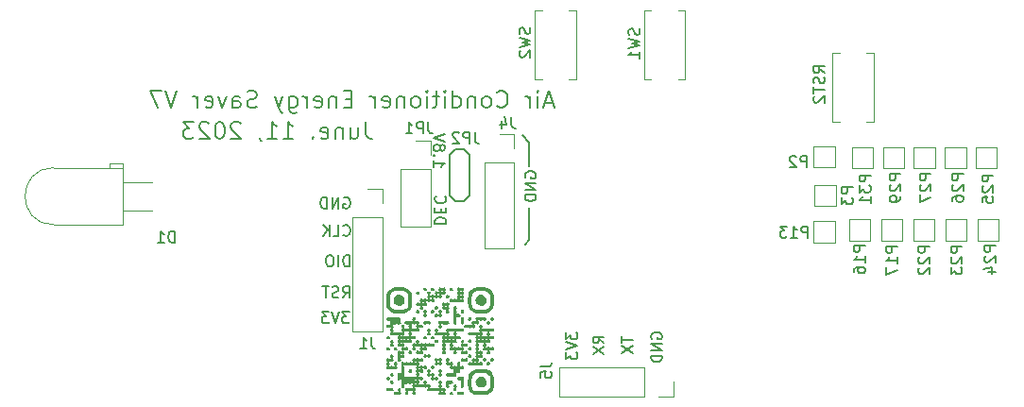
<source format=gbr>
%TF.GenerationSoftware,KiCad,Pcbnew,7.0.1*%
%TF.CreationDate,2023-06-12T22:14:20+07:00*%
%TF.ProjectId,Air Conditioner Energy Saver V7,41697220-436f-46e6-9469-74696f6e6572,rev?*%
%TF.SameCoordinates,Original*%
%TF.FileFunction,Legend,Bot*%
%TF.FilePolarity,Positive*%
%FSLAX46Y46*%
G04 Gerber Fmt 4.6, Leading zero omitted, Abs format (unit mm)*
G04 Created by KiCad (PCBNEW 7.0.1) date 2023-06-12 22:14:20*
%MOMM*%
%LPD*%
G01*
G04 APERTURE LIST*
%ADD10C,0.150000*%
%ADD11C,0.200000*%
%ADD12C,0.120000*%
G04 APERTURE END LIST*
D10*
X133985000Y-87630000D02*
X133985000Y-89789000D01*
X133985000Y-96393000D02*
X133985000Y-93472000D01*
X133350000Y-86995000D02*
X133985000Y-87630000D01*
X133604000Y-96774000D02*
X133985000Y-96393000D01*
X140677619Y-105624333D02*
X140201428Y-105291000D01*
X140677619Y-105052905D02*
X139677619Y-105052905D01*
X139677619Y-105052905D02*
X139677619Y-105433857D01*
X139677619Y-105433857D02*
X139725238Y-105529095D01*
X139725238Y-105529095D02*
X139772857Y-105576714D01*
X139772857Y-105576714D02*
X139868095Y-105624333D01*
X139868095Y-105624333D02*
X140010952Y-105624333D01*
X140010952Y-105624333D02*
X140106190Y-105576714D01*
X140106190Y-105576714D02*
X140153809Y-105529095D01*
X140153809Y-105529095D02*
X140201428Y-105433857D01*
X140201428Y-105433857D02*
X140201428Y-105052905D01*
X139677619Y-105957667D02*
X140677619Y-106624333D01*
X139677619Y-106624333D02*
X140677619Y-105957667D01*
X142277619Y-105029095D02*
X142277619Y-105600523D01*
X143277619Y-105314809D02*
X142277619Y-105314809D01*
X142277619Y-105838619D02*
X143277619Y-106505285D01*
X142277619Y-106505285D02*
X143277619Y-105838619D01*
X117824094Y-102840619D02*
X117205047Y-102840619D01*
X117205047Y-102840619D02*
X117538380Y-103221571D01*
X117538380Y-103221571D02*
X117395523Y-103221571D01*
X117395523Y-103221571D02*
X117300285Y-103269190D01*
X117300285Y-103269190D02*
X117252666Y-103316809D01*
X117252666Y-103316809D02*
X117205047Y-103412047D01*
X117205047Y-103412047D02*
X117205047Y-103650142D01*
X117205047Y-103650142D02*
X117252666Y-103745380D01*
X117252666Y-103745380D02*
X117300285Y-103793000D01*
X117300285Y-103793000D02*
X117395523Y-103840619D01*
X117395523Y-103840619D02*
X117681237Y-103840619D01*
X117681237Y-103840619D02*
X117776475Y-103793000D01*
X117776475Y-103793000D02*
X117824094Y-103745380D01*
X116919332Y-102840619D02*
X116585999Y-103840619D01*
X116585999Y-103840619D02*
X116252666Y-102840619D01*
X116014570Y-102840619D02*
X115395523Y-102840619D01*
X115395523Y-102840619D02*
X115728856Y-103221571D01*
X115728856Y-103221571D02*
X115585999Y-103221571D01*
X115585999Y-103221571D02*
X115490761Y-103269190D01*
X115490761Y-103269190D02*
X115443142Y-103316809D01*
X115443142Y-103316809D02*
X115395523Y-103412047D01*
X115395523Y-103412047D02*
X115395523Y-103650142D01*
X115395523Y-103650142D02*
X115443142Y-103745380D01*
X115443142Y-103745380D02*
X115490761Y-103793000D01*
X115490761Y-103793000D02*
X115585999Y-103840619D01*
X115585999Y-103840619D02*
X115871713Y-103840619D01*
X115871713Y-103840619D02*
X115966951Y-103793000D01*
X115966951Y-103793000D02*
X116014570Y-103745380D01*
X117347904Y-92601238D02*
X117443142Y-92553619D01*
X117443142Y-92553619D02*
X117585999Y-92553619D01*
X117585999Y-92553619D02*
X117728856Y-92601238D01*
X117728856Y-92601238D02*
X117824094Y-92696476D01*
X117824094Y-92696476D02*
X117871713Y-92791714D01*
X117871713Y-92791714D02*
X117919332Y-92982190D01*
X117919332Y-92982190D02*
X117919332Y-93125047D01*
X117919332Y-93125047D02*
X117871713Y-93315523D01*
X117871713Y-93315523D02*
X117824094Y-93410761D01*
X117824094Y-93410761D02*
X117728856Y-93506000D01*
X117728856Y-93506000D02*
X117585999Y-93553619D01*
X117585999Y-93553619D02*
X117490761Y-93553619D01*
X117490761Y-93553619D02*
X117347904Y-93506000D01*
X117347904Y-93506000D02*
X117300285Y-93458380D01*
X117300285Y-93458380D02*
X117300285Y-93125047D01*
X117300285Y-93125047D02*
X117490761Y-93125047D01*
X116871713Y-93553619D02*
X116871713Y-92553619D01*
X116871713Y-92553619D02*
X116300285Y-93553619D01*
X116300285Y-93553619D02*
X116300285Y-92553619D01*
X115824094Y-93553619D02*
X115824094Y-92553619D01*
X115824094Y-92553619D02*
X115585999Y-92553619D01*
X115585999Y-92553619D02*
X115443142Y-92601238D01*
X115443142Y-92601238D02*
X115347904Y-92696476D01*
X115347904Y-92696476D02*
X115300285Y-92791714D01*
X115300285Y-92791714D02*
X115252666Y-92982190D01*
X115252666Y-92982190D02*
X115252666Y-93125047D01*
X115252666Y-93125047D02*
X115300285Y-93315523D01*
X115300285Y-93315523D02*
X115347904Y-93410761D01*
X115347904Y-93410761D02*
X115443142Y-93506000D01*
X115443142Y-93506000D02*
X115585999Y-93553619D01*
X115585999Y-93553619D02*
X115824094Y-93553619D01*
X117308238Y-95919380D02*
X117355857Y-95967000D01*
X117355857Y-95967000D02*
X117498714Y-96014619D01*
X117498714Y-96014619D02*
X117593952Y-96014619D01*
X117593952Y-96014619D02*
X117736809Y-95967000D01*
X117736809Y-95967000D02*
X117832047Y-95871761D01*
X117832047Y-95871761D02*
X117879666Y-95776523D01*
X117879666Y-95776523D02*
X117927285Y-95586047D01*
X117927285Y-95586047D02*
X117927285Y-95443190D01*
X117927285Y-95443190D02*
X117879666Y-95252714D01*
X117879666Y-95252714D02*
X117832047Y-95157476D01*
X117832047Y-95157476D02*
X117736809Y-95062238D01*
X117736809Y-95062238D02*
X117593952Y-95014619D01*
X117593952Y-95014619D02*
X117498714Y-95014619D01*
X117498714Y-95014619D02*
X117355857Y-95062238D01*
X117355857Y-95062238D02*
X117308238Y-95109857D01*
X116403476Y-96014619D02*
X116879666Y-96014619D01*
X116879666Y-96014619D02*
X116879666Y-95014619D01*
X116070142Y-96014619D02*
X116070142Y-95014619D01*
X115498714Y-96014619D02*
X115927285Y-95443190D01*
X115498714Y-95014619D02*
X116070142Y-95586047D01*
X117260619Y-101554619D02*
X117593952Y-101078428D01*
X117832047Y-101554619D02*
X117832047Y-100554619D01*
X117832047Y-100554619D02*
X117451095Y-100554619D01*
X117451095Y-100554619D02*
X117355857Y-100602238D01*
X117355857Y-100602238D02*
X117308238Y-100649857D01*
X117308238Y-100649857D02*
X117260619Y-100745095D01*
X117260619Y-100745095D02*
X117260619Y-100887952D01*
X117260619Y-100887952D02*
X117308238Y-100983190D01*
X117308238Y-100983190D02*
X117355857Y-101030809D01*
X117355857Y-101030809D02*
X117451095Y-101078428D01*
X117451095Y-101078428D02*
X117832047Y-101078428D01*
X116879666Y-101507000D02*
X116736809Y-101554619D01*
X116736809Y-101554619D02*
X116498714Y-101554619D01*
X116498714Y-101554619D02*
X116403476Y-101507000D01*
X116403476Y-101507000D02*
X116355857Y-101459380D01*
X116355857Y-101459380D02*
X116308238Y-101364142D01*
X116308238Y-101364142D02*
X116308238Y-101268904D01*
X116308238Y-101268904D02*
X116355857Y-101173666D01*
X116355857Y-101173666D02*
X116403476Y-101126047D01*
X116403476Y-101126047D02*
X116498714Y-101078428D01*
X116498714Y-101078428D02*
X116689190Y-101030809D01*
X116689190Y-101030809D02*
X116784428Y-100983190D01*
X116784428Y-100983190D02*
X116832047Y-100935571D01*
X116832047Y-100935571D02*
X116879666Y-100840333D01*
X116879666Y-100840333D02*
X116879666Y-100745095D01*
X116879666Y-100745095D02*
X116832047Y-100649857D01*
X116832047Y-100649857D02*
X116784428Y-100602238D01*
X116784428Y-100602238D02*
X116689190Y-100554619D01*
X116689190Y-100554619D02*
X116451095Y-100554619D01*
X116451095Y-100554619D02*
X116308238Y-100602238D01*
X116022523Y-100554619D02*
X115451095Y-100554619D01*
X115736809Y-101554619D02*
X115736809Y-100554619D01*
D11*
X136109998Y-84085357D02*
X135395713Y-84085357D01*
X136252855Y-84513928D02*
X135752855Y-83013928D01*
X135752855Y-83013928D02*
X135252855Y-84513928D01*
X134752856Y-84513928D02*
X134752856Y-83513928D01*
X134752856Y-83013928D02*
X134824284Y-83085357D01*
X134824284Y-83085357D02*
X134752856Y-83156785D01*
X134752856Y-83156785D02*
X134681427Y-83085357D01*
X134681427Y-83085357D02*
X134752856Y-83013928D01*
X134752856Y-83013928D02*
X134752856Y-83156785D01*
X134038570Y-84513928D02*
X134038570Y-83513928D01*
X134038570Y-83799642D02*
X133967141Y-83656785D01*
X133967141Y-83656785D02*
X133895713Y-83585357D01*
X133895713Y-83585357D02*
X133752855Y-83513928D01*
X133752855Y-83513928D02*
X133609998Y-83513928D01*
X131109999Y-84371071D02*
X131181427Y-84442500D01*
X131181427Y-84442500D02*
X131395713Y-84513928D01*
X131395713Y-84513928D02*
X131538570Y-84513928D01*
X131538570Y-84513928D02*
X131752856Y-84442500D01*
X131752856Y-84442500D02*
X131895713Y-84299642D01*
X131895713Y-84299642D02*
X131967142Y-84156785D01*
X131967142Y-84156785D02*
X132038570Y-83871071D01*
X132038570Y-83871071D02*
X132038570Y-83656785D01*
X132038570Y-83656785D02*
X131967142Y-83371071D01*
X131967142Y-83371071D02*
X131895713Y-83228214D01*
X131895713Y-83228214D02*
X131752856Y-83085357D01*
X131752856Y-83085357D02*
X131538570Y-83013928D01*
X131538570Y-83013928D02*
X131395713Y-83013928D01*
X131395713Y-83013928D02*
X131181427Y-83085357D01*
X131181427Y-83085357D02*
X131109999Y-83156785D01*
X130252856Y-84513928D02*
X130395713Y-84442500D01*
X130395713Y-84442500D02*
X130467142Y-84371071D01*
X130467142Y-84371071D02*
X130538570Y-84228214D01*
X130538570Y-84228214D02*
X130538570Y-83799642D01*
X130538570Y-83799642D02*
X130467142Y-83656785D01*
X130467142Y-83656785D02*
X130395713Y-83585357D01*
X130395713Y-83585357D02*
X130252856Y-83513928D01*
X130252856Y-83513928D02*
X130038570Y-83513928D01*
X130038570Y-83513928D02*
X129895713Y-83585357D01*
X129895713Y-83585357D02*
X129824285Y-83656785D01*
X129824285Y-83656785D02*
X129752856Y-83799642D01*
X129752856Y-83799642D02*
X129752856Y-84228214D01*
X129752856Y-84228214D02*
X129824285Y-84371071D01*
X129824285Y-84371071D02*
X129895713Y-84442500D01*
X129895713Y-84442500D02*
X130038570Y-84513928D01*
X130038570Y-84513928D02*
X130252856Y-84513928D01*
X129109999Y-83513928D02*
X129109999Y-84513928D01*
X129109999Y-83656785D02*
X129038570Y-83585357D01*
X129038570Y-83585357D02*
X128895713Y-83513928D01*
X128895713Y-83513928D02*
X128681427Y-83513928D01*
X128681427Y-83513928D02*
X128538570Y-83585357D01*
X128538570Y-83585357D02*
X128467142Y-83728214D01*
X128467142Y-83728214D02*
X128467142Y-84513928D01*
X127109999Y-84513928D02*
X127109999Y-83013928D01*
X127109999Y-84442500D02*
X127252856Y-84513928D01*
X127252856Y-84513928D02*
X127538570Y-84513928D01*
X127538570Y-84513928D02*
X127681427Y-84442500D01*
X127681427Y-84442500D02*
X127752856Y-84371071D01*
X127752856Y-84371071D02*
X127824284Y-84228214D01*
X127824284Y-84228214D02*
X127824284Y-83799642D01*
X127824284Y-83799642D02*
X127752856Y-83656785D01*
X127752856Y-83656785D02*
X127681427Y-83585357D01*
X127681427Y-83585357D02*
X127538570Y-83513928D01*
X127538570Y-83513928D02*
X127252856Y-83513928D01*
X127252856Y-83513928D02*
X127109999Y-83585357D01*
X126395713Y-84513928D02*
X126395713Y-83513928D01*
X126395713Y-83013928D02*
X126467141Y-83085357D01*
X126467141Y-83085357D02*
X126395713Y-83156785D01*
X126395713Y-83156785D02*
X126324284Y-83085357D01*
X126324284Y-83085357D02*
X126395713Y-83013928D01*
X126395713Y-83013928D02*
X126395713Y-83156785D01*
X125895712Y-83513928D02*
X125324284Y-83513928D01*
X125681427Y-83013928D02*
X125681427Y-84299642D01*
X125681427Y-84299642D02*
X125609998Y-84442500D01*
X125609998Y-84442500D02*
X125467141Y-84513928D01*
X125467141Y-84513928D02*
X125324284Y-84513928D01*
X124824284Y-84513928D02*
X124824284Y-83513928D01*
X124824284Y-83013928D02*
X124895712Y-83085357D01*
X124895712Y-83085357D02*
X124824284Y-83156785D01*
X124824284Y-83156785D02*
X124752855Y-83085357D01*
X124752855Y-83085357D02*
X124824284Y-83013928D01*
X124824284Y-83013928D02*
X124824284Y-83156785D01*
X123895712Y-84513928D02*
X124038569Y-84442500D01*
X124038569Y-84442500D02*
X124109998Y-84371071D01*
X124109998Y-84371071D02*
X124181426Y-84228214D01*
X124181426Y-84228214D02*
X124181426Y-83799642D01*
X124181426Y-83799642D02*
X124109998Y-83656785D01*
X124109998Y-83656785D02*
X124038569Y-83585357D01*
X124038569Y-83585357D02*
X123895712Y-83513928D01*
X123895712Y-83513928D02*
X123681426Y-83513928D01*
X123681426Y-83513928D02*
X123538569Y-83585357D01*
X123538569Y-83585357D02*
X123467141Y-83656785D01*
X123467141Y-83656785D02*
X123395712Y-83799642D01*
X123395712Y-83799642D02*
X123395712Y-84228214D01*
X123395712Y-84228214D02*
X123467141Y-84371071D01*
X123467141Y-84371071D02*
X123538569Y-84442500D01*
X123538569Y-84442500D02*
X123681426Y-84513928D01*
X123681426Y-84513928D02*
X123895712Y-84513928D01*
X122752855Y-83513928D02*
X122752855Y-84513928D01*
X122752855Y-83656785D02*
X122681426Y-83585357D01*
X122681426Y-83585357D02*
X122538569Y-83513928D01*
X122538569Y-83513928D02*
X122324283Y-83513928D01*
X122324283Y-83513928D02*
X122181426Y-83585357D01*
X122181426Y-83585357D02*
X122109998Y-83728214D01*
X122109998Y-83728214D02*
X122109998Y-84513928D01*
X120824283Y-84442500D02*
X120967140Y-84513928D01*
X120967140Y-84513928D02*
X121252855Y-84513928D01*
X121252855Y-84513928D02*
X121395712Y-84442500D01*
X121395712Y-84442500D02*
X121467140Y-84299642D01*
X121467140Y-84299642D02*
X121467140Y-83728214D01*
X121467140Y-83728214D02*
X121395712Y-83585357D01*
X121395712Y-83585357D02*
X121252855Y-83513928D01*
X121252855Y-83513928D02*
X120967140Y-83513928D01*
X120967140Y-83513928D02*
X120824283Y-83585357D01*
X120824283Y-83585357D02*
X120752855Y-83728214D01*
X120752855Y-83728214D02*
X120752855Y-83871071D01*
X120752855Y-83871071D02*
X121467140Y-84013928D01*
X120109998Y-84513928D02*
X120109998Y-83513928D01*
X120109998Y-83799642D02*
X120038569Y-83656785D01*
X120038569Y-83656785D02*
X119967141Y-83585357D01*
X119967141Y-83585357D02*
X119824283Y-83513928D01*
X119824283Y-83513928D02*
X119681426Y-83513928D01*
X118038570Y-83728214D02*
X117538570Y-83728214D01*
X117324284Y-84513928D02*
X118038570Y-84513928D01*
X118038570Y-84513928D02*
X118038570Y-83013928D01*
X118038570Y-83013928D02*
X117324284Y-83013928D01*
X116681427Y-83513928D02*
X116681427Y-84513928D01*
X116681427Y-83656785D02*
X116609998Y-83585357D01*
X116609998Y-83585357D02*
X116467141Y-83513928D01*
X116467141Y-83513928D02*
X116252855Y-83513928D01*
X116252855Y-83513928D02*
X116109998Y-83585357D01*
X116109998Y-83585357D02*
X116038570Y-83728214D01*
X116038570Y-83728214D02*
X116038570Y-84513928D01*
X114752855Y-84442500D02*
X114895712Y-84513928D01*
X114895712Y-84513928D02*
X115181427Y-84513928D01*
X115181427Y-84513928D02*
X115324284Y-84442500D01*
X115324284Y-84442500D02*
X115395712Y-84299642D01*
X115395712Y-84299642D02*
X115395712Y-83728214D01*
X115395712Y-83728214D02*
X115324284Y-83585357D01*
X115324284Y-83585357D02*
X115181427Y-83513928D01*
X115181427Y-83513928D02*
X114895712Y-83513928D01*
X114895712Y-83513928D02*
X114752855Y-83585357D01*
X114752855Y-83585357D02*
X114681427Y-83728214D01*
X114681427Y-83728214D02*
X114681427Y-83871071D01*
X114681427Y-83871071D02*
X115395712Y-84013928D01*
X114038570Y-84513928D02*
X114038570Y-83513928D01*
X114038570Y-83799642D02*
X113967141Y-83656785D01*
X113967141Y-83656785D02*
X113895713Y-83585357D01*
X113895713Y-83585357D02*
X113752855Y-83513928D01*
X113752855Y-83513928D02*
X113609998Y-83513928D01*
X112467142Y-83513928D02*
X112467142Y-84728214D01*
X112467142Y-84728214D02*
X112538570Y-84871071D01*
X112538570Y-84871071D02*
X112609999Y-84942500D01*
X112609999Y-84942500D02*
X112752856Y-85013928D01*
X112752856Y-85013928D02*
X112967142Y-85013928D01*
X112967142Y-85013928D02*
X113109999Y-84942500D01*
X112467142Y-84442500D02*
X112609999Y-84513928D01*
X112609999Y-84513928D02*
X112895713Y-84513928D01*
X112895713Y-84513928D02*
X113038570Y-84442500D01*
X113038570Y-84442500D02*
X113109999Y-84371071D01*
X113109999Y-84371071D02*
X113181427Y-84228214D01*
X113181427Y-84228214D02*
X113181427Y-83799642D01*
X113181427Y-83799642D02*
X113109999Y-83656785D01*
X113109999Y-83656785D02*
X113038570Y-83585357D01*
X113038570Y-83585357D02*
X112895713Y-83513928D01*
X112895713Y-83513928D02*
X112609999Y-83513928D01*
X112609999Y-83513928D02*
X112467142Y-83585357D01*
X111895713Y-83513928D02*
X111538570Y-84513928D01*
X111181427Y-83513928D02*
X111538570Y-84513928D01*
X111538570Y-84513928D02*
X111681427Y-84871071D01*
X111681427Y-84871071D02*
X111752856Y-84942500D01*
X111752856Y-84942500D02*
X111895713Y-85013928D01*
X109538570Y-84442500D02*
X109324285Y-84513928D01*
X109324285Y-84513928D02*
X108967142Y-84513928D01*
X108967142Y-84513928D02*
X108824285Y-84442500D01*
X108824285Y-84442500D02*
X108752856Y-84371071D01*
X108752856Y-84371071D02*
X108681427Y-84228214D01*
X108681427Y-84228214D02*
X108681427Y-84085357D01*
X108681427Y-84085357D02*
X108752856Y-83942500D01*
X108752856Y-83942500D02*
X108824285Y-83871071D01*
X108824285Y-83871071D02*
X108967142Y-83799642D01*
X108967142Y-83799642D02*
X109252856Y-83728214D01*
X109252856Y-83728214D02*
X109395713Y-83656785D01*
X109395713Y-83656785D02*
X109467142Y-83585357D01*
X109467142Y-83585357D02*
X109538570Y-83442500D01*
X109538570Y-83442500D02*
X109538570Y-83299642D01*
X109538570Y-83299642D02*
X109467142Y-83156785D01*
X109467142Y-83156785D02*
X109395713Y-83085357D01*
X109395713Y-83085357D02*
X109252856Y-83013928D01*
X109252856Y-83013928D02*
X108895713Y-83013928D01*
X108895713Y-83013928D02*
X108681427Y-83085357D01*
X107395714Y-84513928D02*
X107395714Y-83728214D01*
X107395714Y-83728214D02*
X107467142Y-83585357D01*
X107467142Y-83585357D02*
X107609999Y-83513928D01*
X107609999Y-83513928D02*
X107895714Y-83513928D01*
X107895714Y-83513928D02*
X108038571Y-83585357D01*
X107395714Y-84442500D02*
X107538571Y-84513928D01*
X107538571Y-84513928D02*
X107895714Y-84513928D01*
X107895714Y-84513928D02*
X108038571Y-84442500D01*
X108038571Y-84442500D02*
X108109999Y-84299642D01*
X108109999Y-84299642D02*
X108109999Y-84156785D01*
X108109999Y-84156785D02*
X108038571Y-84013928D01*
X108038571Y-84013928D02*
X107895714Y-83942500D01*
X107895714Y-83942500D02*
X107538571Y-83942500D01*
X107538571Y-83942500D02*
X107395714Y-83871071D01*
X106824285Y-83513928D02*
X106467142Y-84513928D01*
X106467142Y-84513928D02*
X106109999Y-83513928D01*
X104967142Y-84442500D02*
X105109999Y-84513928D01*
X105109999Y-84513928D02*
X105395714Y-84513928D01*
X105395714Y-84513928D02*
X105538571Y-84442500D01*
X105538571Y-84442500D02*
X105609999Y-84299642D01*
X105609999Y-84299642D02*
X105609999Y-83728214D01*
X105609999Y-83728214D02*
X105538571Y-83585357D01*
X105538571Y-83585357D02*
X105395714Y-83513928D01*
X105395714Y-83513928D02*
X105109999Y-83513928D01*
X105109999Y-83513928D02*
X104967142Y-83585357D01*
X104967142Y-83585357D02*
X104895714Y-83728214D01*
X104895714Y-83728214D02*
X104895714Y-83871071D01*
X104895714Y-83871071D02*
X105609999Y-84013928D01*
X104252857Y-84513928D02*
X104252857Y-83513928D01*
X104252857Y-83799642D02*
X104181428Y-83656785D01*
X104181428Y-83656785D02*
X104110000Y-83585357D01*
X104110000Y-83585357D02*
X103967142Y-83513928D01*
X103967142Y-83513928D02*
X103824285Y-83513928D01*
X102395714Y-83013928D02*
X101895714Y-84513928D01*
X101895714Y-84513928D02*
X101395714Y-83013928D01*
X101038572Y-83013928D02*
X100038572Y-83013928D01*
X100038572Y-83013928D02*
X100681429Y-84513928D01*
D10*
X137277619Y-104652905D02*
X137277619Y-105271952D01*
X137277619Y-105271952D02*
X137658571Y-104938619D01*
X137658571Y-104938619D02*
X137658571Y-105081476D01*
X137658571Y-105081476D02*
X137706190Y-105176714D01*
X137706190Y-105176714D02*
X137753809Y-105224333D01*
X137753809Y-105224333D02*
X137849047Y-105271952D01*
X137849047Y-105271952D02*
X138087142Y-105271952D01*
X138087142Y-105271952D02*
X138182380Y-105224333D01*
X138182380Y-105224333D02*
X138230000Y-105176714D01*
X138230000Y-105176714D02*
X138277619Y-105081476D01*
X138277619Y-105081476D02*
X138277619Y-104795762D01*
X138277619Y-104795762D02*
X138230000Y-104700524D01*
X138230000Y-104700524D02*
X138182380Y-104652905D01*
X137277619Y-105557667D02*
X138277619Y-105891000D01*
X138277619Y-105891000D02*
X137277619Y-106224333D01*
X137277619Y-106462429D02*
X137277619Y-107081476D01*
X137277619Y-107081476D02*
X137658571Y-106748143D01*
X137658571Y-106748143D02*
X137658571Y-106891000D01*
X137658571Y-106891000D02*
X137706190Y-106986238D01*
X137706190Y-106986238D02*
X137753809Y-107033857D01*
X137753809Y-107033857D02*
X137849047Y-107081476D01*
X137849047Y-107081476D02*
X138087142Y-107081476D01*
X138087142Y-107081476D02*
X138182380Y-107033857D01*
X138182380Y-107033857D02*
X138230000Y-106986238D01*
X138230000Y-106986238D02*
X138277619Y-106891000D01*
X138277619Y-106891000D02*
X138277619Y-106605286D01*
X138277619Y-106605286D02*
X138230000Y-106510048D01*
X138230000Y-106510048D02*
X138182380Y-106462429D01*
D11*
X125394380Y-89249142D02*
X125394380Y-89820570D01*
X125394380Y-89534856D02*
X126394380Y-89534856D01*
X126394380Y-89534856D02*
X126251523Y-89630094D01*
X126251523Y-89630094D02*
X126156285Y-89725332D01*
X126156285Y-89725332D02*
X126108666Y-89820570D01*
X125489619Y-88820570D02*
X125442000Y-88772951D01*
X125442000Y-88772951D02*
X125394380Y-88820570D01*
X125394380Y-88820570D02*
X125442000Y-88868189D01*
X125442000Y-88868189D02*
X125489619Y-88820570D01*
X125489619Y-88820570D02*
X125394380Y-88820570D01*
X125965809Y-88201523D02*
X126013428Y-88296761D01*
X126013428Y-88296761D02*
X126061047Y-88344380D01*
X126061047Y-88344380D02*
X126156285Y-88391999D01*
X126156285Y-88391999D02*
X126203904Y-88391999D01*
X126203904Y-88391999D02*
X126299142Y-88344380D01*
X126299142Y-88344380D02*
X126346761Y-88296761D01*
X126346761Y-88296761D02*
X126394380Y-88201523D01*
X126394380Y-88201523D02*
X126394380Y-88011047D01*
X126394380Y-88011047D02*
X126346761Y-87915809D01*
X126346761Y-87915809D02*
X126299142Y-87868190D01*
X126299142Y-87868190D02*
X126203904Y-87820571D01*
X126203904Y-87820571D02*
X126156285Y-87820571D01*
X126156285Y-87820571D02*
X126061047Y-87868190D01*
X126061047Y-87868190D02*
X126013428Y-87915809D01*
X126013428Y-87915809D02*
X125965809Y-88011047D01*
X125965809Y-88011047D02*
X125965809Y-88201523D01*
X125965809Y-88201523D02*
X125918190Y-88296761D01*
X125918190Y-88296761D02*
X125870571Y-88344380D01*
X125870571Y-88344380D02*
X125775333Y-88391999D01*
X125775333Y-88391999D02*
X125584857Y-88391999D01*
X125584857Y-88391999D02*
X125489619Y-88344380D01*
X125489619Y-88344380D02*
X125442000Y-88296761D01*
X125442000Y-88296761D02*
X125394380Y-88201523D01*
X125394380Y-88201523D02*
X125394380Y-88011047D01*
X125394380Y-88011047D02*
X125442000Y-87915809D01*
X125442000Y-87915809D02*
X125489619Y-87868190D01*
X125489619Y-87868190D02*
X125584857Y-87820571D01*
X125584857Y-87820571D02*
X125775333Y-87820571D01*
X125775333Y-87820571D02*
X125870571Y-87868190D01*
X125870571Y-87868190D02*
X125918190Y-87915809D01*
X125918190Y-87915809D02*
X125965809Y-88011047D01*
X126394380Y-87534856D02*
X125394380Y-87201523D01*
X125394380Y-87201523D02*
X126394380Y-86868190D01*
D10*
X133622238Y-90805095D02*
X133574619Y-90709857D01*
X133574619Y-90709857D02*
X133574619Y-90567000D01*
X133574619Y-90567000D02*
X133622238Y-90424143D01*
X133622238Y-90424143D02*
X133717476Y-90328905D01*
X133717476Y-90328905D02*
X133812714Y-90281286D01*
X133812714Y-90281286D02*
X134003190Y-90233667D01*
X134003190Y-90233667D02*
X134146047Y-90233667D01*
X134146047Y-90233667D02*
X134336523Y-90281286D01*
X134336523Y-90281286D02*
X134431761Y-90328905D01*
X134431761Y-90328905D02*
X134527000Y-90424143D01*
X134527000Y-90424143D02*
X134574619Y-90567000D01*
X134574619Y-90567000D02*
X134574619Y-90662238D01*
X134574619Y-90662238D02*
X134527000Y-90805095D01*
X134527000Y-90805095D02*
X134479380Y-90852714D01*
X134479380Y-90852714D02*
X134146047Y-90852714D01*
X134146047Y-90852714D02*
X134146047Y-90662238D01*
X134574619Y-91281286D02*
X133574619Y-91281286D01*
X133574619Y-91281286D02*
X134574619Y-91852714D01*
X134574619Y-91852714D02*
X133574619Y-91852714D01*
X134574619Y-92328905D02*
X133574619Y-92328905D01*
X133574619Y-92328905D02*
X133574619Y-92567000D01*
X133574619Y-92567000D02*
X133622238Y-92709857D01*
X133622238Y-92709857D02*
X133717476Y-92805095D01*
X133717476Y-92805095D02*
X133812714Y-92852714D01*
X133812714Y-92852714D02*
X134003190Y-92900333D01*
X134003190Y-92900333D02*
X134146047Y-92900333D01*
X134146047Y-92900333D02*
X134336523Y-92852714D01*
X134336523Y-92852714D02*
X134431761Y-92805095D01*
X134431761Y-92805095D02*
X134527000Y-92709857D01*
X134527000Y-92709857D02*
X134574619Y-92567000D01*
X134574619Y-92567000D02*
X134574619Y-92328905D01*
X117863808Y-98760619D02*
X117863808Y-97760619D01*
X117863808Y-97760619D02*
X117625713Y-97760619D01*
X117625713Y-97760619D02*
X117482856Y-97808238D01*
X117482856Y-97808238D02*
X117387618Y-97903476D01*
X117387618Y-97903476D02*
X117339999Y-97998714D01*
X117339999Y-97998714D02*
X117292380Y-98189190D01*
X117292380Y-98189190D02*
X117292380Y-98332047D01*
X117292380Y-98332047D02*
X117339999Y-98522523D01*
X117339999Y-98522523D02*
X117387618Y-98617761D01*
X117387618Y-98617761D02*
X117482856Y-98713000D01*
X117482856Y-98713000D02*
X117625713Y-98760619D01*
X117625713Y-98760619D02*
X117863808Y-98760619D01*
X116863808Y-98760619D02*
X116863808Y-97760619D01*
X116197142Y-97760619D02*
X116006666Y-97760619D01*
X116006666Y-97760619D02*
X115911428Y-97808238D01*
X115911428Y-97808238D02*
X115816190Y-97903476D01*
X115816190Y-97903476D02*
X115768571Y-98093952D01*
X115768571Y-98093952D02*
X115768571Y-98427285D01*
X115768571Y-98427285D02*
X115816190Y-98617761D01*
X115816190Y-98617761D02*
X115911428Y-98713000D01*
X115911428Y-98713000D02*
X116006666Y-98760619D01*
X116006666Y-98760619D02*
X116197142Y-98760619D01*
X116197142Y-98760619D02*
X116292380Y-98713000D01*
X116292380Y-98713000D02*
X116387618Y-98617761D01*
X116387618Y-98617761D02*
X116435237Y-98427285D01*
X116435237Y-98427285D02*
X116435237Y-98093952D01*
X116435237Y-98093952D02*
X116387618Y-97903476D01*
X116387618Y-97903476D02*
X116292380Y-97808238D01*
X116292380Y-97808238D02*
X116197142Y-97760619D01*
D11*
X119307569Y-85807928D02*
X119307569Y-86879357D01*
X119307569Y-86879357D02*
X119378998Y-87093642D01*
X119378998Y-87093642D02*
X119521855Y-87236500D01*
X119521855Y-87236500D02*
X119736141Y-87307928D01*
X119736141Y-87307928D02*
X119878998Y-87307928D01*
X117950427Y-86307928D02*
X117950427Y-87307928D01*
X118593284Y-86307928D02*
X118593284Y-87093642D01*
X118593284Y-87093642D02*
X118521855Y-87236500D01*
X118521855Y-87236500D02*
X118378998Y-87307928D01*
X118378998Y-87307928D02*
X118164712Y-87307928D01*
X118164712Y-87307928D02*
X118021855Y-87236500D01*
X118021855Y-87236500D02*
X117950427Y-87165071D01*
X117236141Y-86307928D02*
X117236141Y-87307928D01*
X117236141Y-86450785D02*
X117164712Y-86379357D01*
X117164712Y-86379357D02*
X117021855Y-86307928D01*
X117021855Y-86307928D02*
X116807569Y-86307928D01*
X116807569Y-86307928D02*
X116664712Y-86379357D01*
X116664712Y-86379357D02*
X116593284Y-86522214D01*
X116593284Y-86522214D02*
X116593284Y-87307928D01*
X115307569Y-87236500D02*
X115450426Y-87307928D01*
X115450426Y-87307928D02*
X115736141Y-87307928D01*
X115736141Y-87307928D02*
X115878998Y-87236500D01*
X115878998Y-87236500D02*
X115950426Y-87093642D01*
X115950426Y-87093642D02*
X115950426Y-86522214D01*
X115950426Y-86522214D02*
X115878998Y-86379357D01*
X115878998Y-86379357D02*
X115736141Y-86307928D01*
X115736141Y-86307928D02*
X115450426Y-86307928D01*
X115450426Y-86307928D02*
X115307569Y-86379357D01*
X115307569Y-86379357D02*
X115236141Y-86522214D01*
X115236141Y-86522214D02*
X115236141Y-86665071D01*
X115236141Y-86665071D02*
X115950426Y-86807928D01*
X114593284Y-87165071D02*
X114521855Y-87236500D01*
X114521855Y-87236500D02*
X114593284Y-87307928D01*
X114593284Y-87307928D02*
X114664712Y-87236500D01*
X114664712Y-87236500D02*
X114593284Y-87165071D01*
X114593284Y-87165071D02*
X114593284Y-87307928D01*
X111950426Y-87307928D02*
X112807569Y-87307928D01*
X112378998Y-87307928D02*
X112378998Y-85807928D01*
X112378998Y-85807928D02*
X112521855Y-86022214D01*
X112521855Y-86022214D02*
X112664712Y-86165071D01*
X112664712Y-86165071D02*
X112807569Y-86236500D01*
X110521855Y-87307928D02*
X111378998Y-87307928D01*
X110950427Y-87307928D02*
X110950427Y-85807928D01*
X110950427Y-85807928D02*
X111093284Y-86022214D01*
X111093284Y-86022214D02*
X111236141Y-86165071D01*
X111236141Y-86165071D02*
X111378998Y-86236500D01*
X109807570Y-87236500D02*
X109807570Y-87307928D01*
X109807570Y-87307928D02*
X109878999Y-87450785D01*
X109878999Y-87450785D02*
X109950427Y-87522214D01*
X108093284Y-85950785D02*
X108021856Y-85879357D01*
X108021856Y-85879357D02*
X107878999Y-85807928D01*
X107878999Y-85807928D02*
X107521856Y-85807928D01*
X107521856Y-85807928D02*
X107378999Y-85879357D01*
X107378999Y-85879357D02*
X107307570Y-85950785D01*
X107307570Y-85950785D02*
X107236141Y-86093642D01*
X107236141Y-86093642D02*
X107236141Y-86236500D01*
X107236141Y-86236500D02*
X107307570Y-86450785D01*
X107307570Y-86450785D02*
X108164713Y-87307928D01*
X108164713Y-87307928D02*
X107236141Y-87307928D01*
X106307570Y-85807928D02*
X106164713Y-85807928D01*
X106164713Y-85807928D02*
X106021856Y-85879357D01*
X106021856Y-85879357D02*
X105950428Y-85950785D01*
X105950428Y-85950785D02*
X105878999Y-86093642D01*
X105878999Y-86093642D02*
X105807570Y-86379357D01*
X105807570Y-86379357D02*
X105807570Y-86736500D01*
X105807570Y-86736500D02*
X105878999Y-87022214D01*
X105878999Y-87022214D02*
X105950428Y-87165071D01*
X105950428Y-87165071D02*
X106021856Y-87236500D01*
X106021856Y-87236500D02*
X106164713Y-87307928D01*
X106164713Y-87307928D02*
X106307570Y-87307928D01*
X106307570Y-87307928D02*
X106450428Y-87236500D01*
X106450428Y-87236500D02*
X106521856Y-87165071D01*
X106521856Y-87165071D02*
X106593285Y-87022214D01*
X106593285Y-87022214D02*
X106664713Y-86736500D01*
X106664713Y-86736500D02*
X106664713Y-86379357D01*
X106664713Y-86379357D02*
X106593285Y-86093642D01*
X106593285Y-86093642D02*
X106521856Y-85950785D01*
X106521856Y-85950785D02*
X106450428Y-85879357D01*
X106450428Y-85879357D02*
X106307570Y-85807928D01*
X105236142Y-85950785D02*
X105164714Y-85879357D01*
X105164714Y-85879357D02*
X105021857Y-85807928D01*
X105021857Y-85807928D02*
X104664714Y-85807928D01*
X104664714Y-85807928D02*
X104521857Y-85879357D01*
X104521857Y-85879357D02*
X104450428Y-85950785D01*
X104450428Y-85950785D02*
X104378999Y-86093642D01*
X104378999Y-86093642D02*
X104378999Y-86236500D01*
X104378999Y-86236500D02*
X104450428Y-86450785D01*
X104450428Y-86450785D02*
X105307571Y-87307928D01*
X105307571Y-87307928D02*
X104378999Y-87307928D01*
X103879000Y-85807928D02*
X102950428Y-85807928D01*
X102950428Y-85807928D02*
X103450428Y-86379357D01*
X103450428Y-86379357D02*
X103236143Y-86379357D01*
X103236143Y-86379357D02*
X103093286Y-86450785D01*
X103093286Y-86450785D02*
X103021857Y-86522214D01*
X103021857Y-86522214D02*
X102950428Y-86665071D01*
X102950428Y-86665071D02*
X102950428Y-87022214D01*
X102950428Y-87022214D02*
X103021857Y-87165071D01*
X103021857Y-87165071D02*
X103093286Y-87236500D01*
X103093286Y-87236500D02*
X103236143Y-87307928D01*
X103236143Y-87307928D02*
X103664714Y-87307928D01*
X103664714Y-87307928D02*
X103807571Y-87236500D01*
X103807571Y-87236500D02*
X103879000Y-87165071D01*
D10*
X144925238Y-105229095D02*
X144877619Y-105133857D01*
X144877619Y-105133857D02*
X144877619Y-104991000D01*
X144877619Y-104991000D02*
X144925238Y-104848143D01*
X144925238Y-104848143D02*
X145020476Y-104752905D01*
X145020476Y-104752905D02*
X145115714Y-104705286D01*
X145115714Y-104705286D02*
X145306190Y-104657667D01*
X145306190Y-104657667D02*
X145449047Y-104657667D01*
X145449047Y-104657667D02*
X145639523Y-104705286D01*
X145639523Y-104705286D02*
X145734761Y-104752905D01*
X145734761Y-104752905D02*
X145830000Y-104848143D01*
X145830000Y-104848143D02*
X145877619Y-104991000D01*
X145877619Y-104991000D02*
X145877619Y-105086238D01*
X145877619Y-105086238D02*
X145830000Y-105229095D01*
X145830000Y-105229095D02*
X145782380Y-105276714D01*
X145782380Y-105276714D02*
X145449047Y-105276714D01*
X145449047Y-105276714D02*
X145449047Y-105086238D01*
X145877619Y-105705286D02*
X144877619Y-105705286D01*
X144877619Y-105705286D02*
X145877619Y-106276714D01*
X145877619Y-106276714D02*
X144877619Y-106276714D01*
X145877619Y-106752905D02*
X144877619Y-106752905D01*
X144877619Y-106752905D02*
X144877619Y-106991000D01*
X144877619Y-106991000D02*
X144925238Y-107133857D01*
X144925238Y-107133857D02*
X145020476Y-107229095D01*
X145020476Y-107229095D02*
X145115714Y-107276714D01*
X145115714Y-107276714D02*
X145306190Y-107324333D01*
X145306190Y-107324333D02*
X145449047Y-107324333D01*
X145449047Y-107324333D02*
X145639523Y-107276714D01*
X145639523Y-107276714D02*
X145734761Y-107229095D01*
X145734761Y-107229095D02*
X145830000Y-107133857D01*
X145830000Y-107133857D02*
X145877619Y-106991000D01*
X145877619Y-106991000D02*
X145877619Y-106752905D01*
D11*
X125521380Y-94940285D02*
X126521380Y-94940285D01*
X126521380Y-94940285D02*
X126521380Y-94702190D01*
X126521380Y-94702190D02*
X126473761Y-94559333D01*
X126473761Y-94559333D02*
X126378523Y-94464095D01*
X126378523Y-94464095D02*
X126283285Y-94416476D01*
X126283285Y-94416476D02*
X126092809Y-94368857D01*
X126092809Y-94368857D02*
X125949952Y-94368857D01*
X125949952Y-94368857D02*
X125759476Y-94416476D01*
X125759476Y-94416476D02*
X125664238Y-94464095D01*
X125664238Y-94464095D02*
X125569000Y-94559333D01*
X125569000Y-94559333D02*
X125521380Y-94702190D01*
X125521380Y-94702190D02*
X125521380Y-94940285D01*
X126045190Y-93940285D02*
X126045190Y-93606952D01*
X125521380Y-93464095D02*
X125521380Y-93940285D01*
X125521380Y-93940285D02*
X126521380Y-93940285D01*
X126521380Y-93940285D02*
X126521380Y-93464095D01*
X125616619Y-92464095D02*
X125569000Y-92511714D01*
X125569000Y-92511714D02*
X125521380Y-92654571D01*
X125521380Y-92654571D02*
X125521380Y-92749809D01*
X125521380Y-92749809D02*
X125569000Y-92892666D01*
X125569000Y-92892666D02*
X125664238Y-92987904D01*
X125664238Y-92987904D02*
X125759476Y-93035523D01*
X125759476Y-93035523D02*
X125949952Y-93083142D01*
X125949952Y-93083142D02*
X126092809Y-93083142D01*
X126092809Y-93083142D02*
X126283285Y-93035523D01*
X126283285Y-93035523D02*
X126378523Y-92987904D01*
X126378523Y-92987904D02*
X126473761Y-92892666D01*
X126473761Y-92892666D02*
X126521380Y-92749809D01*
X126521380Y-92749809D02*
X126521380Y-92654571D01*
X126521380Y-92654571D02*
X126473761Y-92511714D01*
X126473761Y-92511714D02*
X126426142Y-92464095D01*
D10*
%TO.C,P17*%
X166962619Y-96985714D02*
X165962619Y-96985714D01*
X165962619Y-96985714D02*
X165962619Y-97366666D01*
X165962619Y-97366666D02*
X166010238Y-97461904D01*
X166010238Y-97461904D02*
X166057857Y-97509523D01*
X166057857Y-97509523D02*
X166153095Y-97557142D01*
X166153095Y-97557142D02*
X166295952Y-97557142D01*
X166295952Y-97557142D02*
X166391190Y-97509523D01*
X166391190Y-97509523D02*
X166438809Y-97461904D01*
X166438809Y-97461904D02*
X166486428Y-97366666D01*
X166486428Y-97366666D02*
X166486428Y-96985714D01*
X166962619Y-98509523D02*
X166962619Y-97938095D01*
X166962619Y-98223809D02*
X165962619Y-98223809D01*
X165962619Y-98223809D02*
X166105476Y-98128571D01*
X166105476Y-98128571D02*
X166200714Y-98033333D01*
X166200714Y-98033333D02*
X166248333Y-97938095D01*
X165962619Y-98842857D02*
X165962619Y-99509523D01*
X165962619Y-99509523D02*
X166962619Y-99080952D01*
%TO.C,SW1*%
X143828000Y-77433667D02*
X143875619Y-77576524D01*
X143875619Y-77576524D02*
X143875619Y-77814619D01*
X143875619Y-77814619D02*
X143828000Y-77909857D01*
X143828000Y-77909857D02*
X143780380Y-77957476D01*
X143780380Y-77957476D02*
X143685142Y-78005095D01*
X143685142Y-78005095D02*
X143589904Y-78005095D01*
X143589904Y-78005095D02*
X143494666Y-77957476D01*
X143494666Y-77957476D02*
X143447047Y-77909857D01*
X143447047Y-77909857D02*
X143399428Y-77814619D01*
X143399428Y-77814619D02*
X143351809Y-77624143D01*
X143351809Y-77624143D02*
X143304190Y-77528905D01*
X143304190Y-77528905D02*
X143256571Y-77481286D01*
X143256571Y-77481286D02*
X143161333Y-77433667D01*
X143161333Y-77433667D02*
X143066095Y-77433667D01*
X143066095Y-77433667D02*
X142970857Y-77481286D01*
X142970857Y-77481286D02*
X142923238Y-77528905D01*
X142923238Y-77528905D02*
X142875619Y-77624143D01*
X142875619Y-77624143D02*
X142875619Y-77862238D01*
X142875619Y-77862238D02*
X142923238Y-78005095D01*
X142875619Y-78338429D02*
X143875619Y-78576524D01*
X143875619Y-78576524D02*
X143161333Y-78767000D01*
X143161333Y-78767000D02*
X143875619Y-78957476D01*
X143875619Y-78957476D02*
X142875619Y-79195572D01*
X143875619Y-80100333D02*
X143875619Y-79528905D01*
X143875619Y-79814619D02*
X142875619Y-79814619D01*
X142875619Y-79814619D02*
X143018476Y-79719381D01*
X143018476Y-79719381D02*
X143113714Y-79624143D01*
X143113714Y-79624143D02*
X143161333Y-79528905D01*
%TO.C,P31*%
X164562619Y-90585714D02*
X163562619Y-90585714D01*
X163562619Y-90585714D02*
X163562619Y-90966666D01*
X163562619Y-90966666D02*
X163610238Y-91061904D01*
X163610238Y-91061904D02*
X163657857Y-91109523D01*
X163657857Y-91109523D02*
X163753095Y-91157142D01*
X163753095Y-91157142D02*
X163895952Y-91157142D01*
X163895952Y-91157142D02*
X163991190Y-91109523D01*
X163991190Y-91109523D02*
X164038809Y-91061904D01*
X164038809Y-91061904D02*
X164086428Y-90966666D01*
X164086428Y-90966666D02*
X164086428Y-90585714D01*
X163562619Y-91490476D02*
X163562619Y-92109523D01*
X163562619Y-92109523D02*
X163943571Y-91776190D01*
X163943571Y-91776190D02*
X163943571Y-91919047D01*
X163943571Y-91919047D02*
X163991190Y-92014285D01*
X163991190Y-92014285D02*
X164038809Y-92061904D01*
X164038809Y-92061904D02*
X164134047Y-92109523D01*
X164134047Y-92109523D02*
X164372142Y-92109523D01*
X164372142Y-92109523D02*
X164467380Y-92061904D01*
X164467380Y-92061904D02*
X164515000Y-92014285D01*
X164515000Y-92014285D02*
X164562619Y-91919047D01*
X164562619Y-91919047D02*
X164562619Y-91633333D01*
X164562619Y-91633333D02*
X164515000Y-91538095D01*
X164515000Y-91538095D02*
X164467380Y-91490476D01*
X164562619Y-93061904D02*
X164562619Y-92490476D01*
X164562619Y-92776190D02*
X163562619Y-92776190D01*
X163562619Y-92776190D02*
X163705476Y-92680952D01*
X163705476Y-92680952D02*
X163800714Y-92585714D01*
X163800714Y-92585714D02*
X163848333Y-92490476D01*
%TO.C,JP1*%
X124912333Y-85822619D02*
X124912333Y-86536904D01*
X124912333Y-86536904D02*
X124959952Y-86679761D01*
X124959952Y-86679761D02*
X125055190Y-86775000D01*
X125055190Y-86775000D02*
X125198047Y-86822619D01*
X125198047Y-86822619D02*
X125293285Y-86822619D01*
X124436142Y-86822619D02*
X124436142Y-85822619D01*
X124436142Y-85822619D02*
X124055190Y-85822619D01*
X124055190Y-85822619D02*
X123959952Y-85870238D01*
X123959952Y-85870238D02*
X123912333Y-85917857D01*
X123912333Y-85917857D02*
X123864714Y-86013095D01*
X123864714Y-86013095D02*
X123864714Y-86155952D01*
X123864714Y-86155952D02*
X123912333Y-86251190D01*
X123912333Y-86251190D02*
X123959952Y-86298809D01*
X123959952Y-86298809D02*
X124055190Y-86346428D01*
X124055190Y-86346428D02*
X124436142Y-86346428D01*
X122912333Y-86822619D02*
X123483761Y-86822619D01*
X123198047Y-86822619D02*
X123198047Y-85822619D01*
X123198047Y-85822619D02*
X123293285Y-85965476D01*
X123293285Y-85965476D02*
X123388523Y-86060714D01*
X123388523Y-86060714D02*
X123483761Y-86108333D01*
%TO.C,P26*%
X172862619Y-90485714D02*
X171862619Y-90485714D01*
X171862619Y-90485714D02*
X171862619Y-90866666D01*
X171862619Y-90866666D02*
X171910238Y-90961904D01*
X171910238Y-90961904D02*
X171957857Y-91009523D01*
X171957857Y-91009523D02*
X172053095Y-91057142D01*
X172053095Y-91057142D02*
X172195952Y-91057142D01*
X172195952Y-91057142D02*
X172291190Y-91009523D01*
X172291190Y-91009523D02*
X172338809Y-90961904D01*
X172338809Y-90961904D02*
X172386428Y-90866666D01*
X172386428Y-90866666D02*
X172386428Y-90485714D01*
X171957857Y-91438095D02*
X171910238Y-91485714D01*
X171910238Y-91485714D02*
X171862619Y-91580952D01*
X171862619Y-91580952D02*
X171862619Y-91819047D01*
X171862619Y-91819047D02*
X171910238Y-91914285D01*
X171910238Y-91914285D02*
X171957857Y-91961904D01*
X171957857Y-91961904D02*
X172053095Y-92009523D01*
X172053095Y-92009523D02*
X172148333Y-92009523D01*
X172148333Y-92009523D02*
X172291190Y-91961904D01*
X172291190Y-91961904D02*
X172862619Y-91390476D01*
X172862619Y-91390476D02*
X172862619Y-92009523D01*
X171862619Y-92866666D02*
X171862619Y-92676190D01*
X171862619Y-92676190D02*
X171910238Y-92580952D01*
X171910238Y-92580952D02*
X171957857Y-92533333D01*
X171957857Y-92533333D02*
X172100714Y-92438095D01*
X172100714Y-92438095D02*
X172291190Y-92390476D01*
X172291190Y-92390476D02*
X172672142Y-92390476D01*
X172672142Y-92390476D02*
X172767380Y-92438095D01*
X172767380Y-92438095D02*
X172815000Y-92485714D01*
X172815000Y-92485714D02*
X172862619Y-92580952D01*
X172862619Y-92580952D02*
X172862619Y-92771428D01*
X172862619Y-92771428D02*
X172815000Y-92866666D01*
X172815000Y-92866666D02*
X172767380Y-92914285D01*
X172767380Y-92914285D02*
X172672142Y-92961904D01*
X172672142Y-92961904D02*
X172434047Y-92961904D01*
X172434047Y-92961904D02*
X172338809Y-92914285D01*
X172338809Y-92914285D02*
X172291190Y-92866666D01*
X172291190Y-92866666D02*
X172243571Y-92771428D01*
X172243571Y-92771428D02*
X172243571Y-92580952D01*
X172243571Y-92580952D02*
X172291190Y-92485714D01*
X172291190Y-92485714D02*
X172338809Y-92438095D01*
X172338809Y-92438095D02*
X172434047Y-92390476D01*
%TO.C,J4*%
X132381333Y-85362619D02*
X132381333Y-86076904D01*
X132381333Y-86076904D02*
X132428952Y-86219761D01*
X132428952Y-86219761D02*
X132524190Y-86315000D01*
X132524190Y-86315000D02*
X132667047Y-86362619D01*
X132667047Y-86362619D02*
X132762285Y-86362619D01*
X131476571Y-85695952D02*
X131476571Y-86362619D01*
X131714666Y-85315000D02*
X131952761Y-86029285D01*
X131952761Y-86029285D02*
X131333714Y-86029285D01*
%TO.C,P22*%
X169862619Y-96985714D02*
X168862619Y-96985714D01*
X168862619Y-96985714D02*
X168862619Y-97366666D01*
X168862619Y-97366666D02*
X168910238Y-97461904D01*
X168910238Y-97461904D02*
X168957857Y-97509523D01*
X168957857Y-97509523D02*
X169053095Y-97557142D01*
X169053095Y-97557142D02*
X169195952Y-97557142D01*
X169195952Y-97557142D02*
X169291190Y-97509523D01*
X169291190Y-97509523D02*
X169338809Y-97461904D01*
X169338809Y-97461904D02*
X169386428Y-97366666D01*
X169386428Y-97366666D02*
X169386428Y-96985714D01*
X168957857Y-97938095D02*
X168910238Y-97985714D01*
X168910238Y-97985714D02*
X168862619Y-98080952D01*
X168862619Y-98080952D02*
X168862619Y-98319047D01*
X168862619Y-98319047D02*
X168910238Y-98414285D01*
X168910238Y-98414285D02*
X168957857Y-98461904D01*
X168957857Y-98461904D02*
X169053095Y-98509523D01*
X169053095Y-98509523D02*
X169148333Y-98509523D01*
X169148333Y-98509523D02*
X169291190Y-98461904D01*
X169291190Y-98461904D02*
X169862619Y-97890476D01*
X169862619Y-97890476D02*
X169862619Y-98509523D01*
X168957857Y-98890476D02*
X168910238Y-98938095D01*
X168910238Y-98938095D02*
X168862619Y-99033333D01*
X168862619Y-99033333D02*
X168862619Y-99271428D01*
X168862619Y-99271428D02*
X168910238Y-99366666D01*
X168910238Y-99366666D02*
X168957857Y-99414285D01*
X168957857Y-99414285D02*
X169053095Y-99461904D01*
X169053095Y-99461904D02*
X169148333Y-99461904D01*
X169148333Y-99461904D02*
X169291190Y-99414285D01*
X169291190Y-99414285D02*
X169862619Y-98842857D01*
X169862619Y-98842857D02*
X169862619Y-99461904D01*
%TO.C,P25*%
X175562619Y-90585714D02*
X174562619Y-90585714D01*
X174562619Y-90585714D02*
X174562619Y-90966666D01*
X174562619Y-90966666D02*
X174610238Y-91061904D01*
X174610238Y-91061904D02*
X174657857Y-91109523D01*
X174657857Y-91109523D02*
X174753095Y-91157142D01*
X174753095Y-91157142D02*
X174895952Y-91157142D01*
X174895952Y-91157142D02*
X174991190Y-91109523D01*
X174991190Y-91109523D02*
X175038809Y-91061904D01*
X175038809Y-91061904D02*
X175086428Y-90966666D01*
X175086428Y-90966666D02*
X175086428Y-90585714D01*
X174657857Y-91538095D02*
X174610238Y-91585714D01*
X174610238Y-91585714D02*
X174562619Y-91680952D01*
X174562619Y-91680952D02*
X174562619Y-91919047D01*
X174562619Y-91919047D02*
X174610238Y-92014285D01*
X174610238Y-92014285D02*
X174657857Y-92061904D01*
X174657857Y-92061904D02*
X174753095Y-92109523D01*
X174753095Y-92109523D02*
X174848333Y-92109523D01*
X174848333Y-92109523D02*
X174991190Y-92061904D01*
X174991190Y-92061904D02*
X175562619Y-91490476D01*
X175562619Y-91490476D02*
X175562619Y-92109523D01*
X174562619Y-93014285D02*
X174562619Y-92538095D01*
X174562619Y-92538095D02*
X175038809Y-92490476D01*
X175038809Y-92490476D02*
X174991190Y-92538095D01*
X174991190Y-92538095D02*
X174943571Y-92633333D01*
X174943571Y-92633333D02*
X174943571Y-92871428D01*
X174943571Y-92871428D02*
X174991190Y-92966666D01*
X174991190Y-92966666D02*
X175038809Y-93014285D01*
X175038809Y-93014285D02*
X175134047Y-93061904D01*
X175134047Y-93061904D02*
X175372142Y-93061904D01*
X175372142Y-93061904D02*
X175467380Y-93014285D01*
X175467380Y-93014285D02*
X175515000Y-92966666D01*
X175515000Y-92966666D02*
X175562619Y-92871428D01*
X175562619Y-92871428D02*
X175562619Y-92633333D01*
X175562619Y-92633333D02*
X175515000Y-92538095D01*
X175515000Y-92538095D02*
X175467380Y-92490476D01*
%TO.C,SW2*%
X134028000Y-77333667D02*
X134075619Y-77476524D01*
X134075619Y-77476524D02*
X134075619Y-77714619D01*
X134075619Y-77714619D02*
X134028000Y-77809857D01*
X134028000Y-77809857D02*
X133980380Y-77857476D01*
X133980380Y-77857476D02*
X133885142Y-77905095D01*
X133885142Y-77905095D02*
X133789904Y-77905095D01*
X133789904Y-77905095D02*
X133694666Y-77857476D01*
X133694666Y-77857476D02*
X133647047Y-77809857D01*
X133647047Y-77809857D02*
X133599428Y-77714619D01*
X133599428Y-77714619D02*
X133551809Y-77524143D01*
X133551809Y-77524143D02*
X133504190Y-77428905D01*
X133504190Y-77428905D02*
X133456571Y-77381286D01*
X133456571Y-77381286D02*
X133361333Y-77333667D01*
X133361333Y-77333667D02*
X133266095Y-77333667D01*
X133266095Y-77333667D02*
X133170857Y-77381286D01*
X133170857Y-77381286D02*
X133123238Y-77428905D01*
X133123238Y-77428905D02*
X133075619Y-77524143D01*
X133075619Y-77524143D02*
X133075619Y-77762238D01*
X133075619Y-77762238D02*
X133123238Y-77905095D01*
X133075619Y-78238429D02*
X134075619Y-78476524D01*
X134075619Y-78476524D02*
X133361333Y-78667000D01*
X133361333Y-78667000D02*
X134075619Y-78857476D01*
X134075619Y-78857476D02*
X133075619Y-79095572D01*
X133170857Y-79428905D02*
X133123238Y-79476524D01*
X133123238Y-79476524D02*
X133075619Y-79571762D01*
X133075619Y-79571762D02*
X133075619Y-79809857D01*
X133075619Y-79809857D02*
X133123238Y-79905095D01*
X133123238Y-79905095D02*
X133170857Y-79952714D01*
X133170857Y-79952714D02*
X133266095Y-80000333D01*
X133266095Y-80000333D02*
X133361333Y-80000333D01*
X133361333Y-80000333D02*
X133504190Y-79952714D01*
X133504190Y-79952714D02*
X134075619Y-79381286D01*
X134075619Y-79381286D02*
X134075619Y-80000333D01*
%TO.C,J1*%
X119808333Y-105126619D02*
X119808333Y-105840904D01*
X119808333Y-105840904D02*
X119855952Y-105983761D01*
X119855952Y-105983761D02*
X119951190Y-106079000D01*
X119951190Y-106079000D02*
X120094047Y-106126619D01*
X120094047Y-106126619D02*
X120189285Y-106126619D01*
X118808333Y-106126619D02*
X119379761Y-106126619D01*
X119094047Y-106126619D02*
X119094047Y-105126619D01*
X119094047Y-105126619D02*
X119189285Y-105269476D01*
X119189285Y-105269476D02*
X119284523Y-105364714D01*
X119284523Y-105364714D02*
X119379761Y-105412333D01*
%TO.C,J5*%
X134971619Y-107743666D02*
X135685904Y-107743666D01*
X135685904Y-107743666D02*
X135828761Y-107696047D01*
X135828761Y-107696047D02*
X135924000Y-107600809D01*
X135924000Y-107600809D02*
X135971619Y-107457952D01*
X135971619Y-107457952D02*
X135971619Y-107362714D01*
X134971619Y-108696047D02*
X134971619Y-108219857D01*
X134971619Y-108219857D02*
X135447809Y-108172238D01*
X135447809Y-108172238D02*
X135400190Y-108219857D01*
X135400190Y-108219857D02*
X135352571Y-108315095D01*
X135352571Y-108315095D02*
X135352571Y-108553190D01*
X135352571Y-108553190D02*
X135400190Y-108648428D01*
X135400190Y-108648428D02*
X135447809Y-108696047D01*
X135447809Y-108696047D02*
X135543047Y-108743666D01*
X135543047Y-108743666D02*
X135781142Y-108743666D01*
X135781142Y-108743666D02*
X135876380Y-108696047D01*
X135876380Y-108696047D02*
X135924000Y-108648428D01*
X135924000Y-108648428D02*
X135971619Y-108553190D01*
X135971619Y-108553190D02*
X135971619Y-108315095D01*
X135971619Y-108315095D02*
X135924000Y-108219857D01*
X135924000Y-108219857D02*
X135876380Y-108172238D01*
%TO.C,P3*%
X162962619Y-91661905D02*
X161962619Y-91661905D01*
X161962619Y-91661905D02*
X161962619Y-92042857D01*
X161962619Y-92042857D02*
X162010238Y-92138095D01*
X162010238Y-92138095D02*
X162057857Y-92185714D01*
X162057857Y-92185714D02*
X162153095Y-92233333D01*
X162153095Y-92233333D02*
X162295952Y-92233333D01*
X162295952Y-92233333D02*
X162391190Y-92185714D01*
X162391190Y-92185714D02*
X162438809Y-92138095D01*
X162438809Y-92138095D02*
X162486428Y-92042857D01*
X162486428Y-92042857D02*
X162486428Y-91661905D01*
X161962619Y-92566667D02*
X161962619Y-93185714D01*
X161962619Y-93185714D02*
X162343571Y-92852381D01*
X162343571Y-92852381D02*
X162343571Y-92995238D01*
X162343571Y-92995238D02*
X162391190Y-93090476D01*
X162391190Y-93090476D02*
X162438809Y-93138095D01*
X162438809Y-93138095D02*
X162534047Y-93185714D01*
X162534047Y-93185714D02*
X162772142Y-93185714D01*
X162772142Y-93185714D02*
X162867380Y-93138095D01*
X162867380Y-93138095D02*
X162915000Y-93090476D01*
X162915000Y-93090476D02*
X162962619Y-92995238D01*
X162962619Y-92995238D02*
X162962619Y-92709524D01*
X162962619Y-92709524D02*
X162915000Y-92614286D01*
X162915000Y-92614286D02*
X162867380Y-92566667D01*
%TO.C,P2*%
X158838094Y-89862619D02*
X158838094Y-88862619D01*
X158838094Y-88862619D02*
X158457142Y-88862619D01*
X158457142Y-88862619D02*
X158361904Y-88910238D01*
X158361904Y-88910238D02*
X158314285Y-88957857D01*
X158314285Y-88957857D02*
X158266666Y-89053095D01*
X158266666Y-89053095D02*
X158266666Y-89195952D01*
X158266666Y-89195952D02*
X158314285Y-89291190D01*
X158314285Y-89291190D02*
X158361904Y-89338809D01*
X158361904Y-89338809D02*
X158457142Y-89386428D01*
X158457142Y-89386428D02*
X158838094Y-89386428D01*
X157885713Y-88957857D02*
X157838094Y-88910238D01*
X157838094Y-88910238D02*
X157742856Y-88862619D01*
X157742856Y-88862619D02*
X157504761Y-88862619D01*
X157504761Y-88862619D02*
X157409523Y-88910238D01*
X157409523Y-88910238D02*
X157361904Y-88957857D01*
X157361904Y-88957857D02*
X157314285Y-89053095D01*
X157314285Y-89053095D02*
X157314285Y-89148333D01*
X157314285Y-89148333D02*
X157361904Y-89291190D01*
X157361904Y-89291190D02*
X157933332Y-89862619D01*
X157933332Y-89862619D02*
X157314285Y-89862619D01*
%TO.C,P16*%
X164062619Y-96885714D02*
X163062619Y-96885714D01*
X163062619Y-96885714D02*
X163062619Y-97266666D01*
X163062619Y-97266666D02*
X163110238Y-97361904D01*
X163110238Y-97361904D02*
X163157857Y-97409523D01*
X163157857Y-97409523D02*
X163253095Y-97457142D01*
X163253095Y-97457142D02*
X163395952Y-97457142D01*
X163395952Y-97457142D02*
X163491190Y-97409523D01*
X163491190Y-97409523D02*
X163538809Y-97361904D01*
X163538809Y-97361904D02*
X163586428Y-97266666D01*
X163586428Y-97266666D02*
X163586428Y-96885714D01*
X164062619Y-98409523D02*
X164062619Y-97838095D01*
X164062619Y-98123809D02*
X163062619Y-98123809D01*
X163062619Y-98123809D02*
X163205476Y-98028571D01*
X163205476Y-98028571D02*
X163300714Y-97933333D01*
X163300714Y-97933333D02*
X163348333Y-97838095D01*
X163062619Y-99266666D02*
X163062619Y-99076190D01*
X163062619Y-99076190D02*
X163110238Y-98980952D01*
X163110238Y-98980952D02*
X163157857Y-98933333D01*
X163157857Y-98933333D02*
X163300714Y-98838095D01*
X163300714Y-98838095D02*
X163491190Y-98790476D01*
X163491190Y-98790476D02*
X163872142Y-98790476D01*
X163872142Y-98790476D02*
X163967380Y-98838095D01*
X163967380Y-98838095D02*
X164015000Y-98885714D01*
X164015000Y-98885714D02*
X164062619Y-98980952D01*
X164062619Y-98980952D02*
X164062619Y-99171428D01*
X164062619Y-99171428D02*
X164015000Y-99266666D01*
X164015000Y-99266666D02*
X163967380Y-99314285D01*
X163967380Y-99314285D02*
X163872142Y-99361904D01*
X163872142Y-99361904D02*
X163634047Y-99361904D01*
X163634047Y-99361904D02*
X163538809Y-99314285D01*
X163538809Y-99314285D02*
X163491190Y-99266666D01*
X163491190Y-99266666D02*
X163443571Y-99171428D01*
X163443571Y-99171428D02*
X163443571Y-98980952D01*
X163443571Y-98980952D02*
X163491190Y-98885714D01*
X163491190Y-98885714D02*
X163538809Y-98838095D01*
X163538809Y-98838095D02*
X163634047Y-98790476D01*
%TO.C,P29*%
X167262619Y-90485714D02*
X166262619Y-90485714D01*
X166262619Y-90485714D02*
X166262619Y-90866666D01*
X166262619Y-90866666D02*
X166310238Y-90961904D01*
X166310238Y-90961904D02*
X166357857Y-91009523D01*
X166357857Y-91009523D02*
X166453095Y-91057142D01*
X166453095Y-91057142D02*
X166595952Y-91057142D01*
X166595952Y-91057142D02*
X166691190Y-91009523D01*
X166691190Y-91009523D02*
X166738809Y-90961904D01*
X166738809Y-90961904D02*
X166786428Y-90866666D01*
X166786428Y-90866666D02*
X166786428Y-90485714D01*
X166357857Y-91438095D02*
X166310238Y-91485714D01*
X166310238Y-91485714D02*
X166262619Y-91580952D01*
X166262619Y-91580952D02*
X166262619Y-91819047D01*
X166262619Y-91819047D02*
X166310238Y-91914285D01*
X166310238Y-91914285D02*
X166357857Y-91961904D01*
X166357857Y-91961904D02*
X166453095Y-92009523D01*
X166453095Y-92009523D02*
X166548333Y-92009523D01*
X166548333Y-92009523D02*
X166691190Y-91961904D01*
X166691190Y-91961904D02*
X167262619Y-91390476D01*
X167262619Y-91390476D02*
X167262619Y-92009523D01*
X167262619Y-92485714D02*
X167262619Y-92676190D01*
X167262619Y-92676190D02*
X167215000Y-92771428D01*
X167215000Y-92771428D02*
X167167380Y-92819047D01*
X167167380Y-92819047D02*
X167024523Y-92914285D01*
X167024523Y-92914285D02*
X166834047Y-92961904D01*
X166834047Y-92961904D02*
X166453095Y-92961904D01*
X166453095Y-92961904D02*
X166357857Y-92914285D01*
X166357857Y-92914285D02*
X166310238Y-92866666D01*
X166310238Y-92866666D02*
X166262619Y-92771428D01*
X166262619Y-92771428D02*
X166262619Y-92580952D01*
X166262619Y-92580952D02*
X166310238Y-92485714D01*
X166310238Y-92485714D02*
X166357857Y-92438095D01*
X166357857Y-92438095D02*
X166453095Y-92390476D01*
X166453095Y-92390476D02*
X166691190Y-92390476D01*
X166691190Y-92390476D02*
X166786428Y-92438095D01*
X166786428Y-92438095D02*
X166834047Y-92485714D01*
X166834047Y-92485714D02*
X166881666Y-92580952D01*
X166881666Y-92580952D02*
X166881666Y-92771428D01*
X166881666Y-92771428D02*
X166834047Y-92866666D01*
X166834047Y-92866666D02*
X166786428Y-92914285D01*
X166786428Y-92914285D02*
X166691190Y-92961904D01*
%TO.C,P13*%
X158914285Y-96162619D02*
X158914285Y-95162619D01*
X158914285Y-95162619D02*
X158533333Y-95162619D01*
X158533333Y-95162619D02*
X158438095Y-95210238D01*
X158438095Y-95210238D02*
X158390476Y-95257857D01*
X158390476Y-95257857D02*
X158342857Y-95353095D01*
X158342857Y-95353095D02*
X158342857Y-95495952D01*
X158342857Y-95495952D02*
X158390476Y-95591190D01*
X158390476Y-95591190D02*
X158438095Y-95638809D01*
X158438095Y-95638809D02*
X158533333Y-95686428D01*
X158533333Y-95686428D02*
X158914285Y-95686428D01*
X157390476Y-96162619D02*
X157961904Y-96162619D01*
X157676190Y-96162619D02*
X157676190Y-95162619D01*
X157676190Y-95162619D02*
X157771428Y-95305476D01*
X157771428Y-95305476D02*
X157866666Y-95400714D01*
X157866666Y-95400714D02*
X157961904Y-95448333D01*
X157057142Y-95162619D02*
X156438095Y-95162619D01*
X156438095Y-95162619D02*
X156771428Y-95543571D01*
X156771428Y-95543571D02*
X156628571Y-95543571D01*
X156628571Y-95543571D02*
X156533333Y-95591190D01*
X156533333Y-95591190D02*
X156485714Y-95638809D01*
X156485714Y-95638809D02*
X156438095Y-95734047D01*
X156438095Y-95734047D02*
X156438095Y-95972142D01*
X156438095Y-95972142D02*
X156485714Y-96067380D01*
X156485714Y-96067380D02*
X156533333Y-96115000D01*
X156533333Y-96115000D02*
X156628571Y-96162619D01*
X156628571Y-96162619D02*
X156914285Y-96162619D01*
X156914285Y-96162619D02*
X157009523Y-96115000D01*
X157009523Y-96115000D02*
X157057142Y-96067380D01*
%TO.C,P23*%
X172762619Y-96985714D02*
X171762619Y-96985714D01*
X171762619Y-96985714D02*
X171762619Y-97366666D01*
X171762619Y-97366666D02*
X171810238Y-97461904D01*
X171810238Y-97461904D02*
X171857857Y-97509523D01*
X171857857Y-97509523D02*
X171953095Y-97557142D01*
X171953095Y-97557142D02*
X172095952Y-97557142D01*
X172095952Y-97557142D02*
X172191190Y-97509523D01*
X172191190Y-97509523D02*
X172238809Y-97461904D01*
X172238809Y-97461904D02*
X172286428Y-97366666D01*
X172286428Y-97366666D02*
X172286428Y-96985714D01*
X171857857Y-97938095D02*
X171810238Y-97985714D01*
X171810238Y-97985714D02*
X171762619Y-98080952D01*
X171762619Y-98080952D02*
X171762619Y-98319047D01*
X171762619Y-98319047D02*
X171810238Y-98414285D01*
X171810238Y-98414285D02*
X171857857Y-98461904D01*
X171857857Y-98461904D02*
X171953095Y-98509523D01*
X171953095Y-98509523D02*
X172048333Y-98509523D01*
X172048333Y-98509523D02*
X172191190Y-98461904D01*
X172191190Y-98461904D02*
X172762619Y-97890476D01*
X172762619Y-97890476D02*
X172762619Y-98509523D01*
X171762619Y-98842857D02*
X171762619Y-99461904D01*
X171762619Y-99461904D02*
X172143571Y-99128571D01*
X172143571Y-99128571D02*
X172143571Y-99271428D01*
X172143571Y-99271428D02*
X172191190Y-99366666D01*
X172191190Y-99366666D02*
X172238809Y-99414285D01*
X172238809Y-99414285D02*
X172334047Y-99461904D01*
X172334047Y-99461904D02*
X172572142Y-99461904D01*
X172572142Y-99461904D02*
X172667380Y-99414285D01*
X172667380Y-99414285D02*
X172715000Y-99366666D01*
X172715000Y-99366666D02*
X172762619Y-99271428D01*
X172762619Y-99271428D02*
X172762619Y-98985714D01*
X172762619Y-98985714D02*
X172715000Y-98890476D01*
X172715000Y-98890476D02*
X172667380Y-98842857D01*
%TO.C,RST2*%
X160434619Y-81399190D02*
X159958428Y-81065857D01*
X160434619Y-80827762D02*
X159434619Y-80827762D01*
X159434619Y-80827762D02*
X159434619Y-81208714D01*
X159434619Y-81208714D02*
X159482238Y-81303952D01*
X159482238Y-81303952D02*
X159529857Y-81351571D01*
X159529857Y-81351571D02*
X159625095Y-81399190D01*
X159625095Y-81399190D02*
X159767952Y-81399190D01*
X159767952Y-81399190D02*
X159863190Y-81351571D01*
X159863190Y-81351571D02*
X159910809Y-81303952D01*
X159910809Y-81303952D02*
X159958428Y-81208714D01*
X159958428Y-81208714D02*
X159958428Y-80827762D01*
X160387000Y-81780143D02*
X160434619Y-81923000D01*
X160434619Y-81923000D02*
X160434619Y-82161095D01*
X160434619Y-82161095D02*
X160387000Y-82256333D01*
X160387000Y-82256333D02*
X160339380Y-82303952D01*
X160339380Y-82303952D02*
X160244142Y-82351571D01*
X160244142Y-82351571D02*
X160148904Y-82351571D01*
X160148904Y-82351571D02*
X160053666Y-82303952D01*
X160053666Y-82303952D02*
X160006047Y-82256333D01*
X160006047Y-82256333D02*
X159958428Y-82161095D01*
X159958428Y-82161095D02*
X159910809Y-81970619D01*
X159910809Y-81970619D02*
X159863190Y-81875381D01*
X159863190Y-81875381D02*
X159815571Y-81827762D01*
X159815571Y-81827762D02*
X159720333Y-81780143D01*
X159720333Y-81780143D02*
X159625095Y-81780143D01*
X159625095Y-81780143D02*
X159529857Y-81827762D01*
X159529857Y-81827762D02*
X159482238Y-81875381D01*
X159482238Y-81875381D02*
X159434619Y-81970619D01*
X159434619Y-81970619D02*
X159434619Y-82208714D01*
X159434619Y-82208714D02*
X159482238Y-82351571D01*
X159434619Y-82637286D02*
X159434619Y-83208714D01*
X160434619Y-82923000D02*
X159434619Y-82923000D01*
X159529857Y-83494429D02*
X159482238Y-83542048D01*
X159482238Y-83542048D02*
X159434619Y-83637286D01*
X159434619Y-83637286D02*
X159434619Y-83875381D01*
X159434619Y-83875381D02*
X159482238Y-83970619D01*
X159482238Y-83970619D02*
X159529857Y-84018238D01*
X159529857Y-84018238D02*
X159625095Y-84065857D01*
X159625095Y-84065857D02*
X159720333Y-84065857D01*
X159720333Y-84065857D02*
X159863190Y-84018238D01*
X159863190Y-84018238D02*
X160434619Y-83446810D01*
X160434619Y-83446810D02*
X160434619Y-84065857D01*
%TO.C,JP2*%
X129103333Y-86711619D02*
X129103333Y-87425904D01*
X129103333Y-87425904D02*
X129150952Y-87568761D01*
X129150952Y-87568761D02*
X129246190Y-87664000D01*
X129246190Y-87664000D02*
X129389047Y-87711619D01*
X129389047Y-87711619D02*
X129484285Y-87711619D01*
X128627142Y-87711619D02*
X128627142Y-86711619D01*
X128627142Y-86711619D02*
X128246190Y-86711619D01*
X128246190Y-86711619D02*
X128150952Y-86759238D01*
X128150952Y-86759238D02*
X128103333Y-86806857D01*
X128103333Y-86806857D02*
X128055714Y-86902095D01*
X128055714Y-86902095D02*
X128055714Y-87044952D01*
X128055714Y-87044952D02*
X128103333Y-87140190D01*
X128103333Y-87140190D02*
X128150952Y-87187809D01*
X128150952Y-87187809D02*
X128246190Y-87235428D01*
X128246190Y-87235428D02*
X128627142Y-87235428D01*
X127674761Y-86806857D02*
X127627142Y-86759238D01*
X127627142Y-86759238D02*
X127531904Y-86711619D01*
X127531904Y-86711619D02*
X127293809Y-86711619D01*
X127293809Y-86711619D02*
X127198571Y-86759238D01*
X127198571Y-86759238D02*
X127150952Y-86806857D01*
X127150952Y-86806857D02*
X127103333Y-86902095D01*
X127103333Y-86902095D02*
X127103333Y-86997333D01*
X127103333Y-86997333D02*
X127150952Y-87140190D01*
X127150952Y-87140190D02*
X127722380Y-87711619D01*
X127722380Y-87711619D02*
X127103333Y-87711619D01*
%TO.C,D1*%
X102192094Y-96593619D02*
X102192094Y-95593619D01*
X102192094Y-95593619D02*
X101953999Y-95593619D01*
X101953999Y-95593619D02*
X101811142Y-95641238D01*
X101811142Y-95641238D02*
X101715904Y-95736476D01*
X101715904Y-95736476D02*
X101668285Y-95831714D01*
X101668285Y-95831714D02*
X101620666Y-96022190D01*
X101620666Y-96022190D02*
X101620666Y-96165047D01*
X101620666Y-96165047D02*
X101668285Y-96355523D01*
X101668285Y-96355523D02*
X101715904Y-96450761D01*
X101715904Y-96450761D02*
X101811142Y-96546000D01*
X101811142Y-96546000D02*
X101953999Y-96593619D01*
X101953999Y-96593619D02*
X102192094Y-96593619D01*
X100668285Y-96593619D02*
X101239713Y-96593619D01*
X100953999Y-96593619D02*
X100953999Y-95593619D01*
X100953999Y-95593619D02*
X101049237Y-95736476D01*
X101049237Y-95736476D02*
X101144475Y-95831714D01*
X101144475Y-95831714D02*
X101239713Y-95879333D01*
%TO.C,P27*%
X169962619Y-90485714D02*
X168962619Y-90485714D01*
X168962619Y-90485714D02*
X168962619Y-90866666D01*
X168962619Y-90866666D02*
X169010238Y-90961904D01*
X169010238Y-90961904D02*
X169057857Y-91009523D01*
X169057857Y-91009523D02*
X169153095Y-91057142D01*
X169153095Y-91057142D02*
X169295952Y-91057142D01*
X169295952Y-91057142D02*
X169391190Y-91009523D01*
X169391190Y-91009523D02*
X169438809Y-90961904D01*
X169438809Y-90961904D02*
X169486428Y-90866666D01*
X169486428Y-90866666D02*
X169486428Y-90485714D01*
X169057857Y-91438095D02*
X169010238Y-91485714D01*
X169010238Y-91485714D02*
X168962619Y-91580952D01*
X168962619Y-91580952D02*
X168962619Y-91819047D01*
X168962619Y-91819047D02*
X169010238Y-91914285D01*
X169010238Y-91914285D02*
X169057857Y-91961904D01*
X169057857Y-91961904D02*
X169153095Y-92009523D01*
X169153095Y-92009523D02*
X169248333Y-92009523D01*
X169248333Y-92009523D02*
X169391190Y-91961904D01*
X169391190Y-91961904D02*
X169962619Y-91390476D01*
X169962619Y-91390476D02*
X169962619Y-92009523D01*
X168962619Y-92342857D02*
X168962619Y-93009523D01*
X168962619Y-93009523D02*
X169962619Y-92580952D01*
%TO.C,P24*%
X175762619Y-96885714D02*
X174762619Y-96885714D01*
X174762619Y-96885714D02*
X174762619Y-97266666D01*
X174762619Y-97266666D02*
X174810238Y-97361904D01*
X174810238Y-97361904D02*
X174857857Y-97409523D01*
X174857857Y-97409523D02*
X174953095Y-97457142D01*
X174953095Y-97457142D02*
X175095952Y-97457142D01*
X175095952Y-97457142D02*
X175191190Y-97409523D01*
X175191190Y-97409523D02*
X175238809Y-97361904D01*
X175238809Y-97361904D02*
X175286428Y-97266666D01*
X175286428Y-97266666D02*
X175286428Y-96885714D01*
X174857857Y-97838095D02*
X174810238Y-97885714D01*
X174810238Y-97885714D02*
X174762619Y-97980952D01*
X174762619Y-97980952D02*
X174762619Y-98219047D01*
X174762619Y-98219047D02*
X174810238Y-98314285D01*
X174810238Y-98314285D02*
X174857857Y-98361904D01*
X174857857Y-98361904D02*
X174953095Y-98409523D01*
X174953095Y-98409523D02*
X175048333Y-98409523D01*
X175048333Y-98409523D02*
X175191190Y-98361904D01*
X175191190Y-98361904D02*
X175762619Y-97790476D01*
X175762619Y-97790476D02*
X175762619Y-98409523D01*
X175095952Y-99266666D02*
X175762619Y-99266666D01*
X174715000Y-99028571D02*
X175429285Y-98790476D01*
X175429285Y-98790476D02*
X175429285Y-99409523D01*
%TO.C,G\u002A\u002A\u002A*%
G36*
X130816297Y-109127466D02*
G01*
X130816012Y-109181693D01*
X130807403Y-109378668D01*
X130791648Y-109557785D01*
X130769162Y-109702863D01*
X130740364Y-109797719D01*
X130662423Y-109923505D01*
X130501396Y-110089868D01*
X130300667Y-110217051D01*
X130276688Y-110228328D01*
X130211782Y-110255452D01*
X130146569Y-110273828D01*
X130067785Y-110284812D01*
X129962162Y-110289763D01*
X129816434Y-110290039D01*
X129617334Y-110286998D01*
X129500580Y-110284727D01*
X129334074Y-110280128D01*
X129213569Y-110273148D01*
X129125763Y-110261736D01*
X129057355Y-110243844D01*
X128995042Y-110217423D01*
X128925523Y-110180423D01*
X128786323Y-110087812D01*
X128634873Y-109926457D01*
X128532709Y-109723806D01*
X128526614Y-109704319D01*
X128504348Y-109582564D01*
X128489865Y-109416338D01*
X128483149Y-109223378D01*
X128483642Y-109127466D01*
X128818431Y-109127466D01*
X128818736Y-109243482D01*
X128821425Y-109397468D01*
X128828393Y-109506896D01*
X128841431Y-109585715D01*
X128862330Y-109647876D01*
X128892882Y-109707329D01*
X128908582Y-109732304D01*
X128991528Y-109828917D01*
X129083480Y-109898996D01*
X129084674Y-109899629D01*
X129144613Y-109925524D01*
X129217851Y-109943136D01*
X129317719Y-109953917D01*
X129457548Y-109959321D01*
X129650667Y-109960800D01*
X129672848Y-109960776D01*
X129893513Y-109956411D01*
X130059989Y-109941901D01*
X130183499Y-109913492D01*
X130275264Y-109867429D01*
X130346508Y-109799960D01*
X130408452Y-109707329D01*
X130427559Y-109672159D01*
X130452259Y-109612820D01*
X130468353Y-109542632D01*
X130477631Y-109447644D01*
X130481884Y-109313905D01*
X130482904Y-109127466D01*
X130482599Y-109011451D01*
X130479910Y-108857464D01*
X130472941Y-108748037D01*
X130459903Y-108669218D01*
X130439004Y-108607056D01*
X130408452Y-108547603D01*
X130403411Y-108538899D01*
X130341080Y-108448444D01*
X130268504Y-108382866D01*
X130174456Y-108338409D01*
X130047706Y-108311315D01*
X129877026Y-108297826D01*
X129651187Y-108294185D01*
X129620290Y-108294233D01*
X129401009Y-108298778D01*
X129235727Y-108313301D01*
X129113385Y-108341450D01*
X129022921Y-108386873D01*
X128953274Y-108453218D01*
X128893385Y-108544133D01*
X128874154Y-108580179D01*
X128849278Y-108640661D01*
X128833073Y-108711576D01*
X128823734Y-108806979D01*
X128819456Y-108940924D01*
X128818431Y-109127466D01*
X128483642Y-109127466D01*
X128484187Y-109021422D01*
X128492963Y-108828210D01*
X128509463Y-108661478D01*
X128533673Y-108538966D01*
X128547476Y-108497751D01*
X128649283Y-108315503D01*
X128805667Y-108158688D01*
X129007931Y-108036520D01*
X129032581Y-108025360D01*
X129101625Y-107997186D01*
X129168861Y-107978208D01*
X129247977Y-107967022D01*
X129352661Y-107962222D01*
X129496601Y-107962404D01*
X129693483Y-107966163D01*
X129787778Y-107968342D01*
X129958504Y-107973536D01*
X130082100Y-107980866D01*
X130172097Y-107992479D01*
X130242028Y-108010525D01*
X130305422Y-108037152D01*
X130375811Y-108074509D01*
X130526226Y-108176259D01*
X130673106Y-108338919D01*
X130772683Y-108544696D01*
X130794779Y-108645460D01*
X130810117Y-108798907D01*
X130817055Y-108983045D01*
X130816297Y-109127466D01*
G37*
G36*
X128000482Y-109961621D02*
G01*
X128084780Y-109997317D01*
X128135009Y-110070232D01*
X128142425Y-110158875D01*
X128098286Y-110241752D01*
X128057350Y-110271589D01*
X127984000Y-110294133D01*
X127939347Y-110284741D01*
X127869715Y-110241752D01*
X127851023Y-110223910D01*
X127811034Y-110206802D01*
X127764953Y-110241752D01*
X127724017Y-110271589D01*
X127650667Y-110294133D01*
X127582515Y-110274822D01*
X127512919Y-110211117D01*
X127484000Y-110127466D01*
X127484822Y-110110985D01*
X127520518Y-110026687D01*
X127593433Y-109976458D01*
X127682076Y-109969042D01*
X127764953Y-110013180D01*
X127783645Y-110031022D01*
X127823633Y-110048130D01*
X127869715Y-110013180D01*
X127910651Y-109983344D01*
X127984000Y-109960800D01*
X128000482Y-109961621D01*
G37*
G36*
X127000482Y-109961621D02*
G01*
X127084780Y-109997317D01*
X127135009Y-110070232D01*
X127142425Y-110158875D01*
X127098286Y-110241752D01*
X127057350Y-110271589D01*
X126984000Y-110294133D01*
X126915849Y-110274822D01*
X126846252Y-110211117D01*
X126817334Y-110127466D01*
X126836645Y-110059314D01*
X126900350Y-109989718D01*
X126984000Y-109960800D01*
X127000482Y-109961621D01*
G37*
G36*
X124067550Y-107290582D02*
G01*
X124063336Y-107300432D01*
X124098286Y-107346514D01*
X124128123Y-107387450D01*
X124150667Y-107460800D01*
X124141276Y-107505453D01*
X124098286Y-107575085D01*
X124080444Y-107593777D01*
X124063336Y-107633766D01*
X124098286Y-107679847D01*
X124116978Y-107697689D01*
X124156967Y-107714797D01*
X124203048Y-107679847D01*
X124249944Y-107645757D01*
X124343562Y-107632032D01*
X124431620Y-107679847D01*
X124450312Y-107697689D01*
X124490300Y-107714797D01*
X124536381Y-107679847D01*
X124577317Y-107650010D01*
X124650667Y-107627466D01*
X124718819Y-107646777D01*
X124788416Y-107710482D01*
X124817334Y-107794133D01*
X124816512Y-107810614D01*
X124780816Y-107894912D01*
X124707901Y-107945141D01*
X124619259Y-107952557D01*
X124536381Y-107908419D01*
X124517689Y-107890577D01*
X124477701Y-107873469D01*
X124431620Y-107908419D01*
X124413778Y-107927111D01*
X124400885Y-107957248D01*
X124396670Y-107967099D01*
X124431620Y-108013180D01*
X124465709Y-108060077D01*
X124479435Y-108153694D01*
X124431620Y-108241752D01*
X124384723Y-108275842D01*
X124291106Y-108289567D01*
X124203048Y-108241752D01*
X124184356Y-108223910D01*
X124144368Y-108206802D01*
X124098286Y-108241752D01*
X124080444Y-108260444D01*
X124068726Y-108287833D01*
X124063336Y-108300432D01*
X124098286Y-108346514D01*
X124128123Y-108387450D01*
X124150667Y-108460800D01*
X124141276Y-108505453D01*
X124098286Y-108575085D01*
X124080444Y-108593777D01*
X124063336Y-108633766D01*
X124098286Y-108679847D01*
X124116978Y-108697689D01*
X124156967Y-108714797D01*
X124203048Y-108679847D01*
X124215348Y-108668703D01*
X124300645Y-108633622D01*
X124388181Y-108648662D01*
X124456464Y-108705080D01*
X124484000Y-108794133D01*
X124474609Y-108838786D01*
X124431620Y-108908419D01*
X124384723Y-108942508D01*
X124291106Y-108956234D01*
X124203048Y-108908419D01*
X124184356Y-108890577D01*
X124144368Y-108873469D01*
X124098286Y-108908419D01*
X124080444Y-108927111D01*
X124067551Y-108957248D01*
X124063336Y-108967099D01*
X124098286Y-109013180D01*
X124128123Y-109054116D01*
X124150667Y-109127466D01*
X124141276Y-109172119D01*
X124098286Y-109241752D01*
X124080444Y-109260444D01*
X124067550Y-109290582D01*
X124063336Y-109300432D01*
X124098286Y-109346514D01*
X124116978Y-109364356D01*
X124156967Y-109381464D01*
X124203048Y-109346514D01*
X124249944Y-109312424D01*
X124343562Y-109298699D01*
X124431620Y-109346514D01*
X124450312Y-109364356D01*
X124490300Y-109381464D01*
X124536381Y-109346514D01*
X124554223Y-109327822D01*
X124571331Y-109287833D01*
X124536381Y-109241752D01*
X124525238Y-109229452D01*
X124490157Y-109144155D01*
X124505196Y-109056619D01*
X124561614Y-108988336D01*
X124650667Y-108960800D01*
X124667148Y-108961621D01*
X124751447Y-108997317D01*
X124801675Y-109070232D01*
X124809092Y-109158875D01*
X124764953Y-109241752D01*
X124747111Y-109260444D01*
X124730003Y-109300432D01*
X124764953Y-109346514D01*
X124783645Y-109364356D01*
X124823633Y-109381464D01*
X124869715Y-109346514D01*
X124882015Y-109335370D01*
X124967311Y-109300289D01*
X125054847Y-109315329D01*
X125123130Y-109371746D01*
X125150667Y-109460799D01*
X125141276Y-109505453D01*
X125098286Y-109575085D01*
X125080444Y-109593777D01*
X125063336Y-109633766D01*
X125098286Y-109679847D01*
X125116978Y-109697689D01*
X125156967Y-109714797D01*
X125203048Y-109679847D01*
X125249944Y-109645757D01*
X125343562Y-109632032D01*
X125431620Y-109679847D01*
X125450312Y-109697689D01*
X125490300Y-109714797D01*
X125536381Y-109679847D01*
X125583278Y-109645757D01*
X125676895Y-109632032D01*
X125764953Y-109679847D01*
X125783645Y-109697689D01*
X125823633Y-109714797D01*
X125869715Y-109679847D01*
X125887557Y-109661155D01*
X125904665Y-109621167D01*
X125869715Y-109575085D01*
X125835625Y-109528189D01*
X125821900Y-109434571D01*
X125869715Y-109346514D01*
X125887557Y-109327822D01*
X125904665Y-109287833D01*
X125869715Y-109241752D01*
X125858571Y-109229452D01*
X125823490Y-109144155D01*
X125838530Y-109056619D01*
X125894947Y-108988336D01*
X125984000Y-108960800D01*
X126000482Y-108961621D01*
X126084780Y-108997317D01*
X126135009Y-109070232D01*
X126142425Y-109158875D01*
X126098286Y-109241752D01*
X126080444Y-109260444D01*
X126063336Y-109300432D01*
X126098286Y-109346514D01*
X126132376Y-109393410D01*
X126146101Y-109487028D01*
X126098286Y-109575085D01*
X126080444Y-109593777D01*
X126063336Y-109633766D01*
X126098286Y-109679847D01*
X126116978Y-109697689D01*
X126156967Y-109714797D01*
X126203048Y-109679847D01*
X126243984Y-109650010D01*
X126317334Y-109627466D01*
X126333815Y-109628288D01*
X126418113Y-109663984D01*
X126468342Y-109736899D01*
X126475758Y-109825541D01*
X126431620Y-109908419D01*
X126413778Y-109927111D01*
X126400885Y-109957248D01*
X126396670Y-109967099D01*
X126431620Y-110013180D01*
X126465709Y-110060077D01*
X126479435Y-110153694D01*
X126431620Y-110241752D01*
X126390684Y-110271589D01*
X126317334Y-110294133D01*
X126272681Y-110284741D01*
X126203048Y-110241752D01*
X126184356Y-110223910D01*
X126144368Y-110206802D01*
X126098286Y-110241752D01*
X126057350Y-110271589D01*
X125984000Y-110294133D01*
X125967519Y-110293311D01*
X125883221Y-110257615D01*
X125832992Y-110184700D01*
X125825576Y-110096058D01*
X125869715Y-110013180D01*
X125887557Y-109994488D01*
X125899843Y-109965771D01*
X126063383Y-109965771D01*
X126095905Y-110010800D01*
X126134487Y-110046888D01*
X126167504Y-110051977D01*
X126210830Y-110008980D01*
X126215380Y-110003709D01*
X126236026Y-109957248D01*
X126202497Y-109907867D01*
X126184567Y-109890754D01*
X126144477Y-109873536D01*
X126098286Y-109908419D01*
X126082914Y-109924450D01*
X126063383Y-109965771D01*
X125899843Y-109965771D01*
X125904665Y-109954500D01*
X125869715Y-109908419D01*
X125851023Y-109890577D01*
X125811034Y-109873469D01*
X125764953Y-109908419D01*
X125724017Y-109938255D01*
X125650667Y-109960800D01*
X125606014Y-109951408D01*
X125536381Y-109908419D01*
X125517689Y-109890577D01*
X125477701Y-109873469D01*
X125431620Y-109908419D01*
X125390684Y-109938255D01*
X125317334Y-109960800D01*
X125272681Y-109951408D01*
X125203048Y-109908419D01*
X125184356Y-109890577D01*
X125144368Y-109873469D01*
X125098286Y-109908419D01*
X125057350Y-109938255D01*
X124984000Y-109960800D01*
X124967519Y-109959978D01*
X124883221Y-109924282D01*
X124832992Y-109851367D01*
X124825576Y-109762724D01*
X124869715Y-109679847D01*
X124887557Y-109661155D01*
X124904665Y-109621167D01*
X124869715Y-109575085D01*
X124851023Y-109557243D01*
X124811034Y-109540135D01*
X124764953Y-109575085D01*
X124724017Y-109604922D01*
X124650667Y-109627466D01*
X124606014Y-109618075D01*
X124536381Y-109575085D01*
X124517689Y-109557243D01*
X124477701Y-109540135D01*
X124431620Y-109575085D01*
X124384723Y-109609175D01*
X124291106Y-109622900D01*
X124203048Y-109575085D01*
X124184356Y-109557243D01*
X124144368Y-109540135D01*
X124098286Y-109575085D01*
X124051390Y-109609175D01*
X123957772Y-109622900D01*
X123869715Y-109575085D01*
X123851023Y-109557243D01*
X123811034Y-109540135D01*
X123764953Y-109575085D01*
X123747111Y-109593777D01*
X123730003Y-109633766D01*
X123764953Y-109679847D01*
X123794790Y-109720783D01*
X123817334Y-109794133D01*
X123807942Y-109838786D01*
X123764953Y-109908419D01*
X123747111Y-109927111D01*
X123730003Y-109967099D01*
X123764953Y-110013180D01*
X123794790Y-110054116D01*
X123817334Y-110127466D01*
X123798023Y-110195618D01*
X123734318Y-110265215D01*
X123650667Y-110294133D01*
X123634186Y-110293311D01*
X123549888Y-110257615D01*
X123499659Y-110184700D01*
X123492243Y-110096058D01*
X123536381Y-110013180D01*
X123554223Y-109994488D01*
X123571331Y-109954500D01*
X123536381Y-109908419D01*
X123517689Y-109890577D01*
X123477701Y-109873469D01*
X123431620Y-109908419D01*
X123384723Y-109942508D01*
X123291106Y-109956234D01*
X123203048Y-109908419D01*
X123184356Y-109890577D01*
X123144368Y-109873469D01*
X123098286Y-109908419D01*
X123080444Y-109927111D01*
X123063336Y-109967099D01*
X123098286Y-110013180D01*
X123128123Y-110054116D01*
X123150667Y-110127466D01*
X123131356Y-110195618D01*
X123067651Y-110265215D01*
X122984000Y-110294133D01*
X122967519Y-110293311D01*
X122883221Y-110257615D01*
X122832992Y-110184700D01*
X122825576Y-110096058D01*
X122869715Y-110013180D01*
X122887557Y-109994488D01*
X122904665Y-109954500D01*
X122869715Y-109908419D01*
X122835625Y-109861522D01*
X122821900Y-109767905D01*
X122869715Y-109679847D01*
X122916611Y-109645757D01*
X123010229Y-109632032D01*
X123098286Y-109679847D01*
X123116978Y-109697689D01*
X123156967Y-109714797D01*
X123203048Y-109679847D01*
X123249944Y-109645757D01*
X123343562Y-109632032D01*
X123431620Y-109679847D01*
X123450312Y-109697689D01*
X123490300Y-109714797D01*
X123536381Y-109679847D01*
X123554223Y-109661155D01*
X123571331Y-109621167D01*
X123536381Y-109575085D01*
X123502292Y-109528189D01*
X123488566Y-109434571D01*
X123536381Y-109346514D01*
X123554223Y-109327822D01*
X123566509Y-109299105D01*
X123730050Y-109299105D01*
X123762572Y-109344133D01*
X123801154Y-109380221D01*
X123834171Y-109385310D01*
X123877497Y-109342313D01*
X123882046Y-109337042D01*
X123902693Y-109290582D01*
X123869163Y-109241200D01*
X123851233Y-109224087D01*
X123811144Y-109206869D01*
X123764953Y-109241752D01*
X123749581Y-109257783D01*
X123730050Y-109299105D01*
X123566509Y-109299105D01*
X123571331Y-109287833D01*
X123536381Y-109241752D01*
X123517689Y-109223910D01*
X123477701Y-109206802D01*
X123431620Y-109241752D01*
X123384723Y-109275842D01*
X123291106Y-109289567D01*
X123203048Y-109241752D01*
X123184356Y-109223910D01*
X123144368Y-109206802D01*
X123098286Y-109241752D01*
X123051390Y-109275842D01*
X122957772Y-109289567D01*
X122869715Y-109241752D01*
X122851023Y-109223910D01*
X122811034Y-109206802D01*
X122764953Y-109241752D01*
X122747111Y-109260444D01*
X122730003Y-109300432D01*
X122764953Y-109346514D01*
X122794790Y-109387450D01*
X122817334Y-109460799D01*
X122798023Y-109528951D01*
X122734318Y-109598548D01*
X122650667Y-109627466D01*
X122634186Y-109626644D01*
X122549888Y-109590949D01*
X122499659Y-109518034D01*
X122492243Y-109429391D01*
X122536381Y-109346514D01*
X122554223Y-109327822D01*
X122571331Y-109287833D01*
X122536381Y-109241752D01*
X122502292Y-109194856D01*
X122488566Y-109101238D01*
X122536381Y-109013180D01*
X122554223Y-108994488D01*
X122566509Y-108965771D01*
X122730050Y-108965771D01*
X122762572Y-109010800D01*
X122801154Y-109046888D01*
X122834171Y-109051977D01*
X122877497Y-109008980D01*
X122882046Y-109003709D01*
X122898905Y-108965771D01*
X123063383Y-108965771D01*
X123095905Y-109010800D01*
X123134487Y-109046888D01*
X123167504Y-109051977D01*
X123210830Y-109008980D01*
X123215380Y-109003709D01*
X123232239Y-108965771D01*
X123396717Y-108965771D01*
X123429239Y-109010800D01*
X123467821Y-109046888D01*
X123500837Y-109051977D01*
X123544163Y-109008980D01*
X123548713Y-109003709D01*
X123565572Y-108965771D01*
X123730050Y-108965771D01*
X123762572Y-109010800D01*
X123801154Y-109046888D01*
X123834171Y-109051977D01*
X123877497Y-109008980D01*
X123882046Y-109003709D01*
X123902693Y-108957248D01*
X123869163Y-108907867D01*
X123851233Y-108890754D01*
X123811144Y-108873536D01*
X123764953Y-108908419D01*
X123749581Y-108924450D01*
X123734079Y-108957248D01*
X123730050Y-108965771D01*
X123565572Y-108965771D01*
X123569360Y-108957248D01*
X123535830Y-108907867D01*
X123517900Y-108890754D01*
X123477811Y-108873536D01*
X123431620Y-108908419D01*
X123416248Y-108924450D01*
X123400746Y-108957248D01*
X123396717Y-108965771D01*
X123232239Y-108965771D01*
X123236026Y-108957248D01*
X123202497Y-108907867D01*
X123184567Y-108890754D01*
X123144477Y-108873536D01*
X123098286Y-108908419D01*
X123082914Y-108924450D01*
X123067412Y-108957248D01*
X123063383Y-108965771D01*
X122898905Y-108965771D01*
X122902693Y-108957248D01*
X122869163Y-108907867D01*
X122851233Y-108890754D01*
X122811144Y-108873536D01*
X122764953Y-108908419D01*
X122749581Y-108924450D01*
X122730050Y-108965771D01*
X122566509Y-108965771D01*
X122571331Y-108954500D01*
X122536381Y-108908419D01*
X122517689Y-108890577D01*
X122477701Y-108873469D01*
X122431620Y-108908419D01*
X122384723Y-108942508D01*
X122291106Y-108956234D01*
X122203048Y-108908419D01*
X122168958Y-108861522D01*
X122155233Y-108767905D01*
X122203048Y-108679847D01*
X122220890Y-108661155D01*
X122233176Y-108632438D01*
X122396717Y-108632438D01*
X122429239Y-108677466D01*
X122467821Y-108713555D01*
X122500837Y-108718643D01*
X122544163Y-108675647D01*
X122548713Y-108670375D01*
X122564982Y-108633766D01*
X122730003Y-108633766D01*
X122764953Y-108679847D01*
X122783645Y-108697689D01*
X122823633Y-108714797D01*
X122869715Y-108679847D01*
X122916611Y-108645757D01*
X123010229Y-108632032D01*
X123098286Y-108679847D01*
X123116978Y-108697689D01*
X123156967Y-108714797D01*
X123203048Y-108679847D01*
X123243984Y-108650010D01*
X123317334Y-108627466D01*
X123361987Y-108636858D01*
X123431620Y-108679847D01*
X123450312Y-108697689D01*
X123490300Y-108714797D01*
X123536381Y-108679847D01*
X123582970Y-108646005D01*
X123676080Y-108631644D01*
X123762572Y-108677466D01*
X123801154Y-108713555D01*
X123834171Y-108718643D01*
X123877497Y-108675647D01*
X123882046Y-108670375D01*
X123902693Y-108623915D01*
X123869163Y-108574534D01*
X123835365Y-108527891D01*
X123821934Y-108434448D01*
X123869715Y-108346514D01*
X123887557Y-108327822D01*
X123904665Y-108287833D01*
X123869715Y-108241752D01*
X123835625Y-108194856D01*
X123821900Y-108101238D01*
X123869715Y-108013180D01*
X123887557Y-107994488D01*
X123899843Y-107965771D01*
X124063383Y-107965771D01*
X124095905Y-108010800D01*
X124134487Y-108046888D01*
X124167504Y-108051977D01*
X124210830Y-108008980D01*
X124215380Y-108003709D01*
X124236026Y-107957248D01*
X124202497Y-107907867D01*
X124184567Y-107890754D01*
X124144477Y-107873536D01*
X124098286Y-107908419D01*
X124082914Y-107924450D01*
X124063383Y-107965771D01*
X123899843Y-107965771D01*
X123904665Y-107954500D01*
X123869715Y-107908419D01*
X123835625Y-107861522D01*
X123821900Y-107767905D01*
X123869715Y-107679847D01*
X123887557Y-107661155D01*
X123904665Y-107621167D01*
X123869715Y-107575085D01*
X123851023Y-107557243D01*
X123811034Y-107540135D01*
X123764953Y-107575085D01*
X123724017Y-107604922D01*
X123650667Y-107627466D01*
X123606014Y-107618075D01*
X123536381Y-107575085D01*
X123517689Y-107557243D01*
X123477701Y-107540135D01*
X123431620Y-107575085D01*
X123390684Y-107604922D01*
X123317334Y-107627466D01*
X123272681Y-107618075D01*
X123203048Y-107575085D01*
X123184356Y-107557243D01*
X123144368Y-107540135D01*
X123098286Y-107575085D01*
X123057350Y-107604922D01*
X122984000Y-107627466D01*
X122939347Y-107618075D01*
X122869715Y-107575085D01*
X122851023Y-107557243D01*
X122811034Y-107540135D01*
X122764953Y-107575085D01*
X122747111Y-107593777D01*
X122730003Y-107633766D01*
X122764953Y-107679847D01*
X122794790Y-107720783D01*
X122817334Y-107794133D01*
X122807942Y-107838786D01*
X122764953Y-107908419D01*
X122747111Y-107927111D01*
X122730003Y-107967099D01*
X122764953Y-108013180D01*
X122794790Y-108054116D01*
X122817334Y-108127466D01*
X122807942Y-108172119D01*
X122764953Y-108241752D01*
X122747111Y-108260444D01*
X122730003Y-108300432D01*
X122764953Y-108346514D01*
X122794790Y-108387450D01*
X122817334Y-108460800D01*
X122807942Y-108505453D01*
X122764953Y-108575085D01*
X122747111Y-108593777D01*
X122734217Y-108623915D01*
X122730003Y-108633766D01*
X122564982Y-108633766D01*
X122569360Y-108623915D01*
X122535830Y-108574534D01*
X122517900Y-108557420D01*
X122477811Y-108540203D01*
X122431620Y-108575085D01*
X122416248Y-108591117D01*
X122396717Y-108632438D01*
X122233176Y-108632438D01*
X122237998Y-108621167D01*
X122203048Y-108575085D01*
X122168958Y-108528189D01*
X122155233Y-108434571D01*
X122203048Y-108346514D01*
X122249944Y-108312424D01*
X122343562Y-108298699D01*
X122431620Y-108346514D01*
X122450312Y-108364356D01*
X122490300Y-108381464D01*
X122536381Y-108346514D01*
X122554223Y-108327822D01*
X122571331Y-108287833D01*
X122536381Y-108241752D01*
X122502292Y-108194856D01*
X122488566Y-108101238D01*
X122536381Y-108013180D01*
X122554223Y-107994488D01*
X122571331Y-107954500D01*
X122536381Y-107908419D01*
X122502292Y-107861522D01*
X122488566Y-107767905D01*
X122536381Y-107679847D01*
X122554223Y-107661155D01*
X122571331Y-107621167D01*
X122536381Y-107575085D01*
X122525238Y-107562785D01*
X122490157Y-107477489D01*
X122505196Y-107389953D01*
X122561614Y-107321670D01*
X122650667Y-107294133D01*
X122695320Y-107303524D01*
X122764953Y-107346514D01*
X122783645Y-107364356D01*
X122823633Y-107381464D01*
X122869715Y-107346514D01*
X122916611Y-107312424D01*
X123010229Y-107298699D01*
X123098286Y-107346514D01*
X123116978Y-107364356D01*
X123156967Y-107381464D01*
X123203048Y-107346514D01*
X123249944Y-107312424D01*
X123343562Y-107298699D01*
X123431620Y-107346514D01*
X123450312Y-107364356D01*
X123490300Y-107381464D01*
X123536381Y-107346514D01*
X123554223Y-107327822D01*
X123566509Y-107299105D01*
X123730050Y-107299105D01*
X123762572Y-107344133D01*
X123801154Y-107380221D01*
X123834171Y-107385310D01*
X123877497Y-107342313D01*
X123882046Y-107337042D01*
X123902693Y-107290582D01*
X123869163Y-107241200D01*
X123851233Y-107224087D01*
X123811144Y-107206869D01*
X123764953Y-107241752D01*
X123749581Y-107257783D01*
X123730050Y-107299105D01*
X123566509Y-107299105D01*
X123571331Y-107287833D01*
X123536381Y-107241752D01*
X123502292Y-107194856D01*
X123488566Y-107101238D01*
X123536381Y-107013180D01*
X123583278Y-106979091D01*
X123676895Y-106965365D01*
X123764953Y-107013180D01*
X123783645Y-107031022D01*
X123823633Y-107048130D01*
X123869715Y-107013180D01*
X123916611Y-106979091D01*
X124010229Y-106965365D01*
X124098286Y-107013180D01*
X124116978Y-107031022D01*
X124156967Y-107048130D01*
X124203048Y-107013180D01*
X124215348Y-107002037D01*
X124300645Y-106966956D01*
X124388181Y-106981995D01*
X124456464Y-107038413D01*
X124484000Y-107127466D01*
X124483179Y-107143947D01*
X124447483Y-107228246D01*
X124374568Y-107278474D01*
X124285925Y-107285891D01*
X124203048Y-107241752D01*
X124184356Y-107223910D01*
X124144368Y-107206802D01*
X124098286Y-107241752D01*
X124080444Y-107260444D01*
X124067550Y-107290582D01*
G37*
G36*
X122333815Y-109628288D02*
G01*
X122418113Y-109663984D01*
X122468342Y-109736899D01*
X122475758Y-109825541D01*
X122431620Y-109908419D01*
X122413778Y-109927111D01*
X122396670Y-109967099D01*
X122431620Y-110013180D01*
X122461456Y-110054116D01*
X122484000Y-110127466D01*
X122474609Y-110172119D01*
X122431620Y-110241752D01*
X122390684Y-110271589D01*
X122317334Y-110294133D01*
X122272681Y-110284741D01*
X122203048Y-110241752D01*
X122184356Y-110223910D01*
X122144368Y-110206802D01*
X122098286Y-110241752D01*
X122057350Y-110271589D01*
X121984000Y-110294133D01*
X121915849Y-110274822D01*
X121846252Y-110211117D01*
X121817334Y-110127466D01*
X121818156Y-110110985D01*
X121853851Y-110026687D01*
X121926766Y-109976458D01*
X122015409Y-109969042D01*
X122098286Y-110013180D01*
X122116978Y-110031022D01*
X122156967Y-110048130D01*
X122203048Y-110013180D01*
X122220890Y-109994488D01*
X122237998Y-109954500D01*
X122203048Y-109908419D01*
X122173211Y-109867483D01*
X122150667Y-109794133D01*
X122169978Y-109725981D01*
X122233683Y-109656384D01*
X122317334Y-109627466D01*
X122333815Y-109628288D01*
G37*
G36*
X127333815Y-109294955D02*
G01*
X127418113Y-109330650D01*
X127468342Y-109403565D01*
X127475758Y-109492208D01*
X127431620Y-109575085D01*
X127413778Y-109593777D01*
X127396670Y-109633766D01*
X127431620Y-109679847D01*
X127461456Y-109720783D01*
X127484000Y-109794133D01*
X127474609Y-109838786D01*
X127431620Y-109908419D01*
X127390684Y-109938255D01*
X127317334Y-109960800D01*
X127300853Y-109959978D01*
X127216554Y-109924282D01*
X127166326Y-109851367D01*
X127158909Y-109762724D01*
X127203048Y-109679847D01*
X127220890Y-109661155D01*
X127237998Y-109621167D01*
X127203048Y-109575085D01*
X127191904Y-109562785D01*
X127156823Y-109477489D01*
X127171863Y-109389953D01*
X127228281Y-109321670D01*
X127317334Y-109294133D01*
X127333815Y-109294955D01*
G37*
G36*
X121695320Y-109636858D02*
G01*
X121764953Y-109679847D01*
X121794790Y-109720783D01*
X121817334Y-109794133D01*
X121807942Y-109838786D01*
X121764953Y-109908419D01*
X121724017Y-109938255D01*
X121650667Y-109960800D01*
X121606014Y-109951408D01*
X121536381Y-109908419D01*
X121517689Y-109890577D01*
X121477701Y-109873469D01*
X121431620Y-109908419D01*
X121390684Y-109938255D01*
X121317334Y-109960800D01*
X121249182Y-109941489D01*
X121179585Y-109877783D01*
X121150667Y-109794133D01*
X121151489Y-109777652D01*
X121187185Y-109693353D01*
X121260100Y-109643125D01*
X121348742Y-109635708D01*
X121431620Y-109679847D01*
X121450312Y-109697689D01*
X121490300Y-109714797D01*
X121536381Y-109679847D01*
X121577317Y-109650010D01*
X121650667Y-109627466D01*
X121695320Y-109636858D01*
G37*
G36*
X128000482Y-108628288D02*
G01*
X128084780Y-108663984D01*
X128135009Y-108736899D01*
X128142425Y-108825541D01*
X128098286Y-108908419D01*
X128080444Y-108927111D01*
X128063336Y-108967099D01*
X128098286Y-109013180D01*
X128128123Y-109054116D01*
X128150667Y-109127466D01*
X128141276Y-109172119D01*
X128098286Y-109241752D01*
X128080444Y-109260444D01*
X128063336Y-109300432D01*
X128098286Y-109346514D01*
X128128123Y-109387450D01*
X128150667Y-109460800D01*
X128141276Y-109505453D01*
X128098286Y-109575085D01*
X128057350Y-109604922D01*
X127984000Y-109627466D01*
X127967519Y-109626644D01*
X127883221Y-109590949D01*
X127832992Y-109518034D01*
X127825576Y-109429391D01*
X127869715Y-109346514D01*
X127887557Y-109327822D01*
X127904665Y-109287833D01*
X127869715Y-109241752D01*
X127835625Y-109194856D01*
X127821900Y-109101238D01*
X127869715Y-109013180D01*
X127887557Y-108994488D01*
X127904665Y-108954500D01*
X127869715Y-108908419D01*
X127851023Y-108890577D01*
X127811034Y-108873469D01*
X127764953Y-108908419D01*
X127752653Y-108919562D01*
X127667356Y-108954643D01*
X127579820Y-108939604D01*
X127511537Y-108883186D01*
X127484000Y-108794133D01*
X127484822Y-108777652D01*
X127520518Y-108693353D01*
X127593433Y-108643125D01*
X127682076Y-108635708D01*
X127764953Y-108679847D01*
X127783645Y-108697689D01*
X127823633Y-108714797D01*
X127869715Y-108679847D01*
X127910651Y-108650010D01*
X127984000Y-108627466D01*
X128000482Y-108628288D01*
G37*
G36*
X127052152Y-108980110D02*
G01*
X127121749Y-109043816D01*
X127150667Y-109127466D01*
X127149845Y-109143947D01*
X127114150Y-109228246D01*
X127041235Y-109278474D01*
X126952592Y-109285891D01*
X126869715Y-109241752D01*
X126851023Y-109223910D01*
X126811034Y-109206802D01*
X126764953Y-109241752D01*
X126747111Y-109260444D01*
X126730003Y-109300432D01*
X126764953Y-109346514D01*
X126794790Y-109387450D01*
X126817334Y-109460800D01*
X126807942Y-109505453D01*
X126764953Y-109575085D01*
X126724017Y-109604922D01*
X126650667Y-109627466D01*
X126634186Y-109626644D01*
X126549888Y-109590949D01*
X126499659Y-109518034D01*
X126492243Y-109429391D01*
X126536381Y-109346514D01*
X126554223Y-109327822D01*
X126571331Y-109287833D01*
X126536381Y-109241752D01*
X126525238Y-109229452D01*
X126490157Y-109144155D01*
X126505196Y-109056619D01*
X126561614Y-108988336D01*
X126650667Y-108960800D01*
X126695320Y-108970191D01*
X126764953Y-109013180D01*
X126783645Y-109031022D01*
X126823633Y-109048130D01*
X126869715Y-109013180D01*
X126910651Y-108983344D01*
X126984000Y-108960800D01*
X127052152Y-108980110D01*
G37*
G36*
X121721514Y-108981995D02*
G01*
X121789797Y-109038413D01*
X121817334Y-109127466D01*
X121807942Y-109172119D01*
X121764953Y-109241752D01*
X121724017Y-109271589D01*
X121650667Y-109294133D01*
X121606014Y-109284741D01*
X121536381Y-109241752D01*
X121506545Y-109200816D01*
X121484000Y-109127466D01*
X121493392Y-109082813D01*
X121536381Y-109013180D01*
X121548681Y-109002037D01*
X121633978Y-108966956D01*
X121721514Y-108981995D01*
G37*
G36*
X125000482Y-107961621D02*
G01*
X125084780Y-107997317D01*
X125135009Y-108070232D01*
X125142425Y-108158875D01*
X125098286Y-108241752D01*
X125080444Y-108260444D01*
X125063336Y-108300432D01*
X125098286Y-108346514D01*
X125116978Y-108364356D01*
X125156967Y-108381464D01*
X125203048Y-108346514D01*
X125243984Y-108316677D01*
X125317334Y-108294133D01*
X125333815Y-108294955D01*
X125418113Y-108330650D01*
X125468342Y-108403565D01*
X125475758Y-108492208D01*
X125431620Y-108575085D01*
X125413778Y-108593777D01*
X125396670Y-108633766D01*
X125431620Y-108679847D01*
X125450312Y-108697689D01*
X125490300Y-108714797D01*
X125536381Y-108679847D01*
X125577317Y-108650010D01*
X125650667Y-108627466D01*
X125695320Y-108636858D01*
X125764953Y-108679847D01*
X125794790Y-108720783D01*
X125817334Y-108794133D01*
X125807942Y-108838786D01*
X125764953Y-108908419D01*
X125724017Y-108938255D01*
X125650667Y-108960800D01*
X125606014Y-108951408D01*
X125536381Y-108908419D01*
X125517689Y-108890577D01*
X125477701Y-108873469D01*
X125431620Y-108908419D01*
X125390684Y-108938255D01*
X125317334Y-108960800D01*
X125272681Y-108951408D01*
X125203048Y-108908419D01*
X125168958Y-108861522D01*
X125155233Y-108767905D01*
X125203048Y-108679847D01*
X125220890Y-108661155D01*
X125237998Y-108621167D01*
X125203048Y-108575085D01*
X125184356Y-108557243D01*
X125144368Y-108540135D01*
X125098286Y-108575085D01*
X125057350Y-108604922D01*
X124984000Y-108627466D01*
X124967519Y-108626644D01*
X124883221Y-108590949D01*
X124832992Y-108518034D01*
X124825576Y-108429391D01*
X124869715Y-108346514D01*
X124887557Y-108327822D01*
X124904665Y-108287833D01*
X124869715Y-108241752D01*
X124839878Y-108200816D01*
X124817334Y-108127466D01*
X124836645Y-108059314D01*
X124900350Y-107989718D01*
X124984000Y-107960800D01*
X125000482Y-107961621D01*
G37*
G36*
X121333815Y-108628288D02*
G01*
X121418113Y-108663984D01*
X121468342Y-108736899D01*
X121475758Y-108825541D01*
X121431620Y-108908419D01*
X121390684Y-108938255D01*
X121317334Y-108960800D01*
X121249182Y-108941489D01*
X121179585Y-108877783D01*
X121150667Y-108794133D01*
X121169978Y-108725981D01*
X121233683Y-108656384D01*
X121317334Y-108627466D01*
X121333815Y-108628288D01*
G37*
G36*
X127734218Y-107957248D02*
G01*
X127730003Y-107967099D01*
X127764953Y-108013180D01*
X127776097Y-108025480D01*
X127811178Y-108110777D01*
X127796138Y-108198313D01*
X127739720Y-108266596D01*
X127650667Y-108294133D01*
X127606014Y-108284741D01*
X127536381Y-108241752D01*
X127517689Y-108223910D01*
X127477701Y-108206802D01*
X127431620Y-108241752D01*
X127413778Y-108260444D01*
X127396670Y-108300432D01*
X127431620Y-108346514D01*
X127461456Y-108387450D01*
X127484000Y-108460800D01*
X127474609Y-108505453D01*
X127431620Y-108575085D01*
X127390684Y-108604922D01*
X127317334Y-108627466D01*
X127272681Y-108618075D01*
X127203048Y-108575085D01*
X127184356Y-108557243D01*
X127144368Y-108540135D01*
X127098286Y-108575085D01*
X127057350Y-108604922D01*
X126984000Y-108627466D01*
X126939347Y-108618075D01*
X126869715Y-108575085D01*
X126851023Y-108557243D01*
X126811034Y-108540135D01*
X126764953Y-108575085D01*
X126752653Y-108586229D01*
X126667356Y-108621310D01*
X126579820Y-108606270D01*
X126511537Y-108549853D01*
X126484000Y-108460800D01*
X126484822Y-108444318D01*
X126520518Y-108360020D01*
X126593433Y-108309791D01*
X126682076Y-108302375D01*
X126764953Y-108346514D01*
X126783645Y-108364356D01*
X126823633Y-108381464D01*
X126869715Y-108346514D01*
X126910651Y-108316677D01*
X126984000Y-108294133D01*
X127028654Y-108303524D01*
X127098286Y-108346514D01*
X127116978Y-108364356D01*
X127156967Y-108381464D01*
X127203048Y-108346514D01*
X127220890Y-108327822D01*
X127237998Y-108287833D01*
X127203048Y-108241752D01*
X127168958Y-108194856D01*
X127155233Y-108101238D01*
X127203048Y-108013180D01*
X127220890Y-107994488D01*
X127233176Y-107965771D01*
X127396717Y-107965771D01*
X127429239Y-108010800D01*
X127467821Y-108046888D01*
X127500837Y-108051977D01*
X127544163Y-108008980D01*
X127548713Y-108003709D01*
X127569360Y-107957248D01*
X127535830Y-107907867D01*
X127517900Y-107890754D01*
X127477811Y-107873536D01*
X127431620Y-107908419D01*
X127416248Y-107924450D01*
X127396717Y-107965771D01*
X127233176Y-107965771D01*
X127237998Y-107954500D01*
X127203048Y-107908419D01*
X127184356Y-107890577D01*
X127144368Y-107873469D01*
X127098286Y-107908419D01*
X127057350Y-107938255D01*
X126984000Y-107960800D01*
X126967519Y-107959978D01*
X126883221Y-107924282D01*
X126832992Y-107851367D01*
X126825576Y-107762724D01*
X126869715Y-107679847D01*
X126887557Y-107661155D01*
X126904665Y-107621167D01*
X126869715Y-107575085D01*
X126851023Y-107557243D01*
X126811034Y-107540135D01*
X126764953Y-107575085D01*
X126724017Y-107604922D01*
X126650667Y-107627466D01*
X126634186Y-107626644D01*
X126549888Y-107590949D01*
X126499659Y-107518034D01*
X126492243Y-107429391D01*
X126536381Y-107346514D01*
X126554223Y-107327822D01*
X126571331Y-107287833D01*
X126536381Y-107241752D01*
X126506545Y-107200816D01*
X126484000Y-107127466D01*
X126503311Y-107059314D01*
X126567017Y-106989718D01*
X126650667Y-106960800D01*
X126667148Y-106961621D01*
X126751447Y-106997317D01*
X126801675Y-107070232D01*
X126809092Y-107158875D01*
X126764953Y-107241752D01*
X126747111Y-107260444D01*
X126730003Y-107300432D01*
X126764953Y-107346514D01*
X126783645Y-107364356D01*
X126823633Y-107381464D01*
X126869715Y-107346514D01*
X126910651Y-107316677D01*
X126984000Y-107294133D01*
X127000482Y-107294955D01*
X127084780Y-107330650D01*
X127135009Y-107403565D01*
X127142425Y-107492208D01*
X127098286Y-107575085D01*
X127080444Y-107593777D01*
X127063336Y-107633766D01*
X127098286Y-107679847D01*
X127116978Y-107697689D01*
X127156967Y-107714797D01*
X127203048Y-107679847D01*
X127243984Y-107650010D01*
X127317334Y-107627466D01*
X127361987Y-107636858D01*
X127431620Y-107679847D01*
X127450312Y-107697689D01*
X127490300Y-107714797D01*
X127536381Y-107679847D01*
X127554223Y-107661155D01*
X127571331Y-107621167D01*
X127536381Y-107575085D01*
X127525238Y-107562785D01*
X127490157Y-107477489D01*
X127505196Y-107389953D01*
X127561614Y-107321670D01*
X127650667Y-107294133D01*
X127667148Y-107294955D01*
X127751447Y-107330650D01*
X127801675Y-107403565D01*
X127809092Y-107492208D01*
X127764953Y-107575085D01*
X127747111Y-107593777D01*
X127730003Y-107633766D01*
X127764953Y-107679847D01*
X127783645Y-107697689D01*
X127823633Y-107714797D01*
X127869715Y-107679847D01*
X127910651Y-107650010D01*
X127984000Y-107627466D01*
X128052152Y-107646777D01*
X128121749Y-107710482D01*
X128150667Y-107794133D01*
X128149845Y-107810614D01*
X128114150Y-107894912D01*
X128041235Y-107945141D01*
X127952592Y-107952557D01*
X127869715Y-107908419D01*
X127851023Y-107890577D01*
X127811034Y-107873469D01*
X127764953Y-107908419D01*
X127747111Y-107927111D01*
X127734218Y-107957248D01*
G37*
G36*
X126000482Y-107961621D02*
G01*
X126084780Y-107997317D01*
X126135009Y-108070232D01*
X126142425Y-108158875D01*
X126098286Y-108241752D01*
X126080444Y-108260444D01*
X126063336Y-108300432D01*
X126098286Y-108346514D01*
X126128123Y-108387450D01*
X126150667Y-108460800D01*
X126141276Y-108505453D01*
X126098286Y-108575085D01*
X126057350Y-108604922D01*
X125984000Y-108627466D01*
X125939347Y-108618075D01*
X125869715Y-108575085D01*
X125835625Y-108528189D01*
X125821900Y-108434571D01*
X125869715Y-108346514D01*
X125887557Y-108327822D01*
X125904665Y-108287833D01*
X125869715Y-108241752D01*
X125839878Y-108200816D01*
X125817334Y-108127466D01*
X125836645Y-108059314D01*
X125900350Y-107989718D01*
X125984000Y-107960800D01*
X126000482Y-107961621D01*
G37*
G36*
X121667148Y-108294955D02*
G01*
X121751447Y-108330650D01*
X121801675Y-108403565D01*
X121809092Y-108492208D01*
X121764953Y-108575085D01*
X121724017Y-108604922D01*
X121650667Y-108627466D01*
X121582515Y-108608155D01*
X121512919Y-108544450D01*
X121484000Y-108460800D01*
X121503311Y-108392648D01*
X121567017Y-108323051D01*
X121650667Y-108294133D01*
X121667148Y-108294955D01*
G37*
G36*
X125361987Y-107636858D02*
G01*
X125431620Y-107679847D01*
X125461456Y-107720783D01*
X125484000Y-107794133D01*
X125474609Y-107838786D01*
X125431620Y-107908419D01*
X125390684Y-107938255D01*
X125317334Y-107960800D01*
X125272681Y-107951408D01*
X125203048Y-107908419D01*
X125191904Y-107896119D01*
X125156823Y-107810822D01*
X125171863Y-107723286D01*
X125228281Y-107655003D01*
X125317334Y-107627466D01*
X125361987Y-107636858D01*
G37*
G36*
X121667148Y-106628288D02*
G01*
X121751447Y-106663984D01*
X121801675Y-106736899D01*
X121809092Y-106825541D01*
X121764953Y-106908419D01*
X121747111Y-106927111D01*
X121730003Y-106967099D01*
X121764953Y-107013180D01*
X121794790Y-107054116D01*
X121817334Y-107127466D01*
X121816512Y-107143947D01*
X121780816Y-107228246D01*
X121707901Y-107278474D01*
X121619259Y-107285891D01*
X121536381Y-107241752D01*
X121517689Y-107223910D01*
X121477701Y-107206802D01*
X121431620Y-107241752D01*
X121413778Y-107260444D01*
X121396670Y-107300432D01*
X121431620Y-107346514D01*
X121461456Y-107387450D01*
X121484000Y-107460800D01*
X121474609Y-107505453D01*
X121431620Y-107575085D01*
X121413778Y-107593777D01*
X121396670Y-107633766D01*
X121431620Y-107679847D01*
X121450312Y-107697689D01*
X121490300Y-107714797D01*
X121536381Y-107679847D01*
X121577317Y-107650010D01*
X121650667Y-107627466D01*
X121695320Y-107636858D01*
X121764953Y-107679847D01*
X121783645Y-107697689D01*
X121823633Y-107714797D01*
X121869715Y-107679847D01*
X121887557Y-107661155D01*
X121904665Y-107621167D01*
X121869715Y-107575085D01*
X121839878Y-107534149D01*
X121817334Y-107460800D01*
X121836645Y-107392648D01*
X121900350Y-107323051D01*
X121984000Y-107294133D01*
X122000482Y-107294955D01*
X122084780Y-107330650D01*
X122135009Y-107403565D01*
X122142425Y-107492208D01*
X122098286Y-107575085D01*
X122080444Y-107593777D01*
X122063336Y-107633766D01*
X122098286Y-107679847D01*
X122128123Y-107720783D01*
X122150667Y-107794133D01*
X122141276Y-107838786D01*
X122098286Y-107908419D01*
X122057350Y-107938255D01*
X121984000Y-107960800D01*
X121939347Y-107951408D01*
X121869715Y-107908419D01*
X121851023Y-107890577D01*
X121811034Y-107873469D01*
X121764953Y-107908419D01*
X121724017Y-107938255D01*
X121650667Y-107960800D01*
X121606014Y-107951408D01*
X121536381Y-107908419D01*
X121517689Y-107890577D01*
X121477701Y-107873469D01*
X121431620Y-107908419D01*
X121419320Y-107919562D01*
X121334023Y-107954643D01*
X121246487Y-107939604D01*
X121178204Y-107883186D01*
X121150667Y-107794133D01*
X121160059Y-107749480D01*
X121203048Y-107679847D01*
X121220890Y-107661155D01*
X121237998Y-107621167D01*
X121203048Y-107575085D01*
X121173211Y-107534149D01*
X121150667Y-107460800D01*
X121160059Y-107416146D01*
X121203048Y-107346514D01*
X121220890Y-107327822D01*
X121237998Y-107287833D01*
X121203048Y-107241752D01*
X121173211Y-107200816D01*
X121150667Y-107127466D01*
X121151489Y-107110985D01*
X121187185Y-107026687D01*
X121260100Y-106976458D01*
X121348742Y-106969042D01*
X121431620Y-107013180D01*
X121450312Y-107031022D01*
X121490300Y-107048130D01*
X121536381Y-107013180D01*
X121554223Y-106994488D01*
X121571331Y-106954500D01*
X121536381Y-106908419D01*
X121525238Y-106896119D01*
X121490157Y-106810822D01*
X121505196Y-106723286D01*
X121561614Y-106655003D01*
X121650667Y-106627466D01*
X121667148Y-106628288D01*
G37*
G36*
X130333815Y-107294955D02*
G01*
X130418113Y-107330650D01*
X130468342Y-107403565D01*
X130475758Y-107492208D01*
X130431620Y-107575085D01*
X130390684Y-107604922D01*
X130317334Y-107627466D01*
X130249182Y-107608155D01*
X130179585Y-107544450D01*
X130150667Y-107460800D01*
X130169978Y-107392648D01*
X130233683Y-107323051D01*
X130317334Y-107294133D01*
X130333815Y-107294955D01*
G37*
G36*
X130402060Y-104621167D02*
G01*
X130396670Y-104633766D01*
X130431620Y-104679847D01*
X130465709Y-104726743D01*
X130479435Y-104820361D01*
X130431620Y-104908419D01*
X130413778Y-104927111D01*
X130396670Y-104967099D01*
X130431620Y-105013180D01*
X130450312Y-105031022D01*
X130490300Y-105048130D01*
X130536381Y-105013180D01*
X130548681Y-105002037D01*
X130633978Y-104966956D01*
X130721514Y-104981995D01*
X130789797Y-105038413D01*
X130817334Y-105127466D01*
X130816512Y-105143947D01*
X130780816Y-105228246D01*
X130707901Y-105278474D01*
X130619259Y-105285891D01*
X130536381Y-105241752D01*
X130517689Y-105223910D01*
X130477701Y-105206802D01*
X130431620Y-105241752D01*
X130413778Y-105260444D01*
X130400884Y-105290582D01*
X130396670Y-105300432D01*
X130431620Y-105346514D01*
X130461456Y-105387450D01*
X130484000Y-105460799D01*
X130483179Y-105477281D01*
X130447483Y-105561579D01*
X130374568Y-105611808D01*
X130285925Y-105619224D01*
X130203048Y-105575085D01*
X130184356Y-105557243D01*
X130144368Y-105540135D01*
X130098286Y-105575085D01*
X130080444Y-105593777D01*
X130063336Y-105633766D01*
X130098286Y-105679847D01*
X130128123Y-105720783D01*
X130150667Y-105794133D01*
X130141276Y-105838786D01*
X130098286Y-105908419D01*
X130080444Y-105927111D01*
X130063336Y-105967099D01*
X130098286Y-106013180D01*
X130116978Y-106031022D01*
X130156967Y-106048130D01*
X130203048Y-106013180D01*
X130243984Y-105983344D01*
X130317334Y-105960800D01*
X130361987Y-105970191D01*
X130431620Y-106013180D01*
X130450312Y-106031022D01*
X130490300Y-106048130D01*
X130536381Y-106013180D01*
X130548681Y-106002037D01*
X130633978Y-105966956D01*
X130721514Y-105981995D01*
X130789797Y-106038413D01*
X130817334Y-106127466D01*
X130816512Y-106143947D01*
X130780816Y-106228246D01*
X130707901Y-106278474D01*
X130619259Y-106285891D01*
X130536381Y-106241752D01*
X130517689Y-106223910D01*
X130477701Y-106206802D01*
X130431620Y-106241752D01*
X130413778Y-106260444D01*
X130396670Y-106300432D01*
X130431620Y-106346514D01*
X130442763Y-106358814D01*
X130477844Y-106444110D01*
X130462805Y-106531646D01*
X130406387Y-106599929D01*
X130317334Y-106627466D01*
X130300853Y-106626644D01*
X130216554Y-106590949D01*
X130166326Y-106518034D01*
X130158909Y-106429391D01*
X130203048Y-106346514D01*
X130220890Y-106327822D01*
X130237998Y-106287833D01*
X130203048Y-106241752D01*
X130184356Y-106223910D01*
X130144368Y-106206802D01*
X130098286Y-106241752D01*
X130057350Y-106271589D01*
X129984000Y-106294133D01*
X129967519Y-106293311D01*
X129883221Y-106257615D01*
X129832992Y-106184700D01*
X129825576Y-106096058D01*
X129869715Y-106013180D01*
X129887557Y-105994488D01*
X129904665Y-105954500D01*
X129869715Y-105908419D01*
X129835625Y-105861522D01*
X129821900Y-105767905D01*
X129869715Y-105679847D01*
X129887557Y-105661155D01*
X129904665Y-105621167D01*
X129869715Y-105575085D01*
X129851023Y-105557243D01*
X129811034Y-105540135D01*
X129764953Y-105575085D01*
X129724017Y-105604922D01*
X129650667Y-105627466D01*
X129606014Y-105618075D01*
X129536381Y-105575085D01*
X129517689Y-105557243D01*
X129477701Y-105540135D01*
X129431620Y-105575085D01*
X129413778Y-105593777D01*
X129396670Y-105633766D01*
X129431620Y-105679847D01*
X129461456Y-105720783D01*
X129484000Y-105794133D01*
X129474609Y-105838786D01*
X129431620Y-105908419D01*
X129413778Y-105927111D01*
X129396670Y-105967099D01*
X129431620Y-106013180D01*
X129465709Y-106060077D01*
X129479435Y-106153694D01*
X129431620Y-106241752D01*
X129413778Y-106260444D01*
X129396670Y-106300432D01*
X129431620Y-106346514D01*
X129450312Y-106364356D01*
X129490300Y-106381464D01*
X129536381Y-106346514D01*
X129577317Y-106316677D01*
X129650667Y-106294133D01*
X129667148Y-106294955D01*
X129751447Y-106330650D01*
X129801675Y-106403565D01*
X129809092Y-106492208D01*
X129764953Y-106575085D01*
X129747111Y-106593777D01*
X129734217Y-106623915D01*
X129730003Y-106633766D01*
X129764953Y-106679847D01*
X129794790Y-106720783D01*
X129817334Y-106794133D01*
X129816512Y-106810614D01*
X129780816Y-106894912D01*
X129707901Y-106945141D01*
X129619259Y-106952557D01*
X129536381Y-106908419D01*
X129517689Y-106890577D01*
X129477701Y-106873469D01*
X129431620Y-106908419D01*
X129413778Y-106927111D01*
X129396670Y-106967099D01*
X129431620Y-107013180D01*
X129465709Y-107060077D01*
X129479435Y-107153694D01*
X129431620Y-107241752D01*
X129413778Y-107260444D01*
X129400884Y-107290582D01*
X129396670Y-107300432D01*
X129431620Y-107346514D01*
X129450312Y-107364356D01*
X129490300Y-107381464D01*
X129536381Y-107346514D01*
X129577317Y-107316677D01*
X129650667Y-107294133D01*
X129667148Y-107294955D01*
X129751447Y-107330650D01*
X129801675Y-107403565D01*
X129809092Y-107492208D01*
X129764953Y-107575085D01*
X129724017Y-107604922D01*
X129650667Y-107627466D01*
X129606014Y-107618075D01*
X129536381Y-107575085D01*
X129517689Y-107557243D01*
X129477701Y-107540135D01*
X129431620Y-107575085D01*
X129390684Y-107604922D01*
X129317334Y-107627466D01*
X129272681Y-107618075D01*
X129203048Y-107575085D01*
X129184356Y-107557243D01*
X129144368Y-107540135D01*
X129098286Y-107575085D01*
X129051390Y-107609175D01*
X128957772Y-107622900D01*
X128869715Y-107575085D01*
X128851023Y-107557243D01*
X128811034Y-107540135D01*
X128764953Y-107575085D01*
X128752653Y-107586229D01*
X128667356Y-107621310D01*
X128579820Y-107606270D01*
X128511537Y-107549853D01*
X128484000Y-107460800D01*
X128484822Y-107444318D01*
X128520518Y-107360020D01*
X128593433Y-107309791D01*
X128682076Y-107302375D01*
X128764953Y-107346514D01*
X128783645Y-107364356D01*
X128823633Y-107381464D01*
X128869715Y-107346514D01*
X128887557Y-107327822D01*
X128899843Y-107299105D01*
X129063383Y-107299105D01*
X129095905Y-107344133D01*
X129134487Y-107380221D01*
X129167504Y-107385310D01*
X129210830Y-107342313D01*
X129215380Y-107337042D01*
X129236026Y-107290582D01*
X129202497Y-107241200D01*
X129184567Y-107224087D01*
X129144477Y-107206869D01*
X129098286Y-107241752D01*
X129082914Y-107257783D01*
X129063383Y-107299105D01*
X128899843Y-107299105D01*
X128904665Y-107287833D01*
X128869715Y-107241752D01*
X128835625Y-107194856D01*
X128821900Y-107101238D01*
X128869715Y-107013180D01*
X128916611Y-106979091D01*
X129010229Y-106965365D01*
X129098286Y-107013180D01*
X129116978Y-107031022D01*
X129156967Y-107048130D01*
X129203048Y-107013180D01*
X129220890Y-106994488D01*
X129237998Y-106954500D01*
X129203048Y-106908419D01*
X129168958Y-106861522D01*
X129155233Y-106767905D01*
X129203048Y-106679847D01*
X129220890Y-106661155D01*
X129233176Y-106632438D01*
X129396717Y-106632438D01*
X129429239Y-106677466D01*
X129467821Y-106713555D01*
X129500837Y-106718643D01*
X129544163Y-106675647D01*
X129548713Y-106670375D01*
X129569360Y-106623915D01*
X129535830Y-106574534D01*
X129517900Y-106557420D01*
X129477811Y-106540203D01*
X129431620Y-106575085D01*
X129416248Y-106591117D01*
X129396717Y-106632438D01*
X129233176Y-106632438D01*
X129237998Y-106621167D01*
X129203048Y-106575085D01*
X129168958Y-106528189D01*
X129155233Y-106434571D01*
X129203048Y-106346514D01*
X129220890Y-106327822D01*
X129237998Y-106287833D01*
X129203048Y-106241752D01*
X129168958Y-106194856D01*
X129155233Y-106101238D01*
X129203048Y-106013180D01*
X129220890Y-105994488D01*
X129237998Y-105954500D01*
X129203048Y-105908419D01*
X129168958Y-105861522D01*
X129155233Y-105767905D01*
X129203048Y-105679847D01*
X129220890Y-105661155D01*
X129237998Y-105621167D01*
X129203048Y-105575085D01*
X129168958Y-105528189D01*
X129155233Y-105434571D01*
X129203048Y-105346514D01*
X129220890Y-105327822D01*
X129233176Y-105299105D01*
X129396717Y-105299105D01*
X129429239Y-105344133D01*
X129467821Y-105380221D01*
X129500837Y-105385310D01*
X129544163Y-105342313D01*
X129548713Y-105337042D01*
X129565572Y-105299105D01*
X129730050Y-105299105D01*
X129762572Y-105344133D01*
X129801154Y-105380221D01*
X129834171Y-105385310D01*
X129877497Y-105342313D01*
X129882046Y-105337042D01*
X129898905Y-105299105D01*
X130063383Y-105299105D01*
X130095905Y-105344133D01*
X130134487Y-105380221D01*
X130167504Y-105385310D01*
X130210830Y-105342313D01*
X130215380Y-105337042D01*
X130236026Y-105290582D01*
X130202497Y-105241200D01*
X130184567Y-105224087D01*
X130144477Y-105206869D01*
X130098286Y-105241752D01*
X130082914Y-105257783D01*
X130067411Y-105290582D01*
X130063383Y-105299105D01*
X129898905Y-105299105D01*
X129902693Y-105290582D01*
X129869163Y-105241200D01*
X129851233Y-105224087D01*
X129811144Y-105206869D01*
X129764953Y-105241752D01*
X129749581Y-105257783D01*
X129734078Y-105290582D01*
X129730050Y-105299105D01*
X129565572Y-105299105D01*
X129569360Y-105290582D01*
X129535830Y-105241200D01*
X129517900Y-105224087D01*
X129477811Y-105206869D01*
X129431620Y-105241752D01*
X129416248Y-105257783D01*
X129396717Y-105299105D01*
X129233176Y-105299105D01*
X129237998Y-105287833D01*
X129203048Y-105241752D01*
X129168958Y-105194856D01*
X129155233Y-105101238D01*
X129203048Y-105013180D01*
X129220890Y-104994488D01*
X129233176Y-104965771D01*
X129396717Y-104965771D01*
X129429239Y-105010800D01*
X129467821Y-105046888D01*
X129500837Y-105051977D01*
X129544163Y-105008980D01*
X129548713Y-105003709D01*
X129564982Y-104967099D01*
X129730003Y-104967099D01*
X129764953Y-105013180D01*
X129783645Y-105031022D01*
X129823633Y-105048130D01*
X129869715Y-105013180D01*
X129916303Y-104979338D01*
X130009414Y-104964977D01*
X130095905Y-105010800D01*
X130134487Y-105046888D01*
X130167504Y-105051977D01*
X130210830Y-105008980D01*
X130215380Y-105003709D01*
X130236026Y-104957248D01*
X130202497Y-104907867D01*
X130168698Y-104861224D01*
X130155267Y-104767781D01*
X130203048Y-104679847D01*
X130220890Y-104661155D01*
X130237998Y-104621167D01*
X130203048Y-104575085D01*
X130184356Y-104557243D01*
X130144368Y-104540135D01*
X130098286Y-104575085D01*
X130057350Y-104604922D01*
X129984000Y-104627466D01*
X129939347Y-104618075D01*
X129869715Y-104575085D01*
X129851023Y-104557243D01*
X129811034Y-104540135D01*
X129764953Y-104575085D01*
X129747111Y-104593777D01*
X129730003Y-104633766D01*
X129764953Y-104679847D01*
X129794790Y-104720783D01*
X129817334Y-104794133D01*
X129807942Y-104838786D01*
X129764953Y-104908419D01*
X129747111Y-104927111D01*
X129734218Y-104957248D01*
X129730003Y-104967099D01*
X129564982Y-104967099D01*
X129569360Y-104957248D01*
X129535830Y-104907867D01*
X129517900Y-104890754D01*
X129477811Y-104873536D01*
X129431620Y-104908419D01*
X129416248Y-104924450D01*
X129396717Y-104965771D01*
X129233176Y-104965771D01*
X129237998Y-104954500D01*
X129203048Y-104908419D01*
X129184356Y-104890577D01*
X129144368Y-104873469D01*
X129098286Y-104908419D01*
X129051390Y-104942508D01*
X128957772Y-104956234D01*
X128869715Y-104908419D01*
X128851023Y-104890577D01*
X128811034Y-104873469D01*
X128764953Y-104908419D01*
X128752653Y-104919562D01*
X128667356Y-104954643D01*
X128579820Y-104939604D01*
X128511537Y-104883186D01*
X128484000Y-104794133D01*
X128484822Y-104777652D01*
X128520518Y-104693353D01*
X128593433Y-104643125D01*
X128682076Y-104635708D01*
X128764953Y-104679847D01*
X128783645Y-104697689D01*
X128823633Y-104714797D01*
X128869715Y-104679847D01*
X128916611Y-104645757D01*
X129010229Y-104632032D01*
X129098286Y-104679847D01*
X129116978Y-104697689D01*
X129156967Y-104714797D01*
X129203048Y-104679847D01*
X129249944Y-104645757D01*
X129343562Y-104632032D01*
X129431620Y-104679847D01*
X129450312Y-104697689D01*
X129490300Y-104714797D01*
X129536381Y-104679847D01*
X129554223Y-104661155D01*
X129571331Y-104621167D01*
X129536381Y-104575085D01*
X129502292Y-104528189D01*
X129488566Y-104434571D01*
X129536381Y-104346514D01*
X129554223Y-104327822D01*
X129571331Y-104287833D01*
X129536381Y-104241752D01*
X129525238Y-104229452D01*
X129490157Y-104144155D01*
X129505196Y-104056619D01*
X129561614Y-103988336D01*
X129650667Y-103960800D01*
X129667148Y-103961621D01*
X129751447Y-103997317D01*
X129801675Y-104070232D01*
X129809092Y-104158875D01*
X129764953Y-104241752D01*
X129747111Y-104260444D01*
X129730003Y-104300432D01*
X129764953Y-104346514D01*
X129783645Y-104364356D01*
X129823633Y-104381464D01*
X129869715Y-104346514D01*
X129916611Y-104312424D01*
X130010229Y-104298699D01*
X130098286Y-104346514D01*
X130116978Y-104364356D01*
X130156967Y-104381464D01*
X130203048Y-104346514D01*
X130249944Y-104312424D01*
X130343562Y-104298699D01*
X130431620Y-104346514D01*
X130450312Y-104364356D01*
X130490300Y-104381464D01*
X130536381Y-104346514D01*
X130548681Y-104335370D01*
X130633978Y-104300289D01*
X130721514Y-104315329D01*
X130789797Y-104371746D01*
X130817334Y-104460800D01*
X130816512Y-104477281D01*
X130780816Y-104561579D01*
X130707901Y-104611808D01*
X130619259Y-104619224D01*
X130536381Y-104575085D01*
X130517689Y-104557243D01*
X130477701Y-104540135D01*
X130431620Y-104575085D01*
X130413778Y-104593777D01*
X130402060Y-104621167D01*
G37*
G36*
X126067550Y-107290582D02*
G01*
X126063336Y-107300432D01*
X126098286Y-107346514D01*
X126128123Y-107387450D01*
X126150667Y-107460800D01*
X126141276Y-107505453D01*
X126098286Y-107575085D01*
X126057350Y-107604922D01*
X125984000Y-107627466D01*
X125939347Y-107618075D01*
X125869715Y-107575085D01*
X125851023Y-107557243D01*
X125811034Y-107540135D01*
X125764953Y-107575085D01*
X125724017Y-107604922D01*
X125650667Y-107627466D01*
X125606014Y-107618075D01*
X125536381Y-107575085D01*
X125502292Y-107528189D01*
X125488566Y-107434571D01*
X125536381Y-107346514D01*
X125554223Y-107327822D01*
X125566509Y-107299105D01*
X125730050Y-107299105D01*
X125762572Y-107344133D01*
X125801154Y-107380221D01*
X125834171Y-107385310D01*
X125877497Y-107342313D01*
X125882046Y-107337042D01*
X125902693Y-107290582D01*
X125869163Y-107241200D01*
X125851233Y-107224087D01*
X125811144Y-107206869D01*
X125764953Y-107241752D01*
X125749581Y-107257783D01*
X125730050Y-107299105D01*
X125566509Y-107299105D01*
X125571331Y-107287833D01*
X125536381Y-107241752D01*
X125506545Y-107200816D01*
X125484000Y-107127466D01*
X125493392Y-107082813D01*
X125536381Y-107013180D01*
X125577317Y-106983344D01*
X125650667Y-106960800D01*
X125695320Y-106970191D01*
X125764953Y-107013180D01*
X125783645Y-107031022D01*
X125823633Y-107048130D01*
X125869715Y-107013180D01*
X125910651Y-106983344D01*
X125984000Y-106960800D01*
X126000482Y-106961621D01*
X126084780Y-106997317D01*
X126135009Y-107070232D01*
X126142425Y-107158875D01*
X126098286Y-107241752D01*
X126080444Y-107260444D01*
X126067550Y-107290582D01*
G37*
G36*
X130667148Y-106961621D02*
G01*
X130751447Y-106997317D01*
X130801675Y-107070232D01*
X130809092Y-107158875D01*
X130764953Y-107241752D01*
X130724017Y-107271589D01*
X130650667Y-107294133D01*
X130582515Y-107274822D01*
X130512919Y-107211117D01*
X130484000Y-107127466D01*
X130503311Y-107059314D01*
X130567017Y-106989718D01*
X130650667Y-106960800D01*
X130667148Y-106961621D01*
G37*
G36*
X130000482Y-106961621D02*
G01*
X130084780Y-106997317D01*
X130135009Y-107070232D01*
X130142425Y-107158875D01*
X130098286Y-107241752D01*
X130057350Y-107271589D01*
X129984000Y-107294133D01*
X129915849Y-107274822D01*
X129846252Y-107211117D01*
X129817334Y-107127466D01*
X129836645Y-107059314D01*
X129900350Y-106989718D01*
X129984000Y-106960800D01*
X130000482Y-106961621D01*
G37*
G36*
X128333815Y-106961621D02*
G01*
X128418113Y-106997317D01*
X128468342Y-107070232D01*
X128475758Y-107158875D01*
X128431620Y-107241752D01*
X128390684Y-107271589D01*
X128317334Y-107294133D01*
X128272681Y-107284741D01*
X128203048Y-107241752D01*
X128184356Y-107223910D01*
X128144368Y-107206802D01*
X128098286Y-107241752D01*
X128057350Y-107271589D01*
X127984000Y-107294133D01*
X127915849Y-107274822D01*
X127846252Y-107211117D01*
X127817334Y-107127466D01*
X127818156Y-107110985D01*
X127853851Y-107026687D01*
X127926766Y-106976458D01*
X128015409Y-106969042D01*
X128098286Y-107013180D01*
X128116978Y-107031022D01*
X128156967Y-107048130D01*
X128203048Y-107013180D01*
X128243984Y-106983344D01*
X128317334Y-106960800D01*
X128333815Y-106961621D01*
G37*
G36*
X122400884Y-103623915D02*
G01*
X122396670Y-103633766D01*
X122431620Y-103679847D01*
X122461456Y-103720783D01*
X122484000Y-103794133D01*
X122483179Y-103810614D01*
X122447483Y-103894912D01*
X122374568Y-103945141D01*
X122285925Y-103952557D01*
X122203048Y-103908419D01*
X122184356Y-103890577D01*
X122144368Y-103873469D01*
X122098286Y-103908419D01*
X122051390Y-103942508D01*
X121957772Y-103956234D01*
X121869715Y-103908419D01*
X121851023Y-103890577D01*
X121811034Y-103873469D01*
X121764953Y-103908419D01*
X121747111Y-103927111D01*
X121730003Y-103967099D01*
X121764953Y-104013180D01*
X121799043Y-104060077D01*
X121812768Y-104153694D01*
X121764953Y-104241752D01*
X121747111Y-104260444D01*
X121730003Y-104300432D01*
X121764953Y-104346514D01*
X121794790Y-104387450D01*
X121817334Y-104460800D01*
X121807942Y-104505453D01*
X121764953Y-104575085D01*
X121747111Y-104593777D01*
X121730003Y-104633766D01*
X121764953Y-104679847D01*
X121783645Y-104697689D01*
X121823633Y-104714797D01*
X121869715Y-104679847D01*
X121910651Y-104650010D01*
X121984000Y-104627466D01*
X122028654Y-104636858D01*
X122098286Y-104679847D01*
X122116978Y-104697689D01*
X122156967Y-104714797D01*
X122203048Y-104679847D01*
X122243984Y-104650010D01*
X122317334Y-104627466D01*
X122361987Y-104636858D01*
X122431620Y-104679847D01*
X122450312Y-104697689D01*
X122490300Y-104714797D01*
X122536381Y-104679847D01*
X122554223Y-104661155D01*
X122571331Y-104621167D01*
X122536381Y-104575085D01*
X122506545Y-104534149D01*
X122484000Y-104460800D01*
X122493392Y-104416146D01*
X122536381Y-104346514D01*
X122554223Y-104327822D01*
X122571331Y-104287833D01*
X122536381Y-104241752D01*
X122525238Y-104229452D01*
X122490157Y-104144155D01*
X122505196Y-104056619D01*
X122561614Y-103988336D01*
X122650667Y-103960800D01*
X122667148Y-103961621D01*
X122751447Y-103997317D01*
X122801675Y-104070232D01*
X122809092Y-104158875D01*
X122764953Y-104241752D01*
X122747111Y-104260444D01*
X122730003Y-104300432D01*
X122764953Y-104346514D01*
X122783645Y-104364356D01*
X122823633Y-104381464D01*
X122869715Y-104346514D01*
X122916611Y-104312424D01*
X123010229Y-104298699D01*
X123098286Y-104346514D01*
X123116978Y-104364356D01*
X123156967Y-104381464D01*
X123203048Y-104346514D01*
X123220890Y-104327822D01*
X123232608Y-104300432D01*
X123396670Y-104300432D01*
X123431620Y-104346514D01*
X123450312Y-104364356D01*
X123490300Y-104381464D01*
X123536381Y-104346514D01*
X123582970Y-104312671D01*
X123676080Y-104298310D01*
X123762572Y-104344133D01*
X123801154Y-104380221D01*
X123834171Y-104385310D01*
X123877497Y-104342313D01*
X123882046Y-104337042D01*
X123902693Y-104290582D01*
X123869163Y-104241200D01*
X123835365Y-104194557D01*
X123821934Y-104101114D01*
X123869715Y-104013180D01*
X123887557Y-103994488D01*
X123904665Y-103954500D01*
X123869715Y-103908419D01*
X123851023Y-103890577D01*
X123811034Y-103873469D01*
X123764953Y-103908419D01*
X123724017Y-103938255D01*
X123650667Y-103960800D01*
X123606014Y-103951408D01*
X123536381Y-103908419D01*
X123517689Y-103890577D01*
X123477701Y-103873469D01*
X123431620Y-103908419D01*
X123413778Y-103927111D01*
X123396670Y-103967099D01*
X123431620Y-104013180D01*
X123461456Y-104054116D01*
X123484000Y-104127466D01*
X123474609Y-104172119D01*
X123431620Y-104241752D01*
X123413778Y-104260444D01*
X123396670Y-104300432D01*
X123232608Y-104300432D01*
X123237998Y-104287833D01*
X123203048Y-104241752D01*
X123168958Y-104194856D01*
X123155233Y-104101238D01*
X123203048Y-104013180D01*
X123220890Y-103994488D01*
X123237998Y-103954500D01*
X123203048Y-103908419D01*
X123184356Y-103890577D01*
X123144368Y-103873469D01*
X123098286Y-103908419D01*
X123085986Y-103919562D01*
X123000690Y-103954643D01*
X122913154Y-103939604D01*
X122844871Y-103883186D01*
X122817334Y-103794133D01*
X122818156Y-103777652D01*
X122853851Y-103693353D01*
X122926766Y-103643125D01*
X123015409Y-103635708D01*
X123098286Y-103679847D01*
X123116978Y-103697689D01*
X123156967Y-103714797D01*
X123203048Y-103679847D01*
X123243984Y-103650010D01*
X123317334Y-103627466D01*
X123361987Y-103636858D01*
X123431620Y-103679847D01*
X123450312Y-103697689D01*
X123490300Y-103714797D01*
X123536381Y-103679847D01*
X123554223Y-103661155D01*
X123571331Y-103621167D01*
X123536381Y-103575085D01*
X123506545Y-103534149D01*
X123484000Y-103460800D01*
X123503311Y-103392648D01*
X123567017Y-103323051D01*
X123650667Y-103294133D01*
X123667148Y-103294955D01*
X123751447Y-103330650D01*
X123801675Y-103403565D01*
X123809092Y-103492208D01*
X123764953Y-103575085D01*
X123747111Y-103593777D01*
X123730003Y-103633766D01*
X123764953Y-103679847D01*
X123783645Y-103697689D01*
X123823633Y-103714797D01*
X123869715Y-103679847D01*
X123882015Y-103668703D01*
X123967311Y-103633622D01*
X124054847Y-103648662D01*
X124123130Y-103705080D01*
X124150667Y-103794133D01*
X124141276Y-103838786D01*
X124098286Y-103908419D01*
X124080444Y-103927111D01*
X124068726Y-103954500D01*
X124063336Y-103967099D01*
X124098286Y-104013180D01*
X124116978Y-104031022D01*
X124156967Y-104048130D01*
X124203048Y-104013180D01*
X124243984Y-103983344D01*
X124317334Y-103960799D01*
X124385486Y-103980110D01*
X124455082Y-104043816D01*
X124484000Y-104127466D01*
X124483179Y-104143947D01*
X124447483Y-104228246D01*
X124374568Y-104278474D01*
X124285925Y-104285891D01*
X124203048Y-104241752D01*
X124184356Y-104223910D01*
X124144368Y-104206802D01*
X124098286Y-104241752D01*
X124080444Y-104260444D01*
X124063336Y-104300432D01*
X124098286Y-104346514D01*
X124128123Y-104387450D01*
X124150667Y-104460800D01*
X124149845Y-104477281D01*
X124114150Y-104561579D01*
X124041235Y-104611808D01*
X123952592Y-104619224D01*
X123869715Y-104575085D01*
X123851023Y-104557243D01*
X123811034Y-104540135D01*
X123764953Y-104575085D01*
X123718057Y-104609175D01*
X123624439Y-104622900D01*
X123536381Y-104575085D01*
X123517689Y-104557243D01*
X123477701Y-104540135D01*
X123431620Y-104575085D01*
X123413778Y-104593777D01*
X123402060Y-104621167D01*
X123396670Y-104633766D01*
X123431620Y-104679847D01*
X123461456Y-104720783D01*
X123484000Y-104794133D01*
X123474609Y-104838786D01*
X123431620Y-104908419D01*
X123413778Y-104927111D01*
X123396670Y-104967099D01*
X123431620Y-105013180D01*
X123450312Y-105031022D01*
X123490300Y-105048130D01*
X123536381Y-105013180D01*
X123548681Y-105002037D01*
X123633978Y-104966956D01*
X123721514Y-104981995D01*
X123789797Y-105038413D01*
X123817334Y-105127466D01*
X123816512Y-105143947D01*
X123780816Y-105228246D01*
X123707901Y-105278474D01*
X123619259Y-105285891D01*
X123536381Y-105241752D01*
X123517689Y-105223910D01*
X123477701Y-105206802D01*
X123431620Y-105241752D01*
X123413778Y-105260444D01*
X123400884Y-105290582D01*
X123396670Y-105300432D01*
X123431620Y-105346514D01*
X123461456Y-105387450D01*
X123484000Y-105460800D01*
X123483179Y-105477281D01*
X123447483Y-105561579D01*
X123374568Y-105611808D01*
X123285925Y-105619224D01*
X123203048Y-105575085D01*
X123184356Y-105557243D01*
X123144368Y-105540135D01*
X123098286Y-105575085D01*
X123057350Y-105604922D01*
X122984000Y-105627466D01*
X122939347Y-105618075D01*
X122869715Y-105575085D01*
X122851023Y-105557243D01*
X122811034Y-105540135D01*
X122764953Y-105575085D01*
X122747111Y-105593777D01*
X122734217Y-105623915D01*
X122730003Y-105633766D01*
X122764953Y-105679847D01*
X122799043Y-105726743D01*
X122812768Y-105820361D01*
X122764953Y-105908419D01*
X122747111Y-105927111D01*
X122730003Y-105967099D01*
X122764953Y-106013180D01*
X122783645Y-106031022D01*
X122823633Y-106048130D01*
X122869715Y-106013180D01*
X122910651Y-105983344D01*
X122984000Y-105960800D01*
X123052152Y-105980110D01*
X123121749Y-106043816D01*
X123150667Y-106127466D01*
X123149845Y-106143947D01*
X123114150Y-106228246D01*
X123041235Y-106278474D01*
X122952592Y-106285891D01*
X122869715Y-106241752D01*
X122851023Y-106223910D01*
X122811034Y-106206802D01*
X122764953Y-106241752D01*
X122747111Y-106260444D01*
X122730003Y-106300432D01*
X122764953Y-106346514D01*
X122799043Y-106393410D01*
X122812768Y-106487028D01*
X122764953Y-106575085D01*
X122747111Y-106593777D01*
X122734217Y-106623915D01*
X122730003Y-106633766D01*
X122764953Y-106679847D01*
X122794790Y-106720783D01*
X122817334Y-106794133D01*
X122807942Y-106838786D01*
X122764953Y-106908419D01*
X122724017Y-106938255D01*
X122650667Y-106960800D01*
X122606014Y-106951408D01*
X122536381Y-106908419D01*
X122517689Y-106890577D01*
X122477701Y-106873469D01*
X122431620Y-106908419D01*
X122413778Y-106927111D01*
X122396670Y-106967099D01*
X122431620Y-107013180D01*
X122461456Y-107054116D01*
X122484000Y-107127466D01*
X122474609Y-107172119D01*
X122431620Y-107241752D01*
X122390684Y-107271589D01*
X122317334Y-107294133D01*
X122300853Y-107293311D01*
X122216554Y-107257615D01*
X122166326Y-107184700D01*
X122158909Y-107096058D01*
X122203048Y-107013180D01*
X122220890Y-106994488D01*
X122237998Y-106954500D01*
X122203048Y-106908419D01*
X122173211Y-106867483D01*
X122150667Y-106794133D01*
X122160059Y-106749480D01*
X122203048Y-106679847D01*
X122220890Y-106661155D01*
X122233176Y-106632438D01*
X122396717Y-106632438D01*
X122429239Y-106677466D01*
X122467821Y-106713555D01*
X122500837Y-106718643D01*
X122544163Y-106675647D01*
X122548713Y-106670375D01*
X122569360Y-106623915D01*
X122535830Y-106574534D01*
X122517900Y-106557420D01*
X122477811Y-106540203D01*
X122431620Y-106575085D01*
X122416248Y-106591117D01*
X122396717Y-106632438D01*
X122233176Y-106632438D01*
X122237998Y-106621167D01*
X122203048Y-106575085D01*
X122173211Y-106534149D01*
X122150667Y-106460799D01*
X122151489Y-106444318D01*
X122187185Y-106360020D01*
X122260100Y-106309791D01*
X122348742Y-106302375D01*
X122431620Y-106346514D01*
X122450312Y-106364356D01*
X122490300Y-106381464D01*
X122536381Y-106346514D01*
X122554223Y-106327822D01*
X122571331Y-106287833D01*
X122536381Y-106241752D01*
X122502292Y-106194856D01*
X122488566Y-106101238D01*
X122536381Y-106013180D01*
X122554223Y-105994488D01*
X122571331Y-105954500D01*
X122536381Y-105908419D01*
X122517689Y-105890577D01*
X122477701Y-105873469D01*
X122431620Y-105908419D01*
X122390684Y-105938255D01*
X122317334Y-105960800D01*
X122300853Y-105959978D01*
X122216554Y-105924282D01*
X122166326Y-105851367D01*
X122158909Y-105762724D01*
X122203048Y-105679847D01*
X122220890Y-105661155D01*
X122233176Y-105632438D01*
X122396717Y-105632438D01*
X122429239Y-105677466D01*
X122467821Y-105713555D01*
X122500837Y-105718643D01*
X122544163Y-105675647D01*
X122548713Y-105670375D01*
X122569360Y-105623915D01*
X122535830Y-105574534D01*
X122517900Y-105557420D01*
X122477811Y-105540203D01*
X122431620Y-105575085D01*
X122416248Y-105591117D01*
X122396717Y-105632438D01*
X122233176Y-105632438D01*
X122237998Y-105621167D01*
X122203048Y-105575085D01*
X122173211Y-105534149D01*
X122150667Y-105460800D01*
X122160059Y-105416146D01*
X122203048Y-105346514D01*
X122220890Y-105327822D01*
X122233176Y-105299105D01*
X122396717Y-105299105D01*
X122429239Y-105344133D01*
X122467821Y-105380221D01*
X122500837Y-105385310D01*
X122544163Y-105342313D01*
X122548713Y-105337042D01*
X122565572Y-105299105D01*
X122730050Y-105299105D01*
X122762572Y-105344133D01*
X122801154Y-105380221D01*
X122834171Y-105385310D01*
X122877497Y-105342313D01*
X122882046Y-105337042D01*
X122898905Y-105299105D01*
X123063383Y-105299105D01*
X123095905Y-105344133D01*
X123134487Y-105380221D01*
X123167504Y-105385310D01*
X123210830Y-105342313D01*
X123215380Y-105337042D01*
X123236026Y-105290582D01*
X123202497Y-105241200D01*
X123184567Y-105224087D01*
X123144477Y-105206869D01*
X123098286Y-105241752D01*
X123082914Y-105257783D01*
X123067411Y-105290582D01*
X123063383Y-105299105D01*
X122898905Y-105299105D01*
X122902693Y-105290582D01*
X122869163Y-105241200D01*
X122851233Y-105224087D01*
X122811144Y-105206869D01*
X122764953Y-105241752D01*
X122749581Y-105257783D01*
X122734078Y-105290582D01*
X122730050Y-105299105D01*
X122565572Y-105299105D01*
X122569360Y-105290582D01*
X122535830Y-105241200D01*
X122517900Y-105224087D01*
X122477811Y-105206869D01*
X122431620Y-105241752D01*
X122416248Y-105257783D01*
X122396717Y-105299105D01*
X122233176Y-105299105D01*
X122237998Y-105287833D01*
X122203048Y-105241752D01*
X122168958Y-105194856D01*
X122155233Y-105101238D01*
X122203048Y-105013180D01*
X122220890Y-104994488D01*
X122233176Y-104965771D01*
X122396717Y-104965771D01*
X122429239Y-105010800D01*
X122467821Y-105046888D01*
X122500837Y-105051977D01*
X122544163Y-105008980D01*
X122548713Y-105003709D01*
X122564982Y-104967099D01*
X122730003Y-104967099D01*
X122764953Y-105013180D01*
X122783645Y-105031022D01*
X122823633Y-105048130D01*
X122869715Y-105013180D01*
X122916303Y-104979338D01*
X123009414Y-104964977D01*
X123095905Y-105010800D01*
X123134487Y-105046888D01*
X123167504Y-105051977D01*
X123210830Y-105008980D01*
X123215380Y-105003709D01*
X123236026Y-104957248D01*
X123202497Y-104907867D01*
X123168698Y-104861224D01*
X123155267Y-104767781D01*
X123203048Y-104679847D01*
X123220890Y-104661155D01*
X123237998Y-104621167D01*
X123203048Y-104575085D01*
X123184356Y-104557243D01*
X123144368Y-104540135D01*
X123098286Y-104575085D01*
X123057350Y-104604922D01*
X122984000Y-104627466D01*
X122939347Y-104618075D01*
X122869715Y-104575085D01*
X122851023Y-104557243D01*
X122811034Y-104540135D01*
X122764953Y-104575085D01*
X122747111Y-104593777D01*
X122730003Y-104633766D01*
X122764953Y-104679847D01*
X122794790Y-104720783D01*
X122817334Y-104794133D01*
X122807942Y-104838786D01*
X122764953Y-104908419D01*
X122747111Y-104927111D01*
X122734218Y-104957248D01*
X122730003Y-104967099D01*
X122564982Y-104967099D01*
X122569360Y-104957248D01*
X122535830Y-104907867D01*
X122517900Y-104890754D01*
X122477811Y-104873536D01*
X122431620Y-104908419D01*
X122416248Y-104924450D01*
X122396717Y-104965771D01*
X122233176Y-104965771D01*
X122237998Y-104954500D01*
X122203048Y-104908419D01*
X122184356Y-104890577D01*
X122144368Y-104873469D01*
X122098286Y-104908419D01*
X122051390Y-104942508D01*
X121957772Y-104956234D01*
X121869715Y-104908419D01*
X121851023Y-104890577D01*
X121811034Y-104873469D01*
X121764953Y-104908419D01*
X121752653Y-104919562D01*
X121667356Y-104954643D01*
X121579820Y-104939604D01*
X121511537Y-104883186D01*
X121484000Y-104794133D01*
X121493392Y-104749480D01*
X121536381Y-104679847D01*
X121554223Y-104661155D01*
X121571331Y-104621167D01*
X121536381Y-104575085D01*
X121506545Y-104534149D01*
X121484000Y-104460800D01*
X121493392Y-104416146D01*
X121536381Y-104346514D01*
X121554223Y-104327822D01*
X121571331Y-104287833D01*
X121536381Y-104241752D01*
X121517689Y-104223910D01*
X121477701Y-104206802D01*
X121431620Y-104241752D01*
X121419320Y-104252896D01*
X121334023Y-104287977D01*
X121246487Y-104272937D01*
X121178204Y-104216519D01*
X121150667Y-104127466D01*
X121151489Y-104110985D01*
X121187185Y-104026687D01*
X121260100Y-103976458D01*
X121348742Y-103969042D01*
X121431620Y-104013180D01*
X121450312Y-104031022D01*
X121490300Y-104048130D01*
X121536381Y-104013180D01*
X121554223Y-103994488D01*
X121571331Y-103954500D01*
X121536381Y-103908419D01*
X121506545Y-103867483D01*
X121484000Y-103794133D01*
X121493392Y-103749480D01*
X121536381Y-103679847D01*
X121554223Y-103661155D01*
X121566509Y-103632438D01*
X121730050Y-103632438D01*
X121762572Y-103677466D01*
X121801154Y-103713555D01*
X121834171Y-103718643D01*
X121877497Y-103675647D01*
X121882046Y-103670375D01*
X121898905Y-103632438D01*
X122063383Y-103632438D01*
X122095905Y-103677466D01*
X122134487Y-103713555D01*
X122167504Y-103718643D01*
X122210830Y-103675647D01*
X122215380Y-103670375D01*
X122236026Y-103623915D01*
X122202497Y-103574534D01*
X122184567Y-103557420D01*
X122144477Y-103540203D01*
X122098286Y-103575085D01*
X122082914Y-103591117D01*
X122067412Y-103623915D01*
X122063383Y-103632438D01*
X121898905Y-103632438D01*
X121902693Y-103623915D01*
X121869163Y-103574534D01*
X121851233Y-103557420D01*
X121811144Y-103540203D01*
X121764953Y-103575085D01*
X121749581Y-103591117D01*
X121730050Y-103632438D01*
X121566509Y-103632438D01*
X121571331Y-103621167D01*
X121536381Y-103575085D01*
X121517689Y-103557243D01*
X121477701Y-103540135D01*
X121431620Y-103575085D01*
X121419320Y-103586229D01*
X121334023Y-103621310D01*
X121246487Y-103606270D01*
X121178204Y-103549853D01*
X121150667Y-103460800D01*
X121151489Y-103444318D01*
X121187185Y-103360020D01*
X121260100Y-103309791D01*
X121348742Y-103302375D01*
X121431620Y-103346514D01*
X121450312Y-103364356D01*
X121490300Y-103381464D01*
X121536381Y-103346514D01*
X121577317Y-103316677D01*
X121650667Y-103294133D01*
X121695320Y-103303524D01*
X121764953Y-103346514D01*
X121783645Y-103364356D01*
X121823633Y-103381464D01*
X121869715Y-103346514D01*
X121916611Y-103312424D01*
X122010229Y-103298699D01*
X122098286Y-103346514D01*
X122116978Y-103364356D01*
X122156967Y-103381464D01*
X122203048Y-103346514D01*
X122215348Y-103335370D01*
X122300645Y-103300289D01*
X122388181Y-103315329D01*
X122456464Y-103371746D01*
X122484000Y-103460800D01*
X122474609Y-103505453D01*
X122431620Y-103575085D01*
X122413778Y-103593777D01*
X122400884Y-103623915D01*
G37*
G36*
X128667148Y-106628288D02*
G01*
X128751447Y-106663984D01*
X128801675Y-106736899D01*
X128809092Y-106825541D01*
X128764953Y-106908419D01*
X128724017Y-106938255D01*
X128650667Y-106960800D01*
X128582515Y-106941489D01*
X128512919Y-106877783D01*
X128484000Y-106794133D01*
X128503311Y-106725981D01*
X128567017Y-106656384D01*
X128650667Y-106627466D01*
X128667148Y-106628288D01*
G37*
G36*
X125028654Y-106636858D02*
G01*
X125098286Y-106679847D01*
X125128123Y-106720783D01*
X125150667Y-106794133D01*
X125141276Y-106838786D01*
X125098286Y-106908419D01*
X125057350Y-106938255D01*
X124984000Y-106960800D01*
X124939347Y-106951408D01*
X124869715Y-106908419D01*
X124851023Y-106890577D01*
X124811034Y-106873469D01*
X124764953Y-106908419D01*
X124724017Y-106938255D01*
X124650667Y-106960800D01*
X124606014Y-106951408D01*
X124536381Y-106908419D01*
X124506545Y-106867483D01*
X124484000Y-106794133D01*
X124493392Y-106749480D01*
X124536381Y-106679847D01*
X124577317Y-106650010D01*
X124650667Y-106627466D01*
X124695320Y-106636858D01*
X124764953Y-106679847D01*
X124783645Y-106697689D01*
X124823633Y-106714797D01*
X124869715Y-106679847D01*
X124910651Y-106650010D01*
X124984000Y-106627466D01*
X125028654Y-106636858D01*
G37*
G36*
X127402060Y-104621167D02*
G01*
X127396670Y-104633766D01*
X127431620Y-104679847D01*
X127461456Y-104720783D01*
X127484000Y-104794133D01*
X127474609Y-104838786D01*
X127431620Y-104908419D01*
X127413778Y-104927111D01*
X127396670Y-104967099D01*
X127431620Y-105013180D01*
X127450312Y-105031022D01*
X127490300Y-105048130D01*
X127536381Y-105013180D01*
X127577317Y-104983344D01*
X127650667Y-104960800D01*
X127718819Y-104980110D01*
X127788416Y-105043816D01*
X127817334Y-105127466D01*
X127816512Y-105143947D01*
X127780816Y-105228246D01*
X127707901Y-105278474D01*
X127619259Y-105285891D01*
X127536381Y-105241752D01*
X127517689Y-105223910D01*
X127477701Y-105206802D01*
X127431620Y-105241752D01*
X127413778Y-105260444D01*
X127400884Y-105290582D01*
X127396670Y-105300432D01*
X127431620Y-105346514D01*
X127465709Y-105393410D01*
X127479435Y-105487028D01*
X127431620Y-105575085D01*
X127384723Y-105609175D01*
X127291106Y-105622900D01*
X127203048Y-105575085D01*
X127184356Y-105557243D01*
X127144368Y-105540135D01*
X127098286Y-105575085D01*
X127080444Y-105593777D01*
X127063336Y-105633766D01*
X127098286Y-105679847D01*
X127132376Y-105726743D01*
X127146101Y-105820361D01*
X127098286Y-105908419D01*
X127080444Y-105927111D01*
X127063336Y-105967099D01*
X127098286Y-106013180D01*
X127116978Y-106031022D01*
X127156967Y-106048130D01*
X127203048Y-106013180D01*
X127249944Y-105979091D01*
X127343562Y-105965365D01*
X127431620Y-106013180D01*
X127450312Y-106031022D01*
X127490300Y-106048130D01*
X127536381Y-106013180D01*
X127583278Y-105979091D01*
X127676895Y-105965365D01*
X127764953Y-106013180D01*
X127783645Y-106031022D01*
X127823633Y-106048130D01*
X127869715Y-106013180D01*
X127887557Y-105994488D01*
X127904665Y-105954500D01*
X127869715Y-105908419D01*
X127839878Y-105867483D01*
X127817334Y-105794133D01*
X127826725Y-105749480D01*
X127869715Y-105679847D01*
X127887557Y-105661155D01*
X127904665Y-105621167D01*
X127869715Y-105575085D01*
X127839878Y-105534149D01*
X127817334Y-105460800D01*
X127836645Y-105392648D01*
X127900350Y-105323051D01*
X127984000Y-105294133D01*
X128000482Y-105294955D01*
X128084780Y-105330650D01*
X128135009Y-105403565D01*
X128142425Y-105492208D01*
X128098286Y-105575085D01*
X128080444Y-105593777D01*
X128063336Y-105633766D01*
X128098286Y-105679847D01*
X128116978Y-105697689D01*
X128156967Y-105714797D01*
X128203048Y-105679847D01*
X128243984Y-105650010D01*
X128317334Y-105627466D01*
X128385486Y-105646777D01*
X128455082Y-105710482D01*
X128484000Y-105794133D01*
X128483179Y-105810614D01*
X128447483Y-105894912D01*
X128374568Y-105945141D01*
X128285925Y-105952557D01*
X128203048Y-105908419D01*
X128184356Y-105890577D01*
X128144368Y-105873469D01*
X128098286Y-105908419D01*
X128080444Y-105927111D01*
X128063336Y-105967099D01*
X128098286Y-106013180D01*
X128132376Y-106060077D01*
X128146101Y-106153694D01*
X128098286Y-106241752D01*
X128080444Y-106260444D01*
X128063336Y-106300432D01*
X128098286Y-106346514D01*
X128116978Y-106364356D01*
X128156967Y-106381464D01*
X128203048Y-106346514D01*
X128243984Y-106316677D01*
X128317334Y-106294133D01*
X128333815Y-106294955D01*
X128418113Y-106330650D01*
X128468342Y-106403565D01*
X128475758Y-106492208D01*
X128431620Y-106575085D01*
X128390684Y-106604922D01*
X128317334Y-106627466D01*
X128272681Y-106618075D01*
X128203048Y-106575085D01*
X128184356Y-106557243D01*
X128144368Y-106540135D01*
X128098286Y-106575085D01*
X128057350Y-106604922D01*
X127984000Y-106627466D01*
X127967519Y-106626644D01*
X127883221Y-106590949D01*
X127832992Y-106518034D01*
X127825576Y-106429391D01*
X127869715Y-106346514D01*
X127887557Y-106327822D01*
X127904665Y-106287833D01*
X127869715Y-106241752D01*
X127851023Y-106223910D01*
X127811034Y-106206802D01*
X127764953Y-106241752D01*
X127718057Y-106275842D01*
X127624439Y-106289567D01*
X127536381Y-106241752D01*
X127517689Y-106223910D01*
X127477701Y-106206802D01*
X127431620Y-106241752D01*
X127413778Y-106260444D01*
X127396670Y-106300432D01*
X127431620Y-106346514D01*
X127461456Y-106387450D01*
X127484000Y-106460800D01*
X127464690Y-106528951D01*
X127400984Y-106598548D01*
X127317334Y-106627466D01*
X127300853Y-106626644D01*
X127216554Y-106590949D01*
X127166326Y-106518034D01*
X127158909Y-106429391D01*
X127203048Y-106346514D01*
X127220890Y-106327822D01*
X127237998Y-106287833D01*
X127203048Y-106241752D01*
X127184356Y-106223910D01*
X127144368Y-106206802D01*
X127098286Y-106241752D01*
X127057350Y-106271589D01*
X126984000Y-106294133D01*
X126967519Y-106293311D01*
X126883221Y-106257615D01*
X126832992Y-106184700D01*
X126825576Y-106096058D01*
X126869715Y-106013180D01*
X126887557Y-105994488D01*
X126904665Y-105954500D01*
X126869715Y-105908419D01*
X126835625Y-105861522D01*
X126821900Y-105767905D01*
X126869715Y-105679847D01*
X126887557Y-105661155D01*
X126904665Y-105621167D01*
X126869715Y-105575085D01*
X126851023Y-105557243D01*
X126811034Y-105540135D01*
X126764953Y-105575085D01*
X126724017Y-105604922D01*
X126650667Y-105627466D01*
X126606014Y-105618075D01*
X126536381Y-105575085D01*
X126517689Y-105557243D01*
X126477701Y-105540135D01*
X126431620Y-105575085D01*
X126413778Y-105593777D01*
X126396670Y-105633766D01*
X126431620Y-105679847D01*
X126465709Y-105726743D01*
X126479435Y-105820361D01*
X126431620Y-105908419D01*
X126413778Y-105927111D01*
X126396670Y-105967099D01*
X126431620Y-106013180D01*
X126461456Y-106054116D01*
X126484000Y-106127466D01*
X126474609Y-106172119D01*
X126431620Y-106241752D01*
X126413778Y-106260444D01*
X126396670Y-106300432D01*
X126431620Y-106346514D01*
X126461456Y-106387450D01*
X126484000Y-106460800D01*
X126464690Y-106528951D01*
X126400984Y-106598548D01*
X126317334Y-106627466D01*
X126300853Y-106626644D01*
X126216554Y-106590949D01*
X126166326Y-106518034D01*
X126158909Y-106429391D01*
X126203048Y-106346514D01*
X126220890Y-106327822D01*
X126237998Y-106287833D01*
X126203048Y-106241752D01*
X126173211Y-106200816D01*
X126150667Y-106127466D01*
X126160059Y-106082813D01*
X126203048Y-106013180D01*
X126220890Y-105994488D01*
X126237998Y-105954500D01*
X126203048Y-105908419D01*
X126173211Y-105867483D01*
X126150667Y-105794133D01*
X126160059Y-105749480D01*
X126203048Y-105679847D01*
X126220890Y-105661155D01*
X126237998Y-105621167D01*
X126203048Y-105575085D01*
X126168958Y-105528189D01*
X126155233Y-105434571D01*
X126203048Y-105346514D01*
X126220890Y-105327822D01*
X126233176Y-105299105D01*
X126396717Y-105299105D01*
X126429239Y-105344133D01*
X126467821Y-105380221D01*
X126500837Y-105385310D01*
X126544163Y-105342313D01*
X126548713Y-105337042D01*
X126565572Y-105299105D01*
X126730050Y-105299105D01*
X126762572Y-105344133D01*
X126801154Y-105380221D01*
X126834171Y-105385310D01*
X126877497Y-105342313D01*
X126882046Y-105337042D01*
X126898905Y-105299105D01*
X127063383Y-105299105D01*
X127095905Y-105344133D01*
X127134487Y-105380221D01*
X127167504Y-105385310D01*
X127210830Y-105342313D01*
X127215380Y-105337042D01*
X127236026Y-105290582D01*
X127202497Y-105241200D01*
X127184567Y-105224087D01*
X127144477Y-105206869D01*
X127098286Y-105241752D01*
X127082914Y-105257783D01*
X127067411Y-105290582D01*
X127063383Y-105299105D01*
X126898905Y-105299105D01*
X126902693Y-105290582D01*
X126869163Y-105241200D01*
X126851233Y-105224087D01*
X126811144Y-105206869D01*
X126764953Y-105241752D01*
X126749581Y-105257783D01*
X126734078Y-105290582D01*
X126730050Y-105299105D01*
X126565572Y-105299105D01*
X126569360Y-105290582D01*
X126535830Y-105241200D01*
X126517900Y-105224087D01*
X126477811Y-105206869D01*
X126431620Y-105241752D01*
X126416248Y-105257783D01*
X126396717Y-105299105D01*
X126233176Y-105299105D01*
X126237998Y-105287833D01*
X126203048Y-105241752D01*
X126173211Y-105200816D01*
X126150667Y-105127466D01*
X126160059Y-105082813D01*
X126203048Y-105013180D01*
X126220890Y-104994488D01*
X126233176Y-104965771D01*
X126396717Y-104965771D01*
X126429239Y-105010800D01*
X126467821Y-105046888D01*
X126500837Y-105051977D01*
X126544163Y-105008980D01*
X126548713Y-105003709D01*
X126564982Y-104967099D01*
X126730003Y-104967099D01*
X126764953Y-105013180D01*
X126783645Y-105031022D01*
X126823633Y-105048130D01*
X126869715Y-105013180D01*
X126916303Y-104979338D01*
X127009414Y-104964977D01*
X127095905Y-105010800D01*
X127134487Y-105046888D01*
X127167504Y-105051977D01*
X127210830Y-105008980D01*
X127215380Y-105003709D01*
X127236026Y-104957248D01*
X127202497Y-104907867D01*
X127168698Y-104861224D01*
X127155267Y-104767781D01*
X127203048Y-104679847D01*
X127220890Y-104661155D01*
X127237998Y-104621167D01*
X127203048Y-104575085D01*
X127184356Y-104557243D01*
X127144368Y-104540135D01*
X127098286Y-104575085D01*
X127057350Y-104604922D01*
X126984000Y-104627466D01*
X126939347Y-104618075D01*
X126869715Y-104575085D01*
X126851023Y-104557243D01*
X126811034Y-104540135D01*
X126764953Y-104575085D01*
X126747111Y-104593777D01*
X126730003Y-104633766D01*
X126764953Y-104679847D01*
X126794790Y-104720783D01*
X126817334Y-104794133D01*
X126807942Y-104838786D01*
X126764953Y-104908419D01*
X126747111Y-104927111D01*
X126734218Y-104957248D01*
X126730003Y-104967099D01*
X126564982Y-104967099D01*
X126569360Y-104957248D01*
X126535830Y-104907867D01*
X126517900Y-104890754D01*
X126477811Y-104873536D01*
X126431620Y-104908419D01*
X126416248Y-104924450D01*
X126396717Y-104965771D01*
X126233176Y-104965771D01*
X126237998Y-104954500D01*
X126203048Y-104908419D01*
X126184356Y-104890577D01*
X126144368Y-104873469D01*
X126098286Y-104908419D01*
X126051390Y-104942508D01*
X125957772Y-104956234D01*
X125869715Y-104908419D01*
X125851023Y-104890577D01*
X125811034Y-104873469D01*
X125764953Y-104908419D01*
X125718057Y-104942508D01*
X125624439Y-104956234D01*
X125536381Y-104908419D01*
X125502292Y-104861522D01*
X125488566Y-104767905D01*
X125536381Y-104679847D01*
X125554223Y-104661155D01*
X125571331Y-104621167D01*
X125536381Y-104575085D01*
X125525238Y-104562785D01*
X125490157Y-104477489D01*
X125505196Y-104389953D01*
X125561614Y-104321670D01*
X125650667Y-104294133D01*
X125667148Y-104294955D01*
X125751447Y-104330650D01*
X125801675Y-104403565D01*
X125809092Y-104492208D01*
X125764953Y-104575085D01*
X125747111Y-104593777D01*
X125730003Y-104633766D01*
X125764953Y-104679847D01*
X125783645Y-104697689D01*
X125823633Y-104714797D01*
X125869715Y-104679847D01*
X125916611Y-104645757D01*
X126010229Y-104632032D01*
X126098286Y-104679847D01*
X126116978Y-104697689D01*
X126156967Y-104714797D01*
X126203048Y-104679847D01*
X126249944Y-104645757D01*
X126343562Y-104632032D01*
X126431620Y-104679847D01*
X126450312Y-104697689D01*
X126490300Y-104714797D01*
X126536381Y-104679847D01*
X126554223Y-104661155D01*
X126571331Y-104621167D01*
X126536381Y-104575085D01*
X126525238Y-104562785D01*
X126490157Y-104477489D01*
X126505196Y-104389953D01*
X126561614Y-104321670D01*
X126650667Y-104294133D01*
X126695320Y-104303524D01*
X126764953Y-104346514D01*
X126783645Y-104364356D01*
X126823633Y-104381464D01*
X126869715Y-104346514D01*
X126910651Y-104316677D01*
X126984000Y-104294133D01*
X127028654Y-104303524D01*
X127098286Y-104346514D01*
X127116978Y-104364356D01*
X127156967Y-104381464D01*
X127203048Y-104346514D01*
X127249944Y-104312424D01*
X127343562Y-104298699D01*
X127431620Y-104346514D01*
X127450312Y-104364356D01*
X127490300Y-104381464D01*
X127536381Y-104346514D01*
X127583278Y-104312424D01*
X127676895Y-104298699D01*
X127764953Y-104346514D01*
X127783645Y-104364356D01*
X127823633Y-104381464D01*
X127869715Y-104346514D01*
X127882015Y-104335370D01*
X127967311Y-104300289D01*
X128054847Y-104315329D01*
X128123130Y-104371746D01*
X128150667Y-104460799D01*
X128149845Y-104477281D01*
X128114150Y-104561579D01*
X128041235Y-104611808D01*
X127952592Y-104619224D01*
X127869715Y-104575085D01*
X127851023Y-104557243D01*
X127811034Y-104540135D01*
X127764953Y-104575085D01*
X127718057Y-104609175D01*
X127624439Y-104622900D01*
X127536381Y-104575085D01*
X127517689Y-104557243D01*
X127477701Y-104540135D01*
X127431620Y-104575085D01*
X127413778Y-104593777D01*
X127402060Y-104621167D01*
G37*
G36*
X124734218Y-105957248D02*
G01*
X124730003Y-105967099D01*
X124764953Y-106013180D01*
X124794790Y-106054116D01*
X124817334Y-106127466D01*
X124807942Y-106172119D01*
X124764953Y-106241752D01*
X124724017Y-106271589D01*
X124650667Y-106294133D01*
X124606014Y-106284741D01*
X124536381Y-106241752D01*
X124517689Y-106223910D01*
X124477701Y-106206802D01*
X124431620Y-106241752D01*
X124413778Y-106260444D01*
X124396670Y-106300432D01*
X124431620Y-106346514D01*
X124461456Y-106387450D01*
X124484000Y-106460800D01*
X124474609Y-106505453D01*
X124431620Y-106575085D01*
X124390684Y-106604922D01*
X124317334Y-106627466D01*
X124272681Y-106618075D01*
X124203048Y-106575085D01*
X124184356Y-106557243D01*
X124144368Y-106540135D01*
X124098286Y-106575085D01*
X124057350Y-106604922D01*
X123984000Y-106627466D01*
X123939347Y-106618075D01*
X123869715Y-106575085D01*
X123839878Y-106534149D01*
X123817334Y-106460800D01*
X123826725Y-106416146D01*
X123869715Y-106346514D01*
X123910651Y-106316677D01*
X123984000Y-106294133D01*
X124028654Y-106303524D01*
X124098286Y-106346514D01*
X124116978Y-106364356D01*
X124156967Y-106381464D01*
X124203048Y-106346514D01*
X124220890Y-106327822D01*
X124237998Y-106287833D01*
X124203048Y-106241752D01*
X124173211Y-106200816D01*
X124150667Y-106127466D01*
X124160059Y-106082813D01*
X124203048Y-106013180D01*
X124220890Y-105994488D01*
X124233176Y-105965771D01*
X124396717Y-105965771D01*
X124429239Y-106010800D01*
X124467821Y-106046888D01*
X124500837Y-106051977D01*
X124544163Y-106008980D01*
X124548713Y-106003709D01*
X124569360Y-105957248D01*
X124535830Y-105907867D01*
X124517900Y-105890754D01*
X124477811Y-105873536D01*
X124431620Y-105908419D01*
X124416248Y-105924450D01*
X124396717Y-105965771D01*
X124233176Y-105965771D01*
X124237998Y-105954500D01*
X124203048Y-105908419D01*
X124184356Y-105890577D01*
X124144368Y-105873469D01*
X124098286Y-105908419D01*
X124051390Y-105942508D01*
X123957772Y-105956234D01*
X123869715Y-105908419D01*
X123851023Y-105890577D01*
X123811034Y-105873469D01*
X123764953Y-105908419D01*
X123747111Y-105927111D01*
X123730003Y-105967099D01*
X123764953Y-106013180D01*
X123776097Y-106025480D01*
X123811178Y-106110777D01*
X123796138Y-106198313D01*
X123739720Y-106266596D01*
X123650667Y-106294133D01*
X123634186Y-106293311D01*
X123549888Y-106257615D01*
X123499659Y-106184700D01*
X123492243Y-106096058D01*
X123536381Y-106013180D01*
X123554223Y-105994488D01*
X123571331Y-105954500D01*
X123536381Y-105908419D01*
X123506545Y-105867483D01*
X123484000Y-105794133D01*
X123484822Y-105777652D01*
X123520518Y-105693353D01*
X123593433Y-105643125D01*
X123682076Y-105635708D01*
X123764953Y-105679847D01*
X123783645Y-105697689D01*
X123823633Y-105714797D01*
X123869715Y-105679847D01*
X123887557Y-105661155D01*
X123904665Y-105621167D01*
X123869715Y-105575085D01*
X123858571Y-105562785D01*
X123823490Y-105477489D01*
X123838530Y-105389953D01*
X123894947Y-105321670D01*
X123984000Y-105294133D01*
X124000482Y-105294955D01*
X124084780Y-105330650D01*
X124135009Y-105403565D01*
X124142425Y-105492208D01*
X124098286Y-105575085D01*
X124080444Y-105593777D01*
X124063336Y-105633766D01*
X124098286Y-105679847D01*
X124116978Y-105697689D01*
X124156967Y-105714797D01*
X124203048Y-105679847D01*
X124243984Y-105650010D01*
X124317334Y-105627466D01*
X124361987Y-105636858D01*
X124431620Y-105679847D01*
X124450312Y-105697689D01*
X124490300Y-105714797D01*
X124536381Y-105679847D01*
X124577317Y-105650010D01*
X124650667Y-105627466D01*
X124695320Y-105636858D01*
X124764953Y-105679847D01*
X124783645Y-105697689D01*
X124823633Y-105714797D01*
X124869715Y-105679847D01*
X124910651Y-105650010D01*
X124984000Y-105627466D01*
X125028654Y-105636858D01*
X125098286Y-105679847D01*
X125116978Y-105697689D01*
X125156967Y-105714797D01*
X125203048Y-105679847D01*
X125215348Y-105668703D01*
X125300645Y-105633622D01*
X125388181Y-105648662D01*
X125456464Y-105705080D01*
X125484000Y-105794133D01*
X125483179Y-105810614D01*
X125447483Y-105894912D01*
X125374568Y-105945141D01*
X125285925Y-105952557D01*
X125203048Y-105908419D01*
X125184356Y-105890577D01*
X125144368Y-105873469D01*
X125098286Y-105908419D01*
X125057350Y-105938255D01*
X124984000Y-105960800D01*
X124939347Y-105951408D01*
X124869715Y-105908419D01*
X124851023Y-105890577D01*
X124811034Y-105873469D01*
X124764953Y-105908419D01*
X124747111Y-105927111D01*
X124734218Y-105957248D01*
G37*
G36*
X123361987Y-106303524D02*
G01*
X123431620Y-106346514D01*
X123461456Y-106387450D01*
X123484000Y-106460800D01*
X123474609Y-106505453D01*
X123431620Y-106575085D01*
X123390684Y-106604922D01*
X123317334Y-106627466D01*
X123272681Y-106618075D01*
X123203048Y-106575085D01*
X123191904Y-106562785D01*
X123156823Y-106477489D01*
X123171863Y-106389953D01*
X123228281Y-106321670D01*
X123317334Y-106294133D01*
X123361987Y-106303524D01*
G37*
G36*
X128667148Y-105961621D02*
G01*
X128751447Y-105997317D01*
X128801675Y-106070232D01*
X128809092Y-106158875D01*
X128764953Y-106241752D01*
X128724017Y-106271589D01*
X128650667Y-106294133D01*
X128582515Y-106274822D01*
X128512919Y-106211117D01*
X128484000Y-106127466D01*
X128503311Y-106059314D01*
X128567017Y-105989718D01*
X128650667Y-105960800D01*
X128667148Y-105961621D01*
G37*
G36*
X122000482Y-105961621D02*
G01*
X122084780Y-105997317D01*
X122135009Y-106070232D01*
X122142425Y-106158875D01*
X122098286Y-106241752D01*
X122057350Y-106271589D01*
X121984000Y-106294133D01*
X121915849Y-106274822D01*
X121846252Y-106211117D01*
X121817334Y-106127466D01*
X121836645Y-106059314D01*
X121900350Y-105989718D01*
X121984000Y-105960800D01*
X122000482Y-105961621D01*
G37*
G36*
X121333815Y-105961621D02*
G01*
X121418113Y-105997317D01*
X121468342Y-106070232D01*
X121475758Y-106158875D01*
X121431620Y-106241752D01*
X121390684Y-106271589D01*
X121317334Y-106294133D01*
X121249182Y-106274822D01*
X121179585Y-106211117D01*
X121150667Y-106127466D01*
X121169978Y-106059314D01*
X121233683Y-105989718D01*
X121317334Y-105960800D01*
X121333815Y-105961621D01*
G37*
G36*
X121667148Y-105294955D02*
G01*
X121751447Y-105330650D01*
X121801675Y-105403565D01*
X121809092Y-105492208D01*
X121764953Y-105575085D01*
X121747111Y-105593777D01*
X121730003Y-105633766D01*
X121764953Y-105679847D01*
X121794790Y-105720783D01*
X121817334Y-105794133D01*
X121807942Y-105838786D01*
X121764953Y-105908419D01*
X121724017Y-105938255D01*
X121650667Y-105960800D01*
X121634186Y-105959978D01*
X121549888Y-105924282D01*
X121499659Y-105851367D01*
X121492243Y-105762724D01*
X121536381Y-105679847D01*
X121554223Y-105661155D01*
X121571331Y-105621167D01*
X121536381Y-105575085D01*
X121506545Y-105534149D01*
X121484000Y-105460800D01*
X121503311Y-105392648D01*
X121567017Y-105323051D01*
X121650667Y-105294133D01*
X121667148Y-105294955D01*
G37*
G36*
X128667148Y-105294955D02*
G01*
X128751447Y-105330650D01*
X128801675Y-105403565D01*
X128809092Y-105492208D01*
X128764953Y-105575085D01*
X128724017Y-105604922D01*
X128650667Y-105627466D01*
X128582515Y-105608155D01*
X128512919Y-105544450D01*
X128484000Y-105460800D01*
X128503311Y-105392648D01*
X128567017Y-105323051D01*
X128650667Y-105294133D01*
X128667148Y-105294955D01*
G37*
G36*
X125695320Y-105303524D02*
G01*
X125764953Y-105346514D01*
X125794790Y-105387450D01*
X125817334Y-105460800D01*
X125807942Y-105505453D01*
X125764953Y-105575085D01*
X125724017Y-105604922D01*
X125650667Y-105627466D01*
X125606014Y-105618075D01*
X125536381Y-105575085D01*
X125525238Y-105562785D01*
X125490157Y-105477489D01*
X125505196Y-105389953D01*
X125561614Y-105321670D01*
X125650667Y-105294133D01*
X125695320Y-105303524D01*
G37*
G36*
X125361987Y-104970191D02*
G01*
X125431620Y-105013180D01*
X125461456Y-105054116D01*
X125484000Y-105127466D01*
X125474609Y-105172119D01*
X125431620Y-105241752D01*
X125390684Y-105271589D01*
X125317334Y-105294133D01*
X125272681Y-105284741D01*
X125203048Y-105241752D01*
X125191904Y-105229452D01*
X125156823Y-105144155D01*
X125171863Y-105056619D01*
X125228281Y-104988336D01*
X125317334Y-104960800D01*
X125361987Y-104970191D01*
G37*
G36*
X124695320Y-104970191D02*
G01*
X124764953Y-105013180D01*
X124794790Y-105054116D01*
X124817334Y-105127466D01*
X124807942Y-105172119D01*
X124764953Y-105241752D01*
X124724017Y-105271589D01*
X124650667Y-105294133D01*
X124606014Y-105284741D01*
X124536381Y-105241752D01*
X124525238Y-105229452D01*
X124490157Y-105144155D01*
X124505196Y-105056619D01*
X124561614Y-104988336D01*
X124650667Y-104960800D01*
X124695320Y-104970191D01*
G37*
G36*
X121333815Y-104961621D02*
G01*
X121418113Y-104997317D01*
X121468342Y-105070232D01*
X121475758Y-105158875D01*
X121431620Y-105241752D01*
X121390684Y-105271589D01*
X121317334Y-105294133D01*
X121249182Y-105274822D01*
X121179585Y-105211117D01*
X121150667Y-105127466D01*
X121169978Y-105059314D01*
X121233683Y-104989718D01*
X121317334Y-104960800D01*
X121333815Y-104961621D01*
G37*
G36*
X125000482Y-104294955D02*
G01*
X125084780Y-104330650D01*
X125135009Y-104403565D01*
X125142425Y-104492208D01*
X125098286Y-104575085D01*
X125080444Y-104593777D01*
X125063336Y-104633766D01*
X125098286Y-104679847D01*
X125128123Y-104720783D01*
X125150667Y-104794133D01*
X125141276Y-104838786D01*
X125098286Y-104908419D01*
X125057350Y-104938255D01*
X124984000Y-104960800D01*
X124939347Y-104951408D01*
X124869715Y-104908419D01*
X124839878Y-104867483D01*
X124817334Y-104794133D01*
X124826725Y-104749480D01*
X124869715Y-104679847D01*
X124887557Y-104661155D01*
X124904665Y-104621167D01*
X124869715Y-104575085D01*
X124839878Y-104534149D01*
X124817334Y-104460800D01*
X124836645Y-104392648D01*
X124900350Y-104323051D01*
X124984000Y-104294133D01*
X125000482Y-104294955D01*
G37*
G36*
X129695320Y-103303524D02*
G01*
X129764953Y-103346514D01*
X129783645Y-103364356D01*
X129823633Y-103381464D01*
X129869715Y-103346514D01*
X129882015Y-103335370D01*
X129967311Y-103300289D01*
X130054847Y-103315329D01*
X130123130Y-103371746D01*
X130150667Y-103460799D01*
X130149845Y-103477281D01*
X130114150Y-103561579D01*
X130041235Y-103611808D01*
X129952592Y-103619224D01*
X129869715Y-103575085D01*
X129851023Y-103557243D01*
X129811034Y-103540135D01*
X129764953Y-103575085D01*
X129724017Y-103604922D01*
X129650667Y-103627466D01*
X129606014Y-103618075D01*
X129536381Y-103575085D01*
X129517689Y-103557243D01*
X129477701Y-103540135D01*
X129431620Y-103575085D01*
X129413778Y-103593777D01*
X129396670Y-103633766D01*
X129431620Y-103679847D01*
X129442763Y-103692147D01*
X129477844Y-103777444D01*
X129462805Y-103864980D01*
X129406387Y-103933263D01*
X129317334Y-103960800D01*
X129272681Y-103951408D01*
X129203048Y-103908419D01*
X129184356Y-103890577D01*
X129144368Y-103873469D01*
X129098286Y-103908419D01*
X129080444Y-103927111D01*
X129063336Y-103967099D01*
X129098286Y-104013180D01*
X129128123Y-104054116D01*
X129150667Y-104127466D01*
X129141276Y-104172119D01*
X129098286Y-104241752D01*
X129057350Y-104271589D01*
X128984000Y-104294133D01*
X128939347Y-104284741D01*
X128869715Y-104241752D01*
X128851023Y-104223910D01*
X128811034Y-104206802D01*
X128764953Y-104241752D01*
X128724017Y-104271589D01*
X128650667Y-104294133D01*
X128606014Y-104284741D01*
X128536381Y-104241752D01*
X128517689Y-104223910D01*
X128477701Y-104206802D01*
X128431620Y-104241752D01*
X128419320Y-104252896D01*
X128334023Y-104287977D01*
X128246487Y-104272937D01*
X128178204Y-104216519D01*
X128150667Y-104127466D01*
X128151489Y-104110985D01*
X128187185Y-104026687D01*
X128260100Y-103976458D01*
X128348742Y-103969042D01*
X128431620Y-104013180D01*
X128450312Y-104031022D01*
X128490300Y-104048130D01*
X128536381Y-104013180D01*
X128577317Y-103983344D01*
X128650667Y-103960800D01*
X128695320Y-103970191D01*
X128764953Y-104013180D01*
X128783645Y-104031022D01*
X128823633Y-104048130D01*
X128869715Y-104013180D01*
X128887557Y-103994488D01*
X128904665Y-103954500D01*
X128869715Y-103908419D01*
X128839878Y-103867483D01*
X128817334Y-103794133D01*
X128818156Y-103777652D01*
X128853851Y-103693353D01*
X128926766Y-103643125D01*
X129015409Y-103635708D01*
X129098286Y-103679847D01*
X129116978Y-103697689D01*
X129156967Y-103714797D01*
X129203048Y-103679847D01*
X129220890Y-103661155D01*
X129237998Y-103621167D01*
X129203048Y-103575085D01*
X129168958Y-103528189D01*
X129155233Y-103434571D01*
X129203048Y-103346514D01*
X129249944Y-103312424D01*
X129343562Y-103298699D01*
X129431620Y-103346514D01*
X129450312Y-103364356D01*
X129490300Y-103381464D01*
X129536381Y-103346514D01*
X129577317Y-103316677D01*
X129650667Y-103294133D01*
X129695320Y-103303524D01*
G37*
G36*
X126718819Y-103646777D02*
G01*
X126788416Y-103710482D01*
X126817334Y-103794133D01*
X126816512Y-103810614D01*
X126780816Y-103894912D01*
X126707901Y-103945141D01*
X126619259Y-103952557D01*
X126536381Y-103908419D01*
X126517689Y-103890577D01*
X126477701Y-103873469D01*
X126431620Y-103908419D01*
X126390684Y-103938255D01*
X126317334Y-103960800D01*
X126272681Y-103951408D01*
X126203048Y-103908419D01*
X126184356Y-103890577D01*
X126144368Y-103873469D01*
X126098286Y-103908419D01*
X126080444Y-103927111D01*
X126063336Y-103967099D01*
X126098286Y-104013180D01*
X126128123Y-104054116D01*
X126150667Y-104127466D01*
X126141276Y-104172119D01*
X126098286Y-104241752D01*
X126057350Y-104271589D01*
X125984000Y-104294133D01*
X125939347Y-104284741D01*
X125869715Y-104241752D01*
X125839878Y-104200816D01*
X125817334Y-104127466D01*
X125826725Y-104082813D01*
X125869715Y-104013180D01*
X125887557Y-103994488D01*
X125904665Y-103954500D01*
X125869715Y-103908419D01*
X125839878Y-103867483D01*
X125817334Y-103794133D01*
X125818156Y-103777652D01*
X125853851Y-103693353D01*
X125926766Y-103643125D01*
X126015409Y-103635708D01*
X126098286Y-103679847D01*
X126116978Y-103697689D01*
X126156967Y-103714797D01*
X126203048Y-103679847D01*
X126243984Y-103650010D01*
X126317334Y-103627466D01*
X126361987Y-103636858D01*
X126431620Y-103679847D01*
X126450312Y-103697689D01*
X126490300Y-103714797D01*
X126536381Y-103679847D01*
X126577317Y-103650010D01*
X126650667Y-103627466D01*
X126718819Y-103646777D01*
G37*
G36*
X130333815Y-103628288D02*
G01*
X130418113Y-103663984D01*
X130468342Y-103736899D01*
X130475758Y-103825541D01*
X130431620Y-103908419D01*
X130390684Y-103938255D01*
X130317334Y-103960800D01*
X130249182Y-103941489D01*
X130179585Y-103877783D01*
X130150667Y-103794133D01*
X130169978Y-103725981D01*
X130233683Y-103656384D01*
X130317334Y-103627466D01*
X130333815Y-103628288D01*
G37*
G36*
X128000482Y-103294955D02*
G01*
X128084780Y-103330650D01*
X128135009Y-103403565D01*
X128142425Y-103492208D01*
X128098286Y-103575085D01*
X128080444Y-103593777D01*
X128063336Y-103633766D01*
X128098286Y-103679847D01*
X128128123Y-103720783D01*
X128150667Y-103794133D01*
X128141276Y-103838786D01*
X128098286Y-103908419D01*
X128057350Y-103938255D01*
X127984000Y-103960800D01*
X127939347Y-103951408D01*
X127869715Y-103908419D01*
X127835625Y-103861522D01*
X127821900Y-103767905D01*
X127869715Y-103679847D01*
X127887557Y-103661155D01*
X127904665Y-103621167D01*
X127869715Y-103575085D01*
X127858571Y-103562785D01*
X127823490Y-103477489D01*
X127838530Y-103389953D01*
X127894947Y-103321670D01*
X127984000Y-103294133D01*
X128000482Y-103294955D01*
G37*
G36*
X127333815Y-102294955D02*
G01*
X127418113Y-102330650D01*
X127468342Y-102403565D01*
X127475758Y-102492208D01*
X127431620Y-102575085D01*
X127413778Y-102593777D01*
X127396670Y-102633766D01*
X127431620Y-102679847D01*
X127465709Y-102726743D01*
X127479435Y-102820361D01*
X127431620Y-102908419D01*
X127413778Y-102927111D01*
X127396670Y-102967099D01*
X127431620Y-103013180D01*
X127450312Y-103031022D01*
X127490300Y-103048130D01*
X127536381Y-103013180D01*
X127577317Y-102983344D01*
X127650667Y-102960800D01*
X127718819Y-102980110D01*
X127788416Y-103043816D01*
X127817334Y-103127466D01*
X127816512Y-103143947D01*
X127780816Y-103228246D01*
X127707901Y-103278474D01*
X127619259Y-103285891D01*
X127536381Y-103241752D01*
X127517689Y-103223910D01*
X127477701Y-103206802D01*
X127431620Y-103241752D01*
X127413778Y-103260444D01*
X127396670Y-103300432D01*
X127431620Y-103346514D01*
X127461456Y-103387450D01*
X127484000Y-103460800D01*
X127474609Y-103505453D01*
X127431620Y-103575085D01*
X127413778Y-103593777D01*
X127396670Y-103633766D01*
X127431620Y-103679847D01*
X127461456Y-103720783D01*
X127484000Y-103794133D01*
X127474609Y-103838786D01*
X127431620Y-103908419D01*
X127390684Y-103938255D01*
X127317334Y-103960800D01*
X127272681Y-103951408D01*
X127203048Y-103908419D01*
X127168958Y-103861522D01*
X127155233Y-103767905D01*
X127203048Y-103679847D01*
X127220890Y-103661155D01*
X127237998Y-103621167D01*
X127203048Y-103575085D01*
X127168958Y-103528189D01*
X127155233Y-103434571D01*
X127203048Y-103346514D01*
X127220890Y-103327822D01*
X127237998Y-103287833D01*
X127203048Y-103241752D01*
X127168958Y-103194856D01*
X127155233Y-103101238D01*
X127203048Y-103013180D01*
X127220890Y-102994488D01*
X127237998Y-102954500D01*
X127203048Y-102908419D01*
X127168958Y-102861522D01*
X127155233Y-102767905D01*
X127203048Y-102679847D01*
X127220890Y-102661155D01*
X127237998Y-102621167D01*
X127203048Y-102575085D01*
X127173211Y-102534149D01*
X127150667Y-102460800D01*
X127169978Y-102392648D01*
X127233683Y-102323051D01*
X127317334Y-102294133D01*
X127333815Y-102294955D01*
G37*
G36*
X125000482Y-103628288D02*
G01*
X125084780Y-103663984D01*
X125135009Y-103736899D01*
X125142425Y-103825541D01*
X125098286Y-103908419D01*
X125057350Y-103938255D01*
X124984000Y-103960800D01*
X124939347Y-103951408D01*
X124869715Y-103908419D01*
X124851023Y-103890577D01*
X124811034Y-103873469D01*
X124764953Y-103908419D01*
X124724017Y-103938255D01*
X124650667Y-103960800D01*
X124582515Y-103941489D01*
X124512919Y-103877783D01*
X124484000Y-103794133D01*
X124484822Y-103777652D01*
X124520518Y-103693353D01*
X124593433Y-103643125D01*
X124682076Y-103635708D01*
X124764953Y-103679847D01*
X124783645Y-103697689D01*
X124823633Y-103714797D01*
X124869715Y-103679847D01*
X124910651Y-103650010D01*
X124984000Y-103627466D01*
X125000482Y-103628288D01*
G37*
G36*
X130667148Y-103294955D02*
G01*
X130751447Y-103330650D01*
X130801675Y-103403565D01*
X130809092Y-103492208D01*
X130764953Y-103575085D01*
X130724017Y-103604922D01*
X130650667Y-103627466D01*
X130582515Y-103608155D01*
X130512919Y-103544450D01*
X130484000Y-103460800D01*
X130503311Y-103392648D01*
X130567017Y-103323051D01*
X130650667Y-103294133D01*
X130667148Y-103294955D01*
G37*
G36*
X128695320Y-103303524D02*
G01*
X128764953Y-103346514D01*
X128794790Y-103387450D01*
X128817334Y-103460800D01*
X128807942Y-103505453D01*
X128764953Y-103575085D01*
X128724017Y-103604922D01*
X128650667Y-103627466D01*
X128606014Y-103618075D01*
X128536381Y-103575085D01*
X128506545Y-103534149D01*
X128484000Y-103460800D01*
X128493392Y-103416146D01*
X128536381Y-103346514D01*
X128577317Y-103316677D01*
X128650667Y-103294133D01*
X128695320Y-103303524D01*
G37*
G36*
X126000482Y-102628288D02*
G01*
X126084780Y-102663984D01*
X126135009Y-102736899D01*
X126142425Y-102825541D01*
X126098286Y-102908419D01*
X126080444Y-102927111D01*
X126063336Y-102967099D01*
X126098286Y-103013180D01*
X126128123Y-103054116D01*
X126150667Y-103127466D01*
X126141276Y-103172119D01*
X126098286Y-103241752D01*
X126057350Y-103271589D01*
X125984000Y-103294133D01*
X125939347Y-103284741D01*
X125869715Y-103241752D01*
X125851023Y-103223910D01*
X125811034Y-103206802D01*
X125764953Y-103241752D01*
X125724017Y-103271589D01*
X125650667Y-103294133D01*
X125582515Y-103274822D01*
X125512919Y-103211117D01*
X125484000Y-103127466D01*
X125484822Y-103110985D01*
X125520518Y-103026687D01*
X125593433Y-102976458D01*
X125682076Y-102969042D01*
X125764953Y-103013180D01*
X125783645Y-103031022D01*
X125823633Y-103048130D01*
X125869715Y-103013180D01*
X125887557Y-102994488D01*
X125904665Y-102954500D01*
X125869715Y-102908419D01*
X125839878Y-102867483D01*
X125817334Y-102794133D01*
X125836645Y-102725981D01*
X125900350Y-102656384D01*
X125984000Y-102627466D01*
X126000482Y-102628288D01*
G37*
G36*
X124667148Y-102628288D02*
G01*
X124751447Y-102663984D01*
X124801675Y-102736899D01*
X124809092Y-102825541D01*
X124764953Y-102908419D01*
X124747111Y-102927111D01*
X124730003Y-102967099D01*
X124764953Y-103013180D01*
X124794790Y-103054116D01*
X124817334Y-103127466D01*
X124807942Y-103172119D01*
X124764953Y-103241752D01*
X124724017Y-103271589D01*
X124650667Y-103294133D01*
X124606014Y-103284741D01*
X124536381Y-103241752D01*
X124506545Y-103200816D01*
X124484000Y-103127466D01*
X124493392Y-103082813D01*
X124536381Y-103013180D01*
X124554223Y-102994488D01*
X124571331Y-102954500D01*
X124536381Y-102908419D01*
X124506545Y-102867483D01*
X124484000Y-102794133D01*
X124503311Y-102725981D01*
X124567017Y-102656384D01*
X124650667Y-102627466D01*
X124667148Y-102628288D01*
G37*
G36*
X130816297Y-101794133D02*
G01*
X130816012Y-101848360D01*
X130807403Y-102045334D01*
X130791648Y-102224452D01*
X130769162Y-102369530D01*
X130740364Y-102464385D01*
X130662423Y-102590172D01*
X130501396Y-102756535D01*
X130300667Y-102883718D01*
X130276688Y-102894995D01*
X130211782Y-102922119D01*
X130146569Y-102940494D01*
X130067785Y-102951479D01*
X129962162Y-102956430D01*
X129816434Y-102956706D01*
X129617334Y-102953665D01*
X129500580Y-102951394D01*
X129334074Y-102946795D01*
X129213569Y-102939814D01*
X129125763Y-102928402D01*
X129057355Y-102910511D01*
X128995042Y-102884089D01*
X128925523Y-102847090D01*
X128786323Y-102754479D01*
X128634873Y-102593124D01*
X128532709Y-102390473D01*
X128526614Y-102370986D01*
X128504348Y-102249231D01*
X128489865Y-102083005D01*
X128483149Y-101890044D01*
X128483642Y-101794133D01*
X128818431Y-101794133D01*
X128818736Y-101910148D01*
X128821425Y-102064135D01*
X128828393Y-102173562D01*
X128841431Y-102252381D01*
X128862330Y-102314543D01*
X128892882Y-102373996D01*
X128908582Y-102398971D01*
X128991528Y-102495584D01*
X129083480Y-102565663D01*
X129084674Y-102566296D01*
X129144613Y-102592191D01*
X129217851Y-102609802D01*
X129317719Y-102620584D01*
X129457548Y-102625988D01*
X129650667Y-102627466D01*
X129672848Y-102627443D01*
X129893513Y-102623078D01*
X130059989Y-102608568D01*
X130183499Y-102580158D01*
X130275264Y-102534096D01*
X130346508Y-102466626D01*
X130408452Y-102373996D01*
X130427559Y-102338826D01*
X130452259Y-102279487D01*
X130468353Y-102209299D01*
X130477631Y-102114311D01*
X130481884Y-101980572D01*
X130482904Y-101794133D01*
X130482599Y-101678117D01*
X130479910Y-101524131D01*
X130472941Y-101414703D01*
X130459903Y-101335884D01*
X130439004Y-101273723D01*
X130408452Y-101214270D01*
X130403411Y-101205566D01*
X130341080Y-101115110D01*
X130268504Y-101049533D01*
X130174456Y-101005076D01*
X130047706Y-100977982D01*
X129877026Y-100964493D01*
X129651187Y-100960851D01*
X129620290Y-100960900D01*
X129401009Y-100965445D01*
X129235727Y-100979968D01*
X129113385Y-101008117D01*
X129022921Y-101053539D01*
X128953274Y-101119884D01*
X128893385Y-101210800D01*
X128874154Y-101246846D01*
X128849278Y-101307327D01*
X128833073Y-101378242D01*
X128823734Y-101473645D01*
X128819456Y-101607591D01*
X128818431Y-101794133D01*
X128483642Y-101794133D01*
X128484187Y-101688089D01*
X128492963Y-101494876D01*
X128509463Y-101328145D01*
X128533673Y-101205633D01*
X128547476Y-101164417D01*
X128649283Y-100982170D01*
X128805667Y-100825355D01*
X129007931Y-100703186D01*
X129032581Y-100692027D01*
X129101625Y-100663853D01*
X129168861Y-100644875D01*
X129247977Y-100633688D01*
X129352661Y-100628889D01*
X129496601Y-100629071D01*
X129693483Y-100632830D01*
X129787778Y-100635009D01*
X129958504Y-100640203D01*
X130082100Y-100647532D01*
X130172097Y-100659146D01*
X130242028Y-100677192D01*
X130305422Y-100703819D01*
X130375811Y-100741176D01*
X130526226Y-100842926D01*
X130673106Y-101005585D01*
X130772683Y-101211363D01*
X130794779Y-101312127D01*
X130810117Y-101465573D01*
X130817055Y-101649712D01*
X130816297Y-101794133D01*
G37*
G36*
X128028654Y-102636858D02*
G01*
X128098286Y-102679847D01*
X128128123Y-102720783D01*
X128150667Y-102794133D01*
X128141276Y-102838786D01*
X128098286Y-102908419D01*
X128057350Y-102938255D01*
X127984000Y-102960800D01*
X127939347Y-102951408D01*
X127869715Y-102908419D01*
X127839878Y-102867483D01*
X127817334Y-102794133D01*
X127826725Y-102749480D01*
X127869715Y-102679847D01*
X127910651Y-102650010D01*
X127984000Y-102627466D01*
X128028654Y-102636858D01*
G37*
G36*
X126734217Y-102290582D02*
G01*
X126730003Y-102300432D01*
X126764953Y-102346514D01*
X126794790Y-102387450D01*
X126817334Y-102460800D01*
X126807942Y-102505453D01*
X126764953Y-102575085D01*
X126747111Y-102593777D01*
X126730003Y-102633766D01*
X126764953Y-102679847D01*
X126794790Y-102720783D01*
X126817334Y-102794133D01*
X126807942Y-102838786D01*
X126764953Y-102908419D01*
X126724017Y-102938255D01*
X126650667Y-102960800D01*
X126606014Y-102951408D01*
X126536381Y-102908419D01*
X126506545Y-102867483D01*
X126484000Y-102794133D01*
X126493392Y-102749480D01*
X126536381Y-102679847D01*
X126554223Y-102661155D01*
X126571331Y-102621167D01*
X126536381Y-102575085D01*
X126517689Y-102557243D01*
X126477701Y-102540135D01*
X126431620Y-102575085D01*
X126390684Y-102604922D01*
X126317334Y-102627466D01*
X126300853Y-102626644D01*
X126216554Y-102590949D01*
X126166326Y-102518034D01*
X126158909Y-102429391D01*
X126203048Y-102346514D01*
X126220890Y-102327822D01*
X126233176Y-102299105D01*
X126396717Y-102299105D01*
X126429239Y-102344133D01*
X126467821Y-102380221D01*
X126500837Y-102385310D01*
X126544163Y-102342313D01*
X126548713Y-102337042D01*
X126569360Y-102290582D01*
X126535830Y-102241200D01*
X126517900Y-102224087D01*
X126477811Y-102206869D01*
X126431620Y-102241752D01*
X126416248Y-102257783D01*
X126396717Y-102299105D01*
X126233176Y-102299105D01*
X126237998Y-102287833D01*
X126203048Y-102241752D01*
X126168958Y-102194856D01*
X126155233Y-102101238D01*
X126203048Y-102013180D01*
X126249944Y-101979091D01*
X126343562Y-101965365D01*
X126431620Y-102013180D01*
X126450312Y-102031022D01*
X126490300Y-102048130D01*
X126536381Y-102013180D01*
X126583278Y-101979091D01*
X126676895Y-101965365D01*
X126764953Y-102013180D01*
X126799043Y-102060077D01*
X126812768Y-102153694D01*
X126764953Y-102241752D01*
X126747111Y-102260444D01*
X126734217Y-102290582D01*
G37*
G36*
X125333815Y-102628288D02*
G01*
X125418113Y-102663984D01*
X125468342Y-102736899D01*
X125475758Y-102825541D01*
X125431620Y-102908419D01*
X125390684Y-102938255D01*
X125317334Y-102960800D01*
X125249182Y-102941489D01*
X125179585Y-102877783D01*
X125150667Y-102794133D01*
X125169978Y-102725981D01*
X125233683Y-102656384D01*
X125317334Y-102627466D01*
X125333815Y-102628288D01*
G37*
G36*
X124000482Y-102628288D02*
G01*
X124084780Y-102663984D01*
X124135009Y-102736899D01*
X124142425Y-102825541D01*
X124098286Y-102908419D01*
X124057350Y-102938255D01*
X123984000Y-102960800D01*
X123915849Y-102941489D01*
X123846252Y-102877783D01*
X123817334Y-102794133D01*
X123836645Y-102725981D01*
X123900350Y-102656384D01*
X123984000Y-102627466D01*
X124000482Y-102628288D01*
G37*
G36*
X123482963Y-101794133D02*
G01*
X123482678Y-101848360D01*
X123474070Y-102045334D01*
X123458314Y-102224452D01*
X123435829Y-102369530D01*
X123407031Y-102464385D01*
X123329089Y-102590172D01*
X123168062Y-102756535D01*
X122967334Y-102883718D01*
X122943355Y-102894995D01*
X122878448Y-102922119D01*
X122813236Y-102940494D01*
X122734452Y-102951479D01*
X122628828Y-102956430D01*
X122483100Y-102956706D01*
X122284000Y-102953665D01*
X122167246Y-102951394D01*
X122000741Y-102946795D01*
X121880236Y-102939814D01*
X121792430Y-102928402D01*
X121724022Y-102910511D01*
X121661709Y-102884089D01*
X121592190Y-102847090D01*
X121452990Y-102754479D01*
X121301539Y-102593124D01*
X121199376Y-102390473D01*
X121193280Y-102370986D01*
X121171015Y-102249231D01*
X121156532Y-102083005D01*
X121149816Y-101890044D01*
X121150308Y-101794133D01*
X121485097Y-101794133D01*
X121485402Y-101910148D01*
X121488091Y-102064135D01*
X121495060Y-102173562D01*
X121508098Y-102252381D01*
X121528997Y-102314543D01*
X121559549Y-102373996D01*
X121575249Y-102398971D01*
X121658195Y-102495584D01*
X121750147Y-102565663D01*
X121751341Y-102566296D01*
X121811279Y-102592191D01*
X121884517Y-102609802D01*
X121984386Y-102620584D01*
X122124215Y-102625988D01*
X122317334Y-102627466D01*
X122339514Y-102627443D01*
X122560180Y-102623078D01*
X122726656Y-102608568D01*
X122850166Y-102580158D01*
X122941931Y-102534096D01*
X123013175Y-102466626D01*
X123075119Y-102373996D01*
X123094225Y-102338826D01*
X123118926Y-102279487D01*
X123135020Y-102209299D01*
X123144298Y-102114311D01*
X123148551Y-101980572D01*
X123149570Y-101794133D01*
X123149265Y-101678117D01*
X123146576Y-101524131D01*
X123139608Y-101414703D01*
X123126570Y-101335884D01*
X123105671Y-101273723D01*
X123075119Y-101214270D01*
X123070078Y-101205566D01*
X123007746Y-101115110D01*
X122935171Y-101049533D01*
X122841123Y-101005076D01*
X122714373Y-100977982D01*
X122543693Y-100964493D01*
X122317854Y-100960851D01*
X122286957Y-100960900D01*
X122067675Y-100965445D01*
X121902394Y-100979968D01*
X121780051Y-101008117D01*
X121689587Y-101053539D01*
X121619941Y-101119884D01*
X121560051Y-101210800D01*
X121540820Y-101246846D01*
X121515944Y-101307327D01*
X121499740Y-101378242D01*
X121490401Y-101473645D01*
X121486122Y-101607591D01*
X121485097Y-101794133D01*
X121150308Y-101794133D01*
X121150853Y-101688089D01*
X121159629Y-101494876D01*
X121176130Y-101328145D01*
X121200340Y-101205633D01*
X121214143Y-101164417D01*
X121315950Y-100982170D01*
X121472334Y-100825355D01*
X121674597Y-100703186D01*
X121699248Y-100692027D01*
X121768292Y-100663853D01*
X121835528Y-100644875D01*
X121914644Y-100633688D01*
X122019328Y-100628889D01*
X122163267Y-100629071D01*
X122360150Y-100632830D01*
X122454445Y-100635009D01*
X122625170Y-100640203D01*
X122748766Y-100647532D01*
X122838764Y-100659146D01*
X122908694Y-100677192D01*
X122972089Y-100703819D01*
X123042478Y-100741176D01*
X123192892Y-100842926D01*
X123339773Y-101005585D01*
X123439349Y-101211363D01*
X123461445Y-101312127D01*
X123476783Y-101465573D01*
X123483722Y-101649712D01*
X123482963Y-101794133D01*
G37*
G36*
X125667148Y-102294955D02*
G01*
X125751447Y-102330650D01*
X125801675Y-102403565D01*
X125809092Y-102492208D01*
X125764953Y-102575085D01*
X125724017Y-102604922D01*
X125650667Y-102627466D01*
X125582515Y-102608155D01*
X125512919Y-102544450D01*
X125484000Y-102460800D01*
X125503311Y-102392648D01*
X125567017Y-102323051D01*
X125650667Y-102294133D01*
X125667148Y-102294955D01*
G37*
G36*
X126400885Y-100957248D02*
G01*
X126396670Y-100967099D01*
X126431620Y-101013180D01*
X126461456Y-101054116D01*
X126484000Y-101127466D01*
X126483179Y-101143947D01*
X126447483Y-101228246D01*
X126374568Y-101278474D01*
X126285925Y-101285891D01*
X126203048Y-101241752D01*
X126184356Y-101223910D01*
X126144368Y-101206802D01*
X126098286Y-101241752D01*
X126080444Y-101260444D01*
X126067550Y-101290582D01*
X126063336Y-101300432D01*
X126098286Y-101346514D01*
X126132376Y-101393410D01*
X126146101Y-101487028D01*
X126098286Y-101575085D01*
X126051390Y-101609175D01*
X125957772Y-101622900D01*
X125869715Y-101575085D01*
X125851023Y-101557243D01*
X125811034Y-101540135D01*
X125764953Y-101575085D01*
X125718057Y-101609175D01*
X125624439Y-101622900D01*
X125536381Y-101575085D01*
X125517689Y-101557243D01*
X125477701Y-101540135D01*
X125431620Y-101575085D01*
X125413778Y-101593777D01*
X125400884Y-101623915D01*
X125396670Y-101633766D01*
X125431620Y-101679847D01*
X125461456Y-101720783D01*
X125484000Y-101794133D01*
X125483179Y-101810614D01*
X125447483Y-101894912D01*
X125374568Y-101945141D01*
X125285925Y-101952557D01*
X125203048Y-101908419D01*
X125184356Y-101890577D01*
X125144368Y-101873469D01*
X125098286Y-101908419D01*
X125051390Y-101942508D01*
X124957772Y-101956234D01*
X124869715Y-101908419D01*
X124851023Y-101890577D01*
X124811034Y-101873469D01*
X124764953Y-101908419D01*
X124747111Y-101927111D01*
X124734218Y-101957248D01*
X124730003Y-101967099D01*
X124764953Y-102013180D01*
X124794790Y-102054116D01*
X124817334Y-102127466D01*
X124816512Y-102143947D01*
X124780816Y-102228246D01*
X124707901Y-102278474D01*
X124619259Y-102285891D01*
X124536381Y-102241752D01*
X124517689Y-102223910D01*
X124477701Y-102206802D01*
X124431620Y-102241752D01*
X124413778Y-102260444D01*
X124396670Y-102300432D01*
X124431620Y-102346514D01*
X124461456Y-102387450D01*
X124484000Y-102460800D01*
X124474609Y-102505453D01*
X124431620Y-102575085D01*
X124390684Y-102604922D01*
X124317334Y-102627466D01*
X124300853Y-102626644D01*
X124216554Y-102590949D01*
X124166326Y-102518034D01*
X124158909Y-102429391D01*
X124203048Y-102346514D01*
X124220890Y-102327822D01*
X124237998Y-102287833D01*
X124203048Y-102241752D01*
X124184356Y-102223910D01*
X124144368Y-102206802D01*
X124098286Y-102241752D01*
X124057350Y-102271589D01*
X123984000Y-102294133D01*
X123915849Y-102274822D01*
X123846252Y-102211117D01*
X123817334Y-102127466D01*
X123818156Y-102110985D01*
X123853851Y-102026687D01*
X123926766Y-101976458D01*
X124015409Y-101969042D01*
X124098286Y-102013180D01*
X124116978Y-102031022D01*
X124156967Y-102048130D01*
X124203048Y-102013180D01*
X124220890Y-101994488D01*
X124233176Y-101965771D01*
X124396717Y-101965771D01*
X124429239Y-102010800D01*
X124467821Y-102046888D01*
X124500837Y-102051977D01*
X124544163Y-102008980D01*
X124548713Y-102003709D01*
X124569360Y-101957248D01*
X124535830Y-101907867D01*
X124517900Y-101890754D01*
X124477811Y-101873536D01*
X124431620Y-101908419D01*
X124416248Y-101924450D01*
X124396717Y-101965771D01*
X124233176Y-101965771D01*
X124237998Y-101954500D01*
X124203048Y-101908419D01*
X124168958Y-101861522D01*
X124155233Y-101767905D01*
X124203048Y-101679847D01*
X124249944Y-101645757D01*
X124343562Y-101632032D01*
X124431620Y-101679847D01*
X124450312Y-101697689D01*
X124490300Y-101714797D01*
X124536381Y-101679847D01*
X124577317Y-101650010D01*
X124650667Y-101627466D01*
X124695320Y-101636858D01*
X124764953Y-101679847D01*
X124783645Y-101697689D01*
X124823633Y-101714797D01*
X124869715Y-101679847D01*
X124887557Y-101661155D01*
X124899843Y-101632438D01*
X125063383Y-101632438D01*
X125095905Y-101677466D01*
X125134487Y-101713555D01*
X125167504Y-101718643D01*
X125210830Y-101675647D01*
X125215380Y-101670375D01*
X125236026Y-101623915D01*
X125202497Y-101574534D01*
X125184567Y-101557420D01*
X125144477Y-101540203D01*
X125098286Y-101575085D01*
X125082914Y-101591117D01*
X125063383Y-101632438D01*
X124899843Y-101632438D01*
X124904665Y-101621167D01*
X124869715Y-101575085D01*
X124835625Y-101528189D01*
X124821900Y-101434571D01*
X124869715Y-101346514D01*
X124887557Y-101327822D01*
X124904665Y-101287833D01*
X124869715Y-101241752D01*
X124839878Y-101200816D01*
X124817334Y-101127466D01*
X124836645Y-101059314D01*
X124900350Y-100989718D01*
X124984000Y-100960800D01*
X125000482Y-100961621D01*
X125084780Y-100997317D01*
X125135009Y-101070232D01*
X125142425Y-101158875D01*
X125098286Y-101241752D01*
X125080444Y-101260444D01*
X125063336Y-101300432D01*
X125098286Y-101346514D01*
X125116978Y-101364356D01*
X125156967Y-101381464D01*
X125203048Y-101346514D01*
X125243984Y-101316677D01*
X125317334Y-101294133D01*
X125361987Y-101303524D01*
X125431620Y-101346514D01*
X125450312Y-101364356D01*
X125490300Y-101381464D01*
X125536381Y-101346514D01*
X125554223Y-101327822D01*
X125566509Y-101299105D01*
X125730050Y-101299105D01*
X125762572Y-101344133D01*
X125801154Y-101380221D01*
X125834171Y-101385310D01*
X125877497Y-101342313D01*
X125882046Y-101337042D01*
X125902693Y-101290582D01*
X125869163Y-101241200D01*
X125851233Y-101224087D01*
X125811144Y-101206869D01*
X125764953Y-101241752D01*
X125749581Y-101257783D01*
X125730050Y-101299105D01*
X125566509Y-101299105D01*
X125571331Y-101287833D01*
X125536381Y-101241752D01*
X125502292Y-101194856D01*
X125488566Y-101101238D01*
X125536381Y-101013180D01*
X125583278Y-100979091D01*
X125676895Y-100965365D01*
X125764953Y-101013180D01*
X125783645Y-101031022D01*
X125823633Y-101048130D01*
X125869715Y-101013180D01*
X125887557Y-100994488D01*
X125899843Y-100965771D01*
X126063383Y-100965771D01*
X126095905Y-101010800D01*
X126134487Y-101046888D01*
X126167504Y-101051977D01*
X126210830Y-101008980D01*
X126215380Y-101003709D01*
X126236026Y-100957248D01*
X126202497Y-100907867D01*
X126184567Y-100890754D01*
X126144477Y-100873536D01*
X126098286Y-100908419D01*
X126082914Y-100924450D01*
X126063383Y-100965771D01*
X125899843Y-100965771D01*
X125904665Y-100954500D01*
X125869715Y-100908419D01*
X125835625Y-100861522D01*
X125821900Y-100767905D01*
X125869715Y-100679847D01*
X125916611Y-100645757D01*
X126010229Y-100632032D01*
X126098286Y-100679847D01*
X126116978Y-100697689D01*
X126156967Y-100714797D01*
X126203048Y-100679847D01*
X126215348Y-100668703D01*
X126300645Y-100633622D01*
X126388181Y-100648662D01*
X126456464Y-100705080D01*
X126484000Y-100794133D01*
X126474609Y-100838786D01*
X126431620Y-100908419D01*
X126413778Y-100927111D01*
X126400885Y-100957248D01*
G37*
G36*
X128067551Y-100957248D02*
G01*
X128063336Y-100967099D01*
X128098286Y-101013180D01*
X128132376Y-101060077D01*
X128146101Y-101153694D01*
X128098286Y-101241752D01*
X128080444Y-101260444D01*
X128067550Y-101290582D01*
X128063336Y-101300432D01*
X128098286Y-101346514D01*
X128128123Y-101387450D01*
X128150667Y-101460800D01*
X128141276Y-101505453D01*
X128098286Y-101575085D01*
X128080444Y-101593777D01*
X128067550Y-101623915D01*
X128063336Y-101633766D01*
X128098286Y-101679847D01*
X128128123Y-101720783D01*
X128150667Y-101794133D01*
X128141276Y-101838786D01*
X128098286Y-101908419D01*
X128057350Y-101938255D01*
X127984000Y-101960800D01*
X127939347Y-101951408D01*
X127869715Y-101908419D01*
X127851023Y-101890577D01*
X127811034Y-101873469D01*
X127764953Y-101908419D01*
X127724017Y-101938255D01*
X127650667Y-101960800D01*
X127606014Y-101951408D01*
X127536381Y-101908419D01*
X127517689Y-101890577D01*
X127477701Y-101873469D01*
X127431620Y-101908419D01*
X127384723Y-101942508D01*
X127291106Y-101956234D01*
X127203048Y-101908419D01*
X127184356Y-101890577D01*
X127144368Y-101873469D01*
X127098286Y-101908419D01*
X127085986Y-101919562D01*
X127000690Y-101954643D01*
X126913154Y-101939604D01*
X126844871Y-101883186D01*
X126817334Y-101794133D01*
X126818156Y-101777652D01*
X126853851Y-101693353D01*
X126926766Y-101643125D01*
X127015409Y-101635708D01*
X127098286Y-101679847D01*
X127116978Y-101697689D01*
X127156967Y-101714797D01*
X127203048Y-101679847D01*
X127249944Y-101645757D01*
X127343562Y-101632032D01*
X127431620Y-101679847D01*
X127450312Y-101697689D01*
X127490300Y-101714797D01*
X127536381Y-101679847D01*
X127554223Y-101661155D01*
X127566509Y-101632438D01*
X127730050Y-101632438D01*
X127762572Y-101677466D01*
X127801154Y-101713555D01*
X127834171Y-101718643D01*
X127877497Y-101675647D01*
X127882046Y-101670375D01*
X127902693Y-101623915D01*
X127869163Y-101574534D01*
X127851233Y-101557420D01*
X127811144Y-101540203D01*
X127764953Y-101575085D01*
X127749581Y-101591117D01*
X127730050Y-101632438D01*
X127566509Y-101632438D01*
X127571331Y-101621167D01*
X127536381Y-101575085D01*
X127502292Y-101528189D01*
X127488566Y-101434571D01*
X127536381Y-101346514D01*
X127554223Y-101327822D01*
X127566509Y-101299105D01*
X127730050Y-101299105D01*
X127762572Y-101344133D01*
X127801154Y-101380221D01*
X127834171Y-101385310D01*
X127877497Y-101342313D01*
X127882046Y-101337042D01*
X127902693Y-101290582D01*
X127869163Y-101241200D01*
X127851233Y-101224087D01*
X127811144Y-101206869D01*
X127764953Y-101241752D01*
X127749581Y-101257783D01*
X127730050Y-101299105D01*
X127566509Y-101299105D01*
X127571331Y-101287833D01*
X127536381Y-101241752D01*
X127506545Y-101200816D01*
X127484000Y-101127466D01*
X127493392Y-101082813D01*
X127536381Y-101013180D01*
X127554223Y-100994488D01*
X127566509Y-100965771D01*
X127730050Y-100965771D01*
X127762572Y-101010800D01*
X127801154Y-101046888D01*
X127834171Y-101051977D01*
X127877497Y-101008980D01*
X127882046Y-101003709D01*
X127902693Y-100957248D01*
X127869163Y-100907867D01*
X127851233Y-100890754D01*
X127811144Y-100873536D01*
X127764953Y-100908419D01*
X127749581Y-100924450D01*
X127730050Y-100965771D01*
X127566509Y-100965771D01*
X127571331Y-100954500D01*
X127536381Y-100908419D01*
X127506545Y-100867483D01*
X127484000Y-100794133D01*
X127484822Y-100777652D01*
X127520518Y-100693353D01*
X127593433Y-100643125D01*
X127682076Y-100635708D01*
X127764953Y-100679847D01*
X127783645Y-100697689D01*
X127823633Y-100714797D01*
X127869715Y-100679847D01*
X127910651Y-100650010D01*
X127984000Y-100627466D01*
X128000482Y-100628288D01*
X128084780Y-100663984D01*
X128135009Y-100736899D01*
X128142425Y-100825541D01*
X128098286Y-100908419D01*
X128080444Y-100927111D01*
X128067551Y-100957248D01*
G37*
G36*
X126667148Y-101294955D02*
G01*
X126751447Y-101330650D01*
X126801675Y-101403565D01*
X126809092Y-101492208D01*
X126764953Y-101575085D01*
X126724017Y-101604922D01*
X126650667Y-101627466D01*
X126582515Y-101608155D01*
X126512919Y-101544450D01*
X126484000Y-101460800D01*
X126503311Y-101392648D01*
X126567017Y-101323051D01*
X126650667Y-101294133D01*
X126667148Y-101294955D01*
G37*
G36*
X124000482Y-100961621D02*
G01*
X124084780Y-100997317D01*
X124135009Y-101070232D01*
X124142425Y-101158875D01*
X124098286Y-101241752D01*
X124057350Y-101271589D01*
X123984000Y-101294133D01*
X123915849Y-101274822D01*
X123846252Y-101211117D01*
X123817334Y-101127466D01*
X123836645Y-101059314D01*
X123900350Y-100989718D01*
X123984000Y-100960799D01*
X124000482Y-100961621D01*
G37*
G36*
X127000482Y-100628288D02*
G01*
X127084780Y-100663984D01*
X127135009Y-100736899D01*
X127142425Y-100825541D01*
X127098286Y-100908419D01*
X127057350Y-100938255D01*
X126984000Y-100960800D01*
X126915849Y-100941489D01*
X126846252Y-100877783D01*
X126817334Y-100794133D01*
X126836645Y-100725981D01*
X126900350Y-100656384D01*
X126984000Y-100627466D01*
X127000482Y-100628288D01*
G37*
G36*
X125333815Y-100628288D02*
G01*
X125418113Y-100663984D01*
X125468342Y-100736899D01*
X125475758Y-100825541D01*
X125431620Y-100908419D01*
X125390684Y-100938255D01*
X125317334Y-100960800D01*
X125249182Y-100941489D01*
X125179585Y-100877783D01*
X125150667Y-100794133D01*
X125169978Y-100725981D01*
X125233683Y-100656384D01*
X125317334Y-100627466D01*
X125333815Y-100628288D01*
G37*
G36*
X124667148Y-100628288D02*
G01*
X124751447Y-100663984D01*
X124801675Y-100736899D01*
X124809092Y-100825541D01*
X124764953Y-100908419D01*
X124724017Y-100938255D01*
X124650667Y-100960800D01*
X124582515Y-100941489D01*
X124512919Y-100877783D01*
X124484000Y-100794133D01*
X124503311Y-100725981D01*
X124567017Y-100656384D01*
X124650667Y-100627466D01*
X124667148Y-100628288D01*
G37*
G36*
X129867471Y-108682532D02*
G01*
X129996950Y-108773890D01*
X130087499Y-108897623D01*
X130136845Y-109041504D01*
X130142714Y-109193303D01*
X130102833Y-109340791D01*
X130014929Y-109471739D01*
X129876728Y-109573919D01*
X129762804Y-109613592D01*
X129596992Y-109618650D01*
X129437020Y-109570921D01*
X129299483Y-109476147D01*
X129200974Y-109340070D01*
X129175905Y-109276621D01*
X129153305Y-109111323D01*
X129185631Y-108954274D01*
X129264790Y-108816841D01*
X129382689Y-108710389D01*
X129531237Y-108646284D01*
X129702342Y-108635892D01*
X129867471Y-108682532D01*
G37*
G36*
X123361987Y-107970191D02*
G01*
X123431620Y-108013180D01*
X123461456Y-108054116D01*
X123484000Y-108127466D01*
X123474609Y-108172119D01*
X123431620Y-108241752D01*
X123390684Y-108271589D01*
X123317334Y-108294133D01*
X123272681Y-108284741D01*
X123203048Y-108241752D01*
X123191904Y-108229452D01*
X123156823Y-108144155D01*
X123171863Y-108056619D01*
X123228281Y-107988336D01*
X123317334Y-107960800D01*
X123361987Y-107970191D01*
G37*
G36*
X129867471Y-101349199D02*
G01*
X129996950Y-101440556D01*
X130087499Y-101564290D01*
X130136845Y-101708171D01*
X130142714Y-101859970D01*
X130102833Y-102007458D01*
X130014929Y-102138406D01*
X129876728Y-102240586D01*
X129762804Y-102280259D01*
X129596992Y-102285317D01*
X129437020Y-102237588D01*
X129299483Y-102142814D01*
X129200974Y-102006737D01*
X129175905Y-101943288D01*
X129153305Y-101777990D01*
X129185631Y-101620941D01*
X129264790Y-101483508D01*
X129382689Y-101377056D01*
X129531237Y-101312951D01*
X129702342Y-101302559D01*
X129867471Y-101349199D01*
G37*
G36*
X122534138Y-101349199D02*
G01*
X122663616Y-101440556D01*
X122754165Y-101564290D01*
X122803511Y-101708171D01*
X122809380Y-101859970D01*
X122769500Y-102007458D01*
X122681596Y-102138406D01*
X122543394Y-102240586D01*
X122429470Y-102280259D01*
X122263658Y-102285317D01*
X122103687Y-102237588D01*
X121966149Y-102142814D01*
X121867640Y-102006737D01*
X121842571Y-101943288D01*
X121819972Y-101777990D01*
X121852297Y-101620941D01*
X121931456Y-101483508D01*
X122049356Y-101377056D01*
X122197904Y-101312951D01*
X122369008Y-101302559D01*
X122534138Y-101349199D01*
G37*
D12*
%TO.C,P17*%
X167425000Y-94550000D02*
X165525000Y-94550000D01*
X165525000Y-94550000D02*
X165525000Y-96450000D01*
X167425000Y-96450000D02*
X167425000Y-94550000D01*
X165525000Y-96450000D02*
X167425000Y-96450000D01*
%TO.C,SW1*%
X144263000Y-81967000D02*
X144263000Y-75767000D01*
X144913000Y-81967000D02*
X144263000Y-81967000D01*
X147963000Y-81967000D02*
X147313000Y-81967000D01*
X144263000Y-75767000D02*
X144913000Y-75767000D01*
X147963000Y-75767000D02*
X147963000Y-81967000D01*
X147963000Y-75767000D02*
X147313000Y-75767000D01*
%TO.C,P31*%
X164800000Y-88050000D02*
X162900000Y-88050000D01*
X162900000Y-88050000D02*
X162900000Y-89950000D01*
X164800000Y-89950000D02*
X164800000Y-88050000D01*
X162900000Y-89950000D02*
X164800000Y-89950000D01*
%TO.C,JP1*%
X125123000Y-95183000D02*
X122463000Y-95183000D01*
X125123000Y-90043000D02*
X125123000Y-95183000D01*
X125123000Y-90043000D02*
X122463000Y-90043000D01*
X125123000Y-88773000D02*
X125123000Y-87443000D01*
X125123000Y-87443000D02*
X123793000Y-87443000D01*
X122463000Y-90043000D02*
X122463000Y-95183000D01*
%TO.C,P26*%
X173125000Y-88050000D02*
X171225000Y-88050000D01*
X171225000Y-88050000D02*
X171225000Y-89950000D01*
X173125000Y-89950000D02*
X173125000Y-88050000D01*
X171225000Y-89950000D02*
X173125000Y-89950000D01*
%TO.C,J4*%
X132616000Y-97136000D02*
X129956000Y-97136000D01*
X132616000Y-89456000D02*
X132616000Y-97136000D01*
X132616000Y-89456000D02*
X129956000Y-89456000D01*
X132616000Y-88186000D02*
X132616000Y-86856000D01*
X132616000Y-86856000D02*
X131286000Y-86856000D01*
X129956000Y-89456000D02*
X129956000Y-97136000D01*
%TO.C,P22*
... [4816 chars truncated]
</source>
